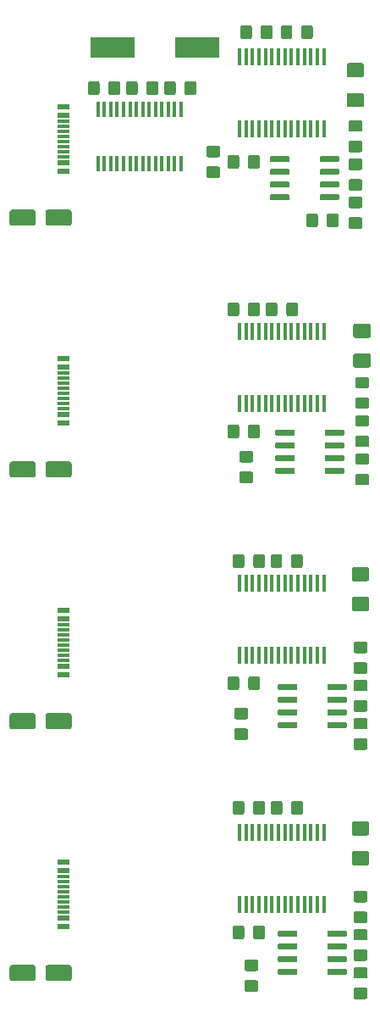
<source format=gbr>
G04 #@! TF.GenerationSoftware,KiCad,Pcbnew,(5.1.5)-3*
G04 #@! TF.CreationDate,2020-07-04T05:18:36+02:00*
G04 #@! TF.ProjectId,DMX_usb,444d585f-7573-4622-9e6b-696361645f70,rev?*
G04 #@! TF.SameCoordinates,Original*
G04 #@! TF.FileFunction,Paste,Top*
G04 #@! TF.FilePolarity,Positive*
%FSLAX46Y46*%
G04 Gerber Fmt 4.6, Leading zero omitted, Abs format (unit mm)*
G04 Created by KiCad (PCBNEW (5.1.5)-3) date 2020-07-04 05:18:36*
%MOMM*%
%LPD*%
G04 APERTURE LIST*
%ADD10R,4.500000X2.000000*%
%ADD11C,0.100000*%
%ADD12R,0.450000X1.750000*%
%ADD13R,1.160000X0.300000*%
%ADD14R,1.160000X0.600000*%
%ADD15R,0.440000X1.525000*%
G04 APERTURE END LIST*
D10*
X238184000Y-46990000D03*
X229684000Y-46990000D03*
D11*
G36*
X252234703Y-57866722D02*
G01*
X252249264Y-57868882D01*
X252263543Y-57872459D01*
X252277403Y-57877418D01*
X252290710Y-57883712D01*
X252303336Y-57891280D01*
X252315159Y-57900048D01*
X252326066Y-57909934D01*
X252335952Y-57920841D01*
X252344720Y-57932664D01*
X252352288Y-57945290D01*
X252358582Y-57958597D01*
X252363541Y-57972457D01*
X252367118Y-57986736D01*
X252369278Y-58001297D01*
X252370000Y-58016000D01*
X252370000Y-58316000D01*
X252369278Y-58330703D01*
X252367118Y-58345264D01*
X252363541Y-58359543D01*
X252358582Y-58373403D01*
X252352288Y-58386710D01*
X252344720Y-58399336D01*
X252335952Y-58411159D01*
X252326066Y-58422066D01*
X252315159Y-58431952D01*
X252303336Y-58440720D01*
X252290710Y-58448288D01*
X252277403Y-58454582D01*
X252263543Y-58459541D01*
X252249264Y-58463118D01*
X252234703Y-58465278D01*
X252220000Y-58466000D01*
X250570000Y-58466000D01*
X250555297Y-58465278D01*
X250540736Y-58463118D01*
X250526457Y-58459541D01*
X250512597Y-58454582D01*
X250499290Y-58448288D01*
X250486664Y-58440720D01*
X250474841Y-58431952D01*
X250463934Y-58422066D01*
X250454048Y-58411159D01*
X250445280Y-58399336D01*
X250437712Y-58386710D01*
X250431418Y-58373403D01*
X250426459Y-58359543D01*
X250422882Y-58345264D01*
X250420722Y-58330703D01*
X250420000Y-58316000D01*
X250420000Y-58016000D01*
X250420722Y-58001297D01*
X250422882Y-57986736D01*
X250426459Y-57972457D01*
X250431418Y-57958597D01*
X250437712Y-57945290D01*
X250445280Y-57932664D01*
X250454048Y-57920841D01*
X250463934Y-57909934D01*
X250474841Y-57900048D01*
X250486664Y-57891280D01*
X250499290Y-57883712D01*
X250512597Y-57877418D01*
X250526457Y-57872459D01*
X250540736Y-57868882D01*
X250555297Y-57866722D01*
X250570000Y-57866000D01*
X252220000Y-57866000D01*
X252234703Y-57866722D01*
G37*
G36*
X252234703Y-59136722D02*
G01*
X252249264Y-59138882D01*
X252263543Y-59142459D01*
X252277403Y-59147418D01*
X252290710Y-59153712D01*
X252303336Y-59161280D01*
X252315159Y-59170048D01*
X252326066Y-59179934D01*
X252335952Y-59190841D01*
X252344720Y-59202664D01*
X252352288Y-59215290D01*
X252358582Y-59228597D01*
X252363541Y-59242457D01*
X252367118Y-59256736D01*
X252369278Y-59271297D01*
X252370000Y-59286000D01*
X252370000Y-59586000D01*
X252369278Y-59600703D01*
X252367118Y-59615264D01*
X252363541Y-59629543D01*
X252358582Y-59643403D01*
X252352288Y-59656710D01*
X252344720Y-59669336D01*
X252335952Y-59681159D01*
X252326066Y-59692066D01*
X252315159Y-59701952D01*
X252303336Y-59710720D01*
X252290710Y-59718288D01*
X252277403Y-59724582D01*
X252263543Y-59729541D01*
X252249264Y-59733118D01*
X252234703Y-59735278D01*
X252220000Y-59736000D01*
X250570000Y-59736000D01*
X250555297Y-59735278D01*
X250540736Y-59733118D01*
X250526457Y-59729541D01*
X250512597Y-59724582D01*
X250499290Y-59718288D01*
X250486664Y-59710720D01*
X250474841Y-59701952D01*
X250463934Y-59692066D01*
X250454048Y-59681159D01*
X250445280Y-59669336D01*
X250437712Y-59656710D01*
X250431418Y-59643403D01*
X250426459Y-59629543D01*
X250422882Y-59615264D01*
X250420722Y-59600703D01*
X250420000Y-59586000D01*
X250420000Y-59286000D01*
X250420722Y-59271297D01*
X250422882Y-59256736D01*
X250426459Y-59242457D01*
X250431418Y-59228597D01*
X250437712Y-59215290D01*
X250445280Y-59202664D01*
X250454048Y-59190841D01*
X250463934Y-59179934D01*
X250474841Y-59170048D01*
X250486664Y-59161280D01*
X250499290Y-59153712D01*
X250512597Y-59147418D01*
X250526457Y-59142459D01*
X250540736Y-59138882D01*
X250555297Y-59136722D01*
X250570000Y-59136000D01*
X252220000Y-59136000D01*
X252234703Y-59136722D01*
G37*
G36*
X252234703Y-60406722D02*
G01*
X252249264Y-60408882D01*
X252263543Y-60412459D01*
X252277403Y-60417418D01*
X252290710Y-60423712D01*
X252303336Y-60431280D01*
X252315159Y-60440048D01*
X252326066Y-60449934D01*
X252335952Y-60460841D01*
X252344720Y-60472664D01*
X252352288Y-60485290D01*
X252358582Y-60498597D01*
X252363541Y-60512457D01*
X252367118Y-60526736D01*
X252369278Y-60541297D01*
X252370000Y-60556000D01*
X252370000Y-60856000D01*
X252369278Y-60870703D01*
X252367118Y-60885264D01*
X252363541Y-60899543D01*
X252358582Y-60913403D01*
X252352288Y-60926710D01*
X252344720Y-60939336D01*
X252335952Y-60951159D01*
X252326066Y-60962066D01*
X252315159Y-60971952D01*
X252303336Y-60980720D01*
X252290710Y-60988288D01*
X252277403Y-60994582D01*
X252263543Y-60999541D01*
X252249264Y-61003118D01*
X252234703Y-61005278D01*
X252220000Y-61006000D01*
X250570000Y-61006000D01*
X250555297Y-61005278D01*
X250540736Y-61003118D01*
X250526457Y-60999541D01*
X250512597Y-60994582D01*
X250499290Y-60988288D01*
X250486664Y-60980720D01*
X250474841Y-60971952D01*
X250463934Y-60962066D01*
X250454048Y-60951159D01*
X250445280Y-60939336D01*
X250437712Y-60926710D01*
X250431418Y-60913403D01*
X250426459Y-60899543D01*
X250422882Y-60885264D01*
X250420722Y-60870703D01*
X250420000Y-60856000D01*
X250420000Y-60556000D01*
X250420722Y-60541297D01*
X250422882Y-60526736D01*
X250426459Y-60512457D01*
X250431418Y-60498597D01*
X250437712Y-60485290D01*
X250445280Y-60472664D01*
X250454048Y-60460841D01*
X250463934Y-60449934D01*
X250474841Y-60440048D01*
X250486664Y-60431280D01*
X250499290Y-60423712D01*
X250512597Y-60417418D01*
X250526457Y-60412459D01*
X250540736Y-60408882D01*
X250555297Y-60406722D01*
X250570000Y-60406000D01*
X252220000Y-60406000D01*
X252234703Y-60406722D01*
G37*
G36*
X252234703Y-61676722D02*
G01*
X252249264Y-61678882D01*
X252263543Y-61682459D01*
X252277403Y-61687418D01*
X252290710Y-61693712D01*
X252303336Y-61701280D01*
X252315159Y-61710048D01*
X252326066Y-61719934D01*
X252335952Y-61730841D01*
X252344720Y-61742664D01*
X252352288Y-61755290D01*
X252358582Y-61768597D01*
X252363541Y-61782457D01*
X252367118Y-61796736D01*
X252369278Y-61811297D01*
X252370000Y-61826000D01*
X252370000Y-62126000D01*
X252369278Y-62140703D01*
X252367118Y-62155264D01*
X252363541Y-62169543D01*
X252358582Y-62183403D01*
X252352288Y-62196710D01*
X252344720Y-62209336D01*
X252335952Y-62221159D01*
X252326066Y-62232066D01*
X252315159Y-62241952D01*
X252303336Y-62250720D01*
X252290710Y-62258288D01*
X252277403Y-62264582D01*
X252263543Y-62269541D01*
X252249264Y-62273118D01*
X252234703Y-62275278D01*
X252220000Y-62276000D01*
X250570000Y-62276000D01*
X250555297Y-62275278D01*
X250540736Y-62273118D01*
X250526457Y-62269541D01*
X250512597Y-62264582D01*
X250499290Y-62258288D01*
X250486664Y-62250720D01*
X250474841Y-62241952D01*
X250463934Y-62232066D01*
X250454048Y-62221159D01*
X250445280Y-62209336D01*
X250437712Y-62196710D01*
X250431418Y-62183403D01*
X250426459Y-62169543D01*
X250422882Y-62155264D01*
X250420722Y-62140703D01*
X250420000Y-62126000D01*
X250420000Y-61826000D01*
X250420722Y-61811297D01*
X250422882Y-61796736D01*
X250426459Y-61782457D01*
X250431418Y-61768597D01*
X250437712Y-61755290D01*
X250445280Y-61742664D01*
X250454048Y-61730841D01*
X250463934Y-61719934D01*
X250474841Y-61710048D01*
X250486664Y-61701280D01*
X250499290Y-61693712D01*
X250512597Y-61687418D01*
X250526457Y-61682459D01*
X250540736Y-61678882D01*
X250555297Y-61676722D01*
X250570000Y-61676000D01*
X252220000Y-61676000D01*
X252234703Y-61676722D01*
G37*
G36*
X247284703Y-61676722D02*
G01*
X247299264Y-61678882D01*
X247313543Y-61682459D01*
X247327403Y-61687418D01*
X247340710Y-61693712D01*
X247353336Y-61701280D01*
X247365159Y-61710048D01*
X247376066Y-61719934D01*
X247385952Y-61730841D01*
X247394720Y-61742664D01*
X247402288Y-61755290D01*
X247408582Y-61768597D01*
X247413541Y-61782457D01*
X247417118Y-61796736D01*
X247419278Y-61811297D01*
X247420000Y-61826000D01*
X247420000Y-62126000D01*
X247419278Y-62140703D01*
X247417118Y-62155264D01*
X247413541Y-62169543D01*
X247408582Y-62183403D01*
X247402288Y-62196710D01*
X247394720Y-62209336D01*
X247385952Y-62221159D01*
X247376066Y-62232066D01*
X247365159Y-62241952D01*
X247353336Y-62250720D01*
X247340710Y-62258288D01*
X247327403Y-62264582D01*
X247313543Y-62269541D01*
X247299264Y-62273118D01*
X247284703Y-62275278D01*
X247270000Y-62276000D01*
X245620000Y-62276000D01*
X245605297Y-62275278D01*
X245590736Y-62273118D01*
X245576457Y-62269541D01*
X245562597Y-62264582D01*
X245549290Y-62258288D01*
X245536664Y-62250720D01*
X245524841Y-62241952D01*
X245513934Y-62232066D01*
X245504048Y-62221159D01*
X245495280Y-62209336D01*
X245487712Y-62196710D01*
X245481418Y-62183403D01*
X245476459Y-62169543D01*
X245472882Y-62155264D01*
X245470722Y-62140703D01*
X245470000Y-62126000D01*
X245470000Y-61826000D01*
X245470722Y-61811297D01*
X245472882Y-61796736D01*
X245476459Y-61782457D01*
X245481418Y-61768597D01*
X245487712Y-61755290D01*
X245495280Y-61742664D01*
X245504048Y-61730841D01*
X245513934Y-61719934D01*
X245524841Y-61710048D01*
X245536664Y-61701280D01*
X245549290Y-61693712D01*
X245562597Y-61687418D01*
X245576457Y-61682459D01*
X245590736Y-61678882D01*
X245605297Y-61676722D01*
X245620000Y-61676000D01*
X247270000Y-61676000D01*
X247284703Y-61676722D01*
G37*
G36*
X247284703Y-60406722D02*
G01*
X247299264Y-60408882D01*
X247313543Y-60412459D01*
X247327403Y-60417418D01*
X247340710Y-60423712D01*
X247353336Y-60431280D01*
X247365159Y-60440048D01*
X247376066Y-60449934D01*
X247385952Y-60460841D01*
X247394720Y-60472664D01*
X247402288Y-60485290D01*
X247408582Y-60498597D01*
X247413541Y-60512457D01*
X247417118Y-60526736D01*
X247419278Y-60541297D01*
X247420000Y-60556000D01*
X247420000Y-60856000D01*
X247419278Y-60870703D01*
X247417118Y-60885264D01*
X247413541Y-60899543D01*
X247408582Y-60913403D01*
X247402288Y-60926710D01*
X247394720Y-60939336D01*
X247385952Y-60951159D01*
X247376066Y-60962066D01*
X247365159Y-60971952D01*
X247353336Y-60980720D01*
X247340710Y-60988288D01*
X247327403Y-60994582D01*
X247313543Y-60999541D01*
X247299264Y-61003118D01*
X247284703Y-61005278D01*
X247270000Y-61006000D01*
X245620000Y-61006000D01*
X245605297Y-61005278D01*
X245590736Y-61003118D01*
X245576457Y-60999541D01*
X245562597Y-60994582D01*
X245549290Y-60988288D01*
X245536664Y-60980720D01*
X245524841Y-60971952D01*
X245513934Y-60962066D01*
X245504048Y-60951159D01*
X245495280Y-60939336D01*
X245487712Y-60926710D01*
X245481418Y-60913403D01*
X245476459Y-60899543D01*
X245472882Y-60885264D01*
X245470722Y-60870703D01*
X245470000Y-60856000D01*
X245470000Y-60556000D01*
X245470722Y-60541297D01*
X245472882Y-60526736D01*
X245476459Y-60512457D01*
X245481418Y-60498597D01*
X245487712Y-60485290D01*
X245495280Y-60472664D01*
X245504048Y-60460841D01*
X245513934Y-60449934D01*
X245524841Y-60440048D01*
X245536664Y-60431280D01*
X245549290Y-60423712D01*
X245562597Y-60417418D01*
X245576457Y-60412459D01*
X245590736Y-60408882D01*
X245605297Y-60406722D01*
X245620000Y-60406000D01*
X247270000Y-60406000D01*
X247284703Y-60406722D01*
G37*
G36*
X247284703Y-59136722D02*
G01*
X247299264Y-59138882D01*
X247313543Y-59142459D01*
X247327403Y-59147418D01*
X247340710Y-59153712D01*
X247353336Y-59161280D01*
X247365159Y-59170048D01*
X247376066Y-59179934D01*
X247385952Y-59190841D01*
X247394720Y-59202664D01*
X247402288Y-59215290D01*
X247408582Y-59228597D01*
X247413541Y-59242457D01*
X247417118Y-59256736D01*
X247419278Y-59271297D01*
X247420000Y-59286000D01*
X247420000Y-59586000D01*
X247419278Y-59600703D01*
X247417118Y-59615264D01*
X247413541Y-59629543D01*
X247408582Y-59643403D01*
X247402288Y-59656710D01*
X247394720Y-59669336D01*
X247385952Y-59681159D01*
X247376066Y-59692066D01*
X247365159Y-59701952D01*
X247353336Y-59710720D01*
X247340710Y-59718288D01*
X247327403Y-59724582D01*
X247313543Y-59729541D01*
X247299264Y-59733118D01*
X247284703Y-59735278D01*
X247270000Y-59736000D01*
X245620000Y-59736000D01*
X245605297Y-59735278D01*
X245590736Y-59733118D01*
X245576457Y-59729541D01*
X245562597Y-59724582D01*
X245549290Y-59718288D01*
X245536664Y-59710720D01*
X245524841Y-59701952D01*
X245513934Y-59692066D01*
X245504048Y-59681159D01*
X245495280Y-59669336D01*
X245487712Y-59656710D01*
X245481418Y-59643403D01*
X245476459Y-59629543D01*
X245472882Y-59615264D01*
X245470722Y-59600703D01*
X245470000Y-59586000D01*
X245470000Y-59286000D01*
X245470722Y-59271297D01*
X245472882Y-59256736D01*
X245476459Y-59242457D01*
X245481418Y-59228597D01*
X245487712Y-59215290D01*
X245495280Y-59202664D01*
X245504048Y-59190841D01*
X245513934Y-59179934D01*
X245524841Y-59170048D01*
X245536664Y-59161280D01*
X245549290Y-59153712D01*
X245562597Y-59147418D01*
X245576457Y-59142459D01*
X245590736Y-59138882D01*
X245605297Y-59136722D01*
X245620000Y-59136000D01*
X247270000Y-59136000D01*
X247284703Y-59136722D01*
G37*
G36*
X247284703Y-57866722D02*
G01*
X247299264Y-57868882D01*
X247313543Y-57872459D01*
X247327403Y-57877418D01*
X247340710Y-57883712D01*
X247353336Y-57891280D01*
X247365159Y-57900048D01*
X247376066Y-57909934D01*
X247385952Y-57920841D01*
X247394720Y-57932664D01*
X247402288Y-57945290D01*
X247408582Y-57958597D01*
X247413541Y-57972457D01*
X247417118Y-57986736D01*
X247419278Y-58001297D01*
X247420000Y-58016000D01*
X247420000Y-58316000D01*
X247419278Y-58330703D01*
X247417118Y-58345264D01*
X247413541Y-58359543D01*
X247408582Y-58373403D01*
X247402288Y-58386710D01*
X247394720Y-58399336D01*
X247385952Y-58411159D01*
X247376066Y-58422066D01*
X247365159Y-58431952D01*
X247353336Y-58440720D01*
X247340710Y-58448288D01*
X247327403Y-58454582D01*
X247313543Y-58459541D01*
X247299264Y-58463118D01*
X247284703Y-58465278D01*
X247270000Y-58466000D01*
X245620000Y-58466000D01*
X245605297Y-58465278D01*
X245590736Y-58463118D01*
X245576457Y-58459541D01*
X245562597Y-58454582D01*
X245549290Y-58448288D01*
X245536664Y-58440720D01*
X245524841Y-58431952D01*
X245513934Y-58422066D01*
X245504048Y-58411159D01*
X245495280Y-58399336D01*
X245487712Y-58386710D01*
X245481418Y-58373403D01*
X245476459Y-58359543D01*
X245472882Y-58345264D01*
X245470722Y-58330703D01*
X245470000Y-58316000D01*
X245470000Y-58016000D01*
X245470722Y-58001297D01*
X245472882Y-57986736D01*
X245476459Y-57972457D01*
X245481418Y-57958597D01*
X245487712Y-57945290D01*
X245495280Y-57932664D01*
X245504048Y-57920841D01*
X245513934Y-57909934D01*
X245524841Y-57900048D01*
X245536664Y-57891280D01*
X245549290Y-57883712D01*
X245562597Y-57877418D01*
X245576457Y-57872459D01*
X245590736Y-57868882D01*
X245605297Y-57866722D01*
X245620000Y-57866000D01*
X247270000Y-57866000D01*
X247284703Y-57866722D01*
G37*
D12*
X242409000Y-47962000D03*
X243059000Y-47962000D03*
X243709000Y-47962000D03*
X244359000Y-47962000D03*
X245009000Y-47962000D03*
X245659000Y-47962000D03*
X246309000Y-47962000D03*
X246959000Y-47962000D03*
X247609000Y-47962000D03*
X248259000Y-47962000D03*
X248909000Y-47962000D03*
X249559000Y-47962000D03*
X250209000Y-47962000D03*
X250859000Y-47962000D03*
X250859000Y-55162000D03*
X250209000Y-55162000D03*
X249559000Y-55162000D03*
X248909000Y-55162000D03*
X248259000Y-55162000D03*
X247609000Y-55162000D03*
X246959000Y-55162000D03*
X246309000Y-55162000D03*
X245659000Y-55162000D03*
X245009000Y-55162000D03*
X244359000Y-55162000D03*
X243709000Y-55162000D03*
X243059000Y-55162000D03*
X242409000Y-55162000D03*
D11*
G36*
X254474505Y-63951204D02*
G01*
X254498773Y-63954804D01*
X254522572Y-63960765D01*
X254545671Y-63969030D01*
X254567850Y-63979520D01*
X254588893Y-63992132D01*
X254608599Y-64006747D01*
X254626777Y-64023223D01*
X254643253Y-64041401D01*
X254657868Y-64061107D01*
X254670480Y-64082150D01*
X254680970Y-64104329D01*
X254689235Y-64127428D01*
X254695196Y-64151227D01*
X254698796Y-64175495D01*
X254700000Y-64199999D01*
X254700000Y-64850001D01*
X254698796Y-64874505D01*
X254695196Y-64898773D01*
X254689235Y-64922572D01*
X254680970Y-64945671D01*
X254670480Y-64967850D01*
X254657868Y-64988893D01*
X254643253Y-65008599D01*
X254626777Y-65026777D01*
X254608599Y-65043253D01*
X254588893Y-65057868D01*
X254567850Y-65070480D01*
X254545671Y-65080970D01*
X254522572Y-65089235D01*
X254498773Y-65095196D01*
X254474505Y-65098796D01*
X254450001Y-65100000D01*
X253549999Y-65100000D01*
X253525495Y-65098796D01*
X253501227Y-65095196D01*
X253477428Y-65089235D01*
X253454329Y-65080970D01*
X253432150Y-65070480D01*
X253411107Y-65057868D01*
X253391401Y-65043253D01*
X253373223Y-65026777D01*
X253356747Y-65008599D01*
X253342132Y-64988893D01*
X253329520Y-64967850D01*
X253319030Y-64945671D01*
X253310765Y-64922572D01*
X253304804Y-64898773D01*
X253301204Y-64874505D01*
X253300000Y-64850001D01*
X253300000Y-64199999D01*
X253301204Y-64175495D01*
X253304804Y-64151227D01*
X253310765Y-64127428D01*
X253319030Y-64104329D01*
X253329520Y-64082150D01*
X253342132Y-64061107D01*
X253356747Y-64041401D01*
X253373223Y-64023223D01*
X253391401Y-64006747D01*
X253411107Y-63992132D01*
X253432150Y-63979520D01*
X253454329Y-63969030D01*
X253477428Y-63960765D01*
X253501227Y-63954804D01*
X253525495Y-63951204D01*
X253549999Y-63950000D01*
X254450001Y-63950000D01*
X254474505Y-63951204D01*
G37*
G36*
X254474505Y-61901204D02*
G01*
X254498773Y-61904804D01*
X254522572Y-61910765D01*
X254545671Y-61919030D01*
X254567850Y-61929520D01*
X254588893Y-61942132D01*
X254608599Y-61956747D01*
X254626777Y-61973223D01*
X254643253Y-61991401D01*
X254657868Y-62011107D01*
X254670480Y-62032150D01*
X254680970Y-62054329D01*
X254689235Y-62077428D01*
X254695196Y-62101227D01*
X254698796Y-62125495D01*
X254700000Y-62149999D01*
X254700000Y-62800001D01*
X254698796Y-62824505D01*
X254695196Y-62848773D01*
X254689235Y-62872572D01*
X254680970Y-62895671D01*
X254670480Y-62917850D01*
X254657868Y-62938893D01*
X254643253Y-62958599D01*
X254626777Y-62976777D01*
X254608599Y-62993253D01*
X254588893Y-63007868D01*
X254567850Y-63020480D01*
X254545671Y-63030970D01*
X254522572Y-63039235D01*
X254498773Y-63045196D01*
X254474505Y-63048796D01*
X254450001Y-63050000D01*
X253549999Y-63050000D01*
X253525495Y-63048796D01*
X253501227Y-63045196D01*
X253477428Y-63039235D01*
X253454329Y-63030970D01*
X253432150Y-63020480D01*
X253411107Y-63007868D01*
X253391401Y-62993253D01*
X253373223Y-62976777D01*
X253356747Y-62958599D01*
X253342132Y-62938893D01*
X253329520Y-62917850D01*
X253319030Y-62895671D01*
X253310765Y-62872572D01*
X253304804Y-62848773D01*
X253301204Y-62824505D01*
X253300000Y-62800001D01*
X253300000Y-62149999D01*
X253301204Y-62125495D01*
X253304804Y-62101227D01*
X253310765Y-62077428D01*
X253319030Y-62054329D01*
X253329520Y-62032150D01*
X253342132Y-62011107D01*
X253356747Y-61991401D01*
X253373223Y-61973223D01*
X253391401Y-61956747D01*
X253411107Y-61942132D01*
X253432150Y-61929520D01*
X253454329Y-61919030D01*
X253477428Y-61910765D01*
X253501227Y-61904804D01*
X253525495Y-61901204D01*
X253549999Y-61900000D01*
X254450001Y-61900000D01*
X254474505Y-61901204D01*
G37*
G36*
X254474505Y-60150204D02*
G01*
X254498773Y-60153804D01*
X254522572Y-60159765D01*
X254545671Y-60168030D01*
X254567850Y-60178520D01*
X254588893Y-60191132D01*
X254608599Y-60205747D01*
X254626777Y-60222223D01*
X254643253Y-60240401D01*
X254657868Y-60260107D01*
X254670480Y-60281150D01*
X254680970Y-60303329D01*
X254689235Y-60326428D01*
X254695196Y-60350227D01*
X254698796Y-60374495D01*
X254700000Y-60398999D01*
X254700000Y-61049001D01*
X254698796Y-61073505D01*
X254695196Y-61097773D01*
X254689235Y-61121572D01*
X254680970Y-61144671D01*
X254670480Y-61166850D01*
X254657868Y-61187893D01*
X254643253Y-61207599D01*
X254626777Y-61225777D01*
X254608599Y-61242253D01*
X254588893Y-61256868D01*
X254567850Y-61269480D01*
X254545671Y-61279970D01*
X254522572Y-61288235D01*
X254498773Y-61294196D01*
X254474505Y-61297796D01*
X254450001Y-61299000D01*
X253549999Y-61299000D01*
X253525495Y-61297796D01*
X253501227Y-61294196D01*
X253477428Y-61288235D01*
X253454329Y-61279970D01*
X253432150Y-61269480D01*
X253411107Y-61256868D01*
X253391401Y-61242253D01*
X253373223Y-61225777D01*
X253356747Y-61207599D01*
X253342132Y-61187893D01*
X253329520Y-61166850D01*
X253319030Y-61144671D01*
X253310765Y-61121572D01*
X253304804Y-61097773D01*
X253301204Y-61073505D01*
X253300000Y-61049001D01*
X253300000Y-60398999D01*
X253301204Y-60374495D01*
X253304804Y-60350227D01*
X253310765Y-60326428D01*
X253319030Y-60303329D01*
X253329520Y-60281150D01*
X253342132Y-60260107D01*
X253356747Y-60240401D01*
X253373223Y-60222223D01*
X253391401Y-60205747D01*
X253411107Y-60191132D01*
X253432150Y-60178520D01*
X253454329Y-60168030D01*
X253477428Y-60159765D01*
X253501227Y-60153804D01*
X253525495Y-60150204D01*
X253549999Y-60149000D01*
X254450001Y-60149000D01*
X254474505Y-60150204D01*
G37*
G36*
X254474505Y-58100204D02*
G01*
X254498773Y-58103804D01*
X254522572Y-58109765D01*
X254545671Y-58118030D01*
X254567850Y-58128520D01*
X254588893Y-58141132D01*
X254608599Y-58155747D01*
X254626777Y-58172223D01*
X254643253Y-58190401D01*
X254657868Y-58210107D01*
X254670480Y-58231150D01*
X254680970Y-58253329D01*
X254689235Y-58276428D01*
X254695196Y-58300227D01*
X254698796Y-58324495D01*
X254700000Y-58348999D01*
X254700000Y-58999001D01*
X254698796Y-59023505D01*
X254695196Y-59047773D01*
X254689235Y-59071572D01*
X254680970Y-59094671D01*
X254670480Y-59116850D01*
X254657868Y-59137893D01*
X254643253Y-59157599D01*
X254626777Y-59175777D01*
X254608599Y-59192253D01*
X254588893Y-59206868D01*
X254567850Y-59219480D01*
X254545671Y-59229970D01*
X254522572Y-59238235D01*
X254498773Y-59244196D01*
X254474505Y-59247796D01*
X254450001Y-59249000D01*
X253549999Y-59249000D01*
X253525495Y-59247796D01*
X253501227Y-59244196D01*
X253477428Y-59238235D01*
X253454329Y-59229970D01*
X253432150Y-59219480D01*
X253411107Y-59206868D01*
X253391401Y-59192253D01*
X253373223Y-59175777D01*
X253356747Y-59157599D01*
X253342132Y-59137893D01*
X253329520Y-59116850D01*
X253319030Y-59094671D01*
X253310765Y-59071572D01*
X253304804Y-59047773D01*
X253301204Y-59023505D01*
X253300000Y-58999001D01*
X253300000Y-58348999D01*
X253301204Y-58324495D01*
X253304804Y-58300227D01*
X253310765Y-58276428D01*
X253319030Y-58253329D01*
X253329520Y-58231150D01*
X253342132Y-58210107D01*
X253356747Y-58190401D01*
X253373223Y-58172223D01*
X253391401Y-58155747D01*
X253411107Y-58141132D01*
X253432150Y-58128520D01*
X253454329Y-58118030D01*
X253477428Y-58109765D01*
X253501227Y-58103804D01*
X253525495Y-58100204D01*
X253549999Y-58099000D01*
X254450001Y-58099000D01*
X254474505Y-58100204D01*
G37*
G36*
X254474505Y-56322204D02*
G01*
X254498773Y-56325804D01*
X254522572Y-56331765D01*
X254545671Y-56340030D01*
X254567850Y-56350520D01*
X254588893Y-56363132D01*
X254608599Y-56377747D01*
X254626777Y-56394223D01*
X254643253Y-56412401D01*
X254657868Y-56432107D01*
X254670480Y-56453150D01*
X254680970Y-56475329D01*
X254689235Y-56498428D01*
X254695196Y-56522227D01*
X254698796Y-56546495D01*
X254700000Y-56570999D01*
X254700000Y-57221001D01*
X254698796Y-57245505D01*
X254695196Y-57269773D01*
X254689235Y-57293572D01*
X254680970Y-57316671D01*
X254670480Y-57338850D01*
X254657868Y-57359893D01*
X254643253Y-57379599D01*
X254626777Y-57397777D01*
X254608599Y-57414253D01*
X254588893Y-57428868D01*
X254567850Y-57441480D01*
X254545671Y-57451970D01*
X254522572Y-57460235D01*
X254498773Y-57466196D01*
X254474505Y-57469796D01*
X254450001Y-57471000D01*
X253549999Y-57471000D01*
X253525495Y-57469796D01*
X253501227Y-57466196D01*
X253477428Y-57460235D01*
X253454329Y-57451970D01*
X253432150Y-57441480D01*
X253411107Y-57428868D01*
X253391401Y-57414253D01*
X253373223Y-57397777D01*
X253356747Y-57379599D01*
X253342132Y-57359893D01*
X253329520Y-57338850D01*
X253319030Y-57316671D01*
X253310765Y-57293572D01*
X253304804Y-57269773D01*
X253301204Y-57245505D01*
X253300000Y-57221001D01*
X253300000Y-56570999D01*
X253301204Y-56546495D01*
X253304804Y-56522227D01*
X253310765Y-56498428D01*
X253319030Y-56475329D01*
X253329520Y-56453150D01*
X253342132Y-56432107D01*
X253356747Y-56412401D01*
X253373223Y-56394223D01*
X253391401Y-56377747D01*
X253411107Y-56363132D01*
X253432150Y-56350520D01*
X253454329Y-56340030D01*
X253477428Y-56331765D01*
X253501227Y-56325804D01*
X253525495Y-56322204D01*
X253549999Y-56321000D01*
X254450001Y-56321000D01*
X254474505Y-56322204D01*
G37*
G36*
X254474505Y-54272204D02*
G01*
X254498773Y-54275804D01*
X254522572Y-54281765D01*
X254545671Y-54290030D01*
X254567850Y-54300520D01*
X254588893Y-54313132D01*
X254608599Y-54327747D01*
X254626777Y-54344223D01*
X254643253Y-54362401D01*
X254657868Y-54382107D01*
X254670480Y-54403150D01*
X254680970Y-54425329D01*
X254689235Y-54448428D01*
X254695196Y-54472227D01*
X254698796Y-54496495D01*
X254700000Y-54520999D01*
X254700000Y-55171001D01*
X254698796Y-55195505D01*
X254695196Y-55219773D01*
X254689235Y-55243572D01*
X254680970Y-55266671D01*
X254670480Y-55288850D01*
X254657868Y-55309893D01*
X254643253Y-55329599D01*
X254626777Y-55347777D01*
X254608599Y-55364253D01*
X254588893Y-55378868D01*
X254567850Y-55391480D01*
X254545671Y-55401970D01*
X254522572Y-55410235D01*
X254498773Y-55416196D01*
X254474505Y-55419796D01*
X254450001Y-55421000D01*
X253549999Y-55421000D01*
X253525495Y-55419796D01*
X253501227Y-55416196D01*
X253477428Y-55410235D01*
X253454329Y-55401970D01*
X253432150Y-55391480D01*
X253411107Y-55378868D01*
X253391401Y-55364253D01*
X253373223Y-55347777D01*
X253356747Y-55329599D01*
X253342132Y-55309893D01*
X253329520Y-55288850D01*
X253319030Y-55266671D01*
X253310765Y-55243572D01*
X253304804Y-55219773D01*
X253301204Y-55195505D01*
X253300000Y-55171001D01*
X253300000Y-54520999D01*
X253301204Y-54496495D01*
X253304804Y-54472227D01*
X253310765Y-54448428D01*
X253319030Y-54425329D01*
X253329520Y-54403150D01*
X253342132Y-54382107D01*
X253356747Y-54362401D01*
X253373223Y-54344223D01*
X253391401Y-54327747D01*
X253411107Y-54313132D01*
X253432150Y-54300520D01*
X253454329Y-54290030D01*
X253477428Y-54281765D01*
X253501227Y-54275804D01*
X253525495Y-54272204D01*
X253549999Y-54271000D01*
X254450001Y-54271000D01*
X254474505Y-54272204D01*
G37*
G36*
X240250505Y-58871204D02*
G01*
X240274773Y-58874804D01*
X240298572Y-58880765D01*
X240321671Y-58889030D01*
X240343850Y-58899520D01*
X240364893Y-58912132D01*
X240384599Y-58926747D01*
X240402777Y-58943223D01*
X240419253Y-58961401D01*
X240433868Y-58981107D01*
X240446480Y-59002150D01*
X240456970Y-59024329D01*
X240465235Y-59047428D01*
X240471196Y-59071227D01*
X240474796Y-59095495D01*
X240476000Y-59119999D01*
X240476000Y-59770001D01*
X240474796Y-59794505D01*
X240471196Y-59818773D01*
X240465235Y-59842572D01*
X240456970Y-59865671D01*
X240446480Y-59887850D01*
X240433868Y-59908893D01*
X240419253Y-59928599D01*
X240402777Y-59946777D01*
X240384599Y-59963253D01*
X240364893Y-59977868D01*
X240343850Y-59990480D01*
X240321671Y-60000970D01*
X240298572Y-60009235D01*
X240274773Y-60015196D01*
X240250505Y-60018796D01*
X240226001Y-60020000D01*
X239325999Y-60020000D01*
X239301495Y-60018796D01*
X239277227Y-60015196D01*
X239253428Y-60009235D01*
X239230329Y-60000970D01*
X239208150Y-59990480D01*
X239187107Y-59977868D01*
X239167401Y-59963253D01*
X239149223Y-59946777D01*
X239132747Y-59928599D01*
X239118132Y-59908893D01*
X239105520Y-59887850D01*
X239095030Y-59865671D01*
X239086765Y-59842572D01*
X239080804Y-59818773D01*
X239077204Y-59794505D01*
X239076000Y-59770001D01*
X239076000Y-59119999D01*
X239077204Y-59095495D01*
X239080804Y-59071227D01*
X239086765Y-59047428D01*
X239095030Y-59024329D01*
X239105520Y-59002150D01*
X239118132Y-58981107D01*
X239132747Y-58961401D01*
X239149223Y-58943223D01*
X239167401Y-58926747D01*
X239187107Y-58912132D01*
X239208150Y-58899520D01*
X239230329Y-58889030D01*
X239253428Y-58880765D01*
X239277227Y-58874804D01*
X239301495Y-58871204D01*
X239325999Y-58870000D01*
X240226001Y-58870000D01*
X240250505Y-58871204D01*
G37*
G36*
X240250505Y-56821204D02*
G01*
X240274773Y-56824804D01*
X240298572Y-56830765D01*
X240321671Y-56839030D01*
X240343850Y-56849520D01*
X240364893Y-56862132D01*
X240384599Y-56876747D01*
X240402777Y-56893223D01*
X240419253Y-56911401D01*
X240433868Y-56931107D01*
X240446480Y-56952150D01*
X240456970Y-56974329D01*
X240465235Y-56997428D01*
X240471196Y-57021227D01*
X240474796Y-57045495D01*
X240476000Y-57069999D01*
X240476000Y-57720001D01*
X240474796Y-57744505D01*
X240471196Y-57768773D01*
X240465235Y-57792572D01*
X240456970Y-57815671D01*
X240446480Y-57837850D01*
X240433868Y-57858893D01*
X240419253Y-57878599D01*
X240402777Y-57896777D01*
X240384599Y-57913253D01*
X240364893Y-57927868D01*
X240343850Y-57940480D01*
X240321671Y-57950970D01*
X240298572Y-57959235D01*
X240274773Y-57965196D01*
X240250505Y-57968796D01*
X240226001Y-57970000D01*
X239325999Y-57970000D01*
X239301495Y-57968796D01*
X239277227Y-57965196D01*
X239253428Y-57959235D01*
X239230329Y-57950970D01*
X239208150Y-57940480D01*
X239187107Y-57927868D01*
X239167401Y-57913253D01*
X239149223Y-57896777D01*
X239132747Y-57878599D01*
X239118132Y-57858893D01*
X239105520Y-57837850D01*
X239095030Y-57815671D01*
X239086765Y-57792572D01*
X239080804Y-57768773D01*
X239077204Y-57744505D01*
X239076000Y-57720001D01*
X239076000Y-57069999D01*
X239077204Y-57045495D01*
X239080804Y-57021227D01*
X239086765Y-56997428D01*
X239095030Y-56974329D01*
X239105520Y-56952150D01*
X239118132Y-56931107D01*
X239132747Y-56911401D01*
X239149223Y-56893223D01*
X239167401Y-56876747D01*
X239187107Y-56862132D01*
X239208150Y-56849520D01*
X239230329Y-56839030D01*
X239253428Y-56830765D01*
X239277227Y-56824804D01*
X239301495Y-56821204D01*
X239325999Y-56820000D01*
X240226001Y-56820000D01*
X240250505Y-56821204D01*
G37*
D13*
X224760000Y-55384000D03*
X224760000Y-55884000D03*
X224760000Y-56384000D03*
X224760000Y-54384000D03*
X224760000Y-54884000D03*
X224760000Y-57384000D03*
X224760000Y-56884000D03*
X224760000Y-57884000D03*
D14*
X224760000Y-53734000D03*
X224760000Y-53734000D03*
X224760000Y-52934000D03*
X224760000Y-52934000D03*
X224760000Y-58534000D03*
X224760000Y-59334000D03*
X224760000Y-58534000D03*
X224760000Y-59334000D03*
D15*
X228250000Y-53168000D03*
X228890000Y-53168000D03*
X229530000Y-53168000D03*
X230170000Y-53168000D03*
X230810000Y-53168000D03*
X231450000Y-53168000D03*
X232090000Y-53168000D03*
X232730000Y-53168000D03*
X233370000Y-53168000D03*
X234010000Y-53168000D03*
X234650000Y-53168000D03*
X235290000Y-53168000D03*
X235930000Y-53168000D03*
X236570000Y-53168000D03*
X236570000Y-58592000D03*
X235930000Y-58592000D03*
X235290000Y-58592000D03*
X234650000Y-58592000D03*
X234010000Y-58592000D03*
X233370000Y-58592000D03*
X232730000Y-58592000D03*
X232090000Y-58592000D03*
X231450000Y-58592000D03*
X230810000Y-58592000D03*
X230170000Y-58592000D03*
X229530000Y-58592000D03*
X228890000Y-58592000D03*
X228250000Y-58592000D03*
D11*
G36*
X252072505Y-63563204D02*
G01*
X252096773Y-63566804D01*
X252120572Y-63572765D01*
X252143671Y-63581030D01*
X252165850Y-63591520D01*
X252186893Y-63604132D01*
X252206599Y-63618747D01*
X252224777Y-63635223D01*
X252241253Y-63653401D01*
X252255868Y-63673107D01*
X252268480Y-63694150D01*
X252278970Y-63716329D01*
X252287235Y-63739428D01*
X252293196Y-63763227D01*
X252296796Y-63787495D01*
X252298000Y-63811999D01*
X252298000Y-64712001D01*
X252296796Y-64736505D01*
X252293196Y-64760773D01*
X252287235Y-64784572D01*
X252278970Y-64807671D01*
X252268480Y-64829850D01*
X252255868Y-64850893D01*
X252241253Y-64870599D01*
X252224777Y-64888777D01*
X252206599Y-64905253D01*
X252186893Y-64919868D01*
X252165850Y-64932480D01*
X252143671Y-64942970D01*
X252120572Y-64951235D01*
X252096773Y-64957196D01*
X252072505Y-64960796D01*
X252048001Y-64962000D01*
X251397999Y-64962000D01*
X251373495Y-64960796D01*
X251349227Y-64957196D01*
X251325428Y-64951235D01*
X251302329Y-64942970D01*
X251280150Y-64932480D01*
X251259107Y-64919868D01*
X251239401Y-64905253D01*
X251221223Y-64888777D01*
X251204747Y-64870599D01*
X251190132Y-64850893D01*
X251177520Y-64829850D01*
X251167030Y-64807671D01*
X251158765Y-64784572D01*
X251152804Y-64760773D01*
X251149204Y-64736505D01*
X251148000Y-64712001D01*
X251148000Y-63811999D01*
X251149204Y-63787495D01*
X251152804Y-63763227D01*
X251158765Y-63739428D01*
X251167030Y-63716329D01*
X251177520Y-63694150D01*
X251190132Y-63673107D01*
X251204747Y-63653401D01*
X251221223Y-63635223D01*
X251239401Y-63618747D01*
X251259107Y-63604132D01*
X251280150Y-63591520D01*
X251302329Y-63581030D01*
X251325428Y-63572765D01*
X251349227Y-63566804D01*
X251373495Y-63563204D01*
X251397999Y-63562000D01*
X252048001Y-63562000D01*
X252072505Y-63563204D01*
G37*
G36*
X250022505Y-63563204D02*
G01*
X250046773Y-63566804D01*
X250070572Y-63572765D01*
X250093671Y-63581030D01*
X250115850Y-63591520D01*
X250136893Y-63604132D01*
X250156599Y-63618747D01*
X250174777Y-63635223D01*
X250191253Y-63653401D01*
X250205868Y-63673107D01*
X250218480Y-63694150D01*
X250228970Y-63716329D01*
X250237235Y-63739428D01*
X250243196Y-63763227D01*
X250246796Y-63787495D01*
X250248000Y-63811999D01*
X250248000Y-64712001D01*
X250246796Y-64736505D01*
X250243196Y-64760773D01*
X250237235Y-64784572D01*
X250228970Y-64807671D01*
X250218480Y-64829850D01*
X250205868Y-64850893D01*
X250191253Y-64870599D01*
X250174777Y-64888777D01*
X250156599Y-64905253D01*
X250136893Y-64919868D01*
X250115850Y-64932480D01*
X250093671Y-64942970D01*
X250070572Y-64951235D01*
X250046773Y-64957196D01*
X250022505Y-64960796D01*
X249998001Y-64962000D01*
X249347999Y-64962000D01*
X249323495Y-64960796D01*
X249299227Y-64957196D01*
X249275428Y-64951235D01*
X249252329Y-64942970D01*
X249230150Y-64932480D01*
X249209107Y-64919868D01*
X249189401Y-64905253D01*
X249171223Y-64888777D01*
X249154747Y-64870599D01*
X249140132Y-64850893D01*
X249127520Y-64829850D01*
X249117030Y-64807671D01*
X249108765Y-64784572D01*
X249102804Y-64760773D01*
X249099204Y-64736505D01*
X249098000Y-64712001D01*
X249098000Y-63811999D01*
X249099204Y-63787495D01*
X249102804Y-63763227D01*
X249108765Y-63739428D01*
X249117030Y-63716329D01*
X249127520Y-63694150D01*
X249140132Y-63673107D01*
X249154747Y-63653401D01*
X249171223Y-63635223D01*
X249189401Y-63618747D01*
X249209107Y-63604132D01*
X249230150Y-63591520D01*
X249252329Y-63581030D01*
X249275428Y-63572765D01*
X249299227Y-63566804D01*
X249323495Y-63563204D01*
X249347999Y-63562000D01*
X249998001Y-63562000D01*
X250022505Y-63563204D01*
G37*
G36*
X244198505Y-57721204D02*
G01*
X244222773Y-57724804D01*
X244246572Y-57730765D01*
X244269671Y-57739030D01*
X244291850Y-57749520D01*
X244312893Y-57762132D01*
X244332599Y-57776747D01*
X244350777Y-57793223D01*
X244367253Y-57811401D01*
X244381868Y-57831107D01*
X244394480Y-57852150D01*
X244404970Y-57874329D01*
X244413235Y-57897428D01*
X244419196Y-57921227D01*
X244422796Y-57945495D01*
X244424000Y-57969999D01*
X244424000Y-58870001D01*
X244422796Y-58894505D01*
X244419196Y-58918773D01*
X244413235Y-58942572D01*
X244404970Y-58965671D01*
X244394480Y-58987850D01*
X244381868Y-59008893D01*
X244367253Y-59028599D01*
X244350777Y-59046777D01*
X244332599Y-59063253D01*
X244312893Y-59077868D01*
X244291850Y-59090480D01*
X244269671Y-59100970D01*
X244246572Y-59109235D01*
X244222773Y-59115196D01*
X244198505Y-59118796D01*
X244174001Y-59120000D01*
X243523999Y-59120000D01*
X243499495Y-59118796D01*
X243475227Y-59115196D01*
X243451428Y-59109235D01*
X243428329Y-59100970D01*
X243406150Y-59090480D01*
X243385107Y-59077868D01*
X243365401Y-59063253D01*
X243347223Y-59046777D01*
X243330747Y-59028599D01*
X243316132Y-59008893D01*
X243303520Y-58987850D01*
X243293030Y-58965671D01*
X243284765Y-58942572D01*
X243278804Y-58918773D01*
X243275204Y-58894505D01*
X243274000Y-58870001D01*
X243274000Y-57969999D01*
X243275204Y-57945495D01*
X243278804Y-57921227D01*
X243284765Y-57897428D01*
X243293030Y-57874329D01*
X243303520Y-57852150D01*
X243316132Y-57831107D01*
X243330747Y-57811401D01*
X243347223Y-57793223D01*
X243365401Y-57776747D01*
X243385107Y-57762132D01*
X243406150Y-57749520D01*
X243428329Y-57739030D01*
X243451428Y-57730765D01*
X243475227Y-57724804D01*
X243499495Y-57721204D01*
X243523999Y-57720000D01*
X244174001Y-57720000D01*
X244198505Y-57721204D01*
G37*
G36*
X242148505Y-57721204D02*
G01*
X242172773Y-57724804D01*
X242196572Y-57730765D01*
X242219671Y-57739030D01*
X242241850Y-57749520D01*
X242262893Y-57762132D01*
X242282599Y-57776747D01*
X242300777Y-57793223D01*
X242317253Y-57811401D01*
X242331868Y-57831107D01*
X242344480Y-57852150D01*
X242354970Y-57874329D01*
X242363235Y-57897428D01*
X242369196Y-57921227D01*
X242372796Y-57945495D01*
X242374000Y-57969999D01*
X242374000Y-58870001D01*
X242372796Y-58894505D01*
X242369196Y-58918773D01*
X242363235Y-58942572D01*
X242354970Y-58965671D01*
X242344480Y-58987850D01*
X242331868Y-59008893D01*
X242317253Y-59028599D01*
X242300777Y-59046777D01*
X242282599Y-59063253D01*
X242262893Y-59077868D01*
X242241850Y-59090480D01*
X242219671Y-59100970D01*
X242196572Y-59109235D01*
X242172773Y-59115196D01*
X242148505Y-59118796D01*
X242124001Y-59120000D01*
X241473999Y-59120000D01*
X241449495Y-59118796D01*
X241425227Y-59115196D01*
X241401428Y-59109235D01*
X241378329Y-59100970D01*
X241356150Y-59090480D01*
X241335107Y-59077868D01*
X241315401Y-59063253D01*
X241297223Y-59046777D01*
X241280747Y-59028599D01*
X241266132Y-59008893D01*
X241253520Y-58987850D01*
X241243030Y-58965671D01*
X241234765Y-58942572D01*
X241228804Y-58918773D01*
X241225204Y-58894505D01*
X241224000Y-58870001D01*
X241224000Y-57969999D01*
X241225204Y-57945495D01*
X241228804Y-57921227D01*
X241234765Y-57897428D01*
X241243030Y-57874329D01*
X241253520Y-57852150D01*
X241266132Y-57831107D01*
X241280747Y-57811401D01*
X241297223Y-57793223D01*
X241315401Y-57776747D01*
X241335107Y-57762132D01*
X241356150Y-57749520D01*
X241378329Y-57739030D01*
X241401428Y-57730765D01*
X241425227Y-57724804D01*
X241449495Y-57721204D01*
X241473999Y-57720000D01*
X242124001Y-57720000D01*
X242148505Y-57721204D01*
G37*
G36*
X245468505Y-44767204D02*
G01*
X245492773Y-44770804D01*
X245516572Y-44776765D01*
X245539671Y-44785030D01*
X245561850Y-44795520D01*
X245582893Y-44808132D01*
X245602599Y-44822747D01*
X245620777Y-44839223D01*
X245637253Y-44857401D01*
X245651868Y-44877107D01*
X245664480Y-44898150D01*
X245674970Y-44920329D01*
X245683235Y-44943428D01*
X245689196Y-44967227D01*
X245692796Y-44991495D01*
X245694000Y-45015999D01*
X245694000Y-45916001D01*
X245692796Y-45940505D01*
X245689196Y-45964773D01*
X245683235Y-45988572D01*
X245674970Y-46011671D01*
X245664480Y-46033850D01*
X245651868Y-46054893D01*
X245637253Y-46074599D01*
X245620777Y-46092777D01*
X245602599Y-46109253D01*
X245582893Y-46123868D01*
X245561850Y-46136480D01*
X245539671Y-46146970D01*
X245516572Y-46155235D01*
X245492773Y-46161196D01*
X245468505Y-46164796D01*
X245444001Y-46166000D01*
X244793999Y-46166000D01*
X244769495Y-46164796D01*
X244745227Y-46161196D01*
X244721428Y-46155235D01*
X244698329Y-46146970D01*
X244676150Y-46136480D01*
X244655107Y-46123868D01*
X244635401Y-46109253D01*
X244617223Y-46092777D01*
X244600747Y-46074599D01*
X244586132Y-46054893D01*
X244573520Y-46033850D01*
X244563030Y-46011671D01*
X244554765Y-45988572D01*
X244548804Y-45964773D01*
X244545204Y-45940505D01*
X244544000Y-45916001D01*
X244544000Y-45015999D01*
X244545204Y-44991495D01*
X244548804Y-44967227D01*
X244554765Y-44943428D01*
X244563030Y-44920329D01*
X244573520Y-44898150D01*
X244586132Y-44877107D01*
X244600747Y-44857401D01*
X244617223Y-44839223D01*
X244635401Y-44822747D01*
X244655107Y-44808132D01*
X244676150Y-44795520D01*
X244698329Y-44785030D01*
X244721428Y-44776765D01*
X244745227Y-44770804D01*
X244769495Y-44767204D01*
X244793999Y-44766000D01*
X245444001Y-44766000D01*
X245468505Y-44767204D01*
G37*
G36*
X243418505Y-44767204D02*
G01*
X243442773Y-44770804D01*
X243466572Y-44776765D01*
X243489671Y-44785030D01*
X243511850Y-44795520D01*
X243532893Y-44808132D01*
X243552599Y-44822747D01*
X243570777Y-44839223D01*
X243587253Y-44857401D01*
X243601868Y-44877107D01*
X243614480Y-44898150D01*
X243624970Y-44920329D01*
X243633235Y-44943428D01*
X243639196Y-44967227D01*
X243642796Y-44991495D01*
X243644000Y-45015999D01*
X243644000Y-45916001D01*
X243642796Y-45940505D01*
X243639196Y-45964773D01*
X243633235Y-45988572D01*
X243624970Y-46011671D01*
X243614480Y-46033850D01*
X243601868Y-46054893D01*
X243587253Y-46074599D01*
X243570777Y-46092777D01*
X243552599Y-46109253D01*
X243532893Y-46123868D01*
X243511850Y-46136480D01*
X243489671Y-46146970D01*
X243466572Y-46155235D01*
X243442773Y-46161196D01*
X243418505Y-46164796D01*
X243394001Y-46166000D01*
X242743999Y-46166000D01*
X242719495Y-46164796D01*
X242695227Y-46161196D01*
X242671428Y-46155235D01*
X242648329Y-46146970D01*
X242626150Y-46136480D01*
X242605107Y-46123868D01*
X242585401Y-46109253D01*
X242567223Y-46092777D01*
X242550747Y-46074599D01*
X242536132Y-46054893D01*
X242523520Y-46033850D01*
X242513030Y-46011671D01*
X242504765Y-45988572D01*
X242498804Y-45964773D01*
X242495204Y-45940505D01*
X242494000Y-45916001D01*
X242494000Y-45015999D01*
X242495204Y-44991495D01*
X242498804Y-44967227D01*
X242504765Y-44943428D01*
X242513030Y-44920329D01*
X242523520Y-44898150D01*
X242536132Y-44877107D01*
X242550747Y-44857401D01*
X242567223Y-44839223D01*
X242585401Y-44822747D01*
X242605107Y-44808132D01*
X242626150Y-44795520D01*
X242648329Y-44785030D01*
X242671428Y-44776765D01*
X242695227Y-44770804D01*
X242719495Y-44767204D01*
X242743999Y-44766000D01*
X243394001Y-44766000D01*
X243418505Y-44767204D01*
G37*
G36*
X225378504Y-63209204D02*
G01*
X225402773Y-63212804D01*
X225426571Y-63218765D01*
X225449671Y-63227030D01*
X225471849Y-63237520D01*
X225492893Y-63250133D01*
X225512598Y-63264747D01*
X225530777Y-63281223D01*
X225547253Y-63299402D01*
X225561867Y-63319107D01*
X225574480Y-63340151D01*
X225584970Y-63362329D01*
X225593235Y-63385429D01*
X225599196Y-63409227D01*
X225602796Y-63433496D01*
X225604000Y-63458000D01*
X225604000Y-64558000D01*
X225602796Y-64582504D01*
X225599196Y-64606773D01*
X225593235Y-64630571D01*
X225584970Y-64653671D01*
X225574480Y-64675849D01*
X225561867Y-64696893D01*
X225547253Y-64716598D01*
X225530777Y-64734777D01*
X225512598Y-64751253D01*
X225492893Y-64765867D01*
X225471849Y-64778480D01*
X225449671Y-64788970D01*
X225426571Y-64797235D01*
X225402773Y-64803196D01*
X225378504Y-64806796D01*
X225354000Y-64808000D01*
X223254000Y-64808000D01*
X223229496Y-64806796D01*
X223205227Y-64803196D01*
X223181429Y-64797235D01*
X223158329Y-64788970D01*
X223136151Y-64778480D01*
X223115107Y-64765867D01*
X223095402Y-64751253D01*
X223077223Y-64734777D01*
X223060747Y-64716598D01*
X223046133Y-64696893D01*
X223033520Y-64675849D01*
X223023030Y-64653671D01*
X223014765Y-64630571D01*
X223008804Y-64606773D01*
X223005204Y-64582504D01*
X223004000Y-64558000D01*
X223004000Y-63458000D01*
X223005204Y-63433496D01*
X223008804Y-63409227D01*
X223014765Y-63385429D01*
X223023030Y-63362329D01*
X223033520Y-63340151D01*
X223046133Y-63319107D01*
X223060747Y-63299402D01*
X223077223Y-63281223D01*
X223095402Y-63264747D01*
X223115107Y-63250133D01*
X223136151Y-63237520D01*
X223158329Y-63227030D01*
X223181429Y-63218765D01*
X223205227Y-63212804D01*
X223229496Y-63209204D01*
X223254000Y-63208000D01*
X225354000Y-63208000D01*
X225378504Y-63209204D01*
G37*
G36*
X221778504Y-63209204D02*
G01*
X221802773Y-63212804D01*
X221826571Y-63218765D01*
X221849671Y-63227030D01*
X221871849Y-63237520D01*
X221892893Y-63250133D01*
X221912598Y-63264747D01*
X221930777Y-63281223D01*
X221947253Y-63299402D01*
X221961867Y-63319107D01*
X221974480Y-63340151D01*
X221984970Y-63362329D01*
X221993235Y-63385429D01*
X221999196Y-63409227D01*
X222002796Y-63433496D01*
X222004000Y-63458000D01*
X222004000Y-64558000D01*
X222002796Y-64582504D01*
X221999196Y-64606773D01*
X221993235Y-64630571D01*
X221984970Y-64653671D01*
X221974480Y-64675849D01*
X221961867Y-64696893D01*
X221947253Y-64716598D01*
X221930777Y-64734777D01*
X221912598Y-64751253D01*
X221892893Y-64765867D01*
X221871849Y-64778480D01*
X221849671Y-64788970D01*
X221826571Y-64797235D01*
X221802773Y-64803196D01*
X221778504Y-64806796D01*
X221754000Y-64808000D01*
X219654000Y-64808000D01*
X219629496Y-64806796D01*
X219605227Y-64803196D01*
X219581429Y-64797235D01*
X219558329Y-64788970D01*
X219536151Y-64778480D01*
X219515107Y-64765867D01*
X219495402Y-64751253D01*
X219477223Y-64734777D01*
X219460747Y-64716598D01*
X219446133Y-64696893D01*
X219433520Y-64675849D01*
X219423030Y-64653671D01*
X219414765Y-64630571D01*
X219408804Y-64606773D01*
X219405204Y-64582504D01*
X219404000Y-64558000D01*
X219404000Y-63458000D01*
X219405204Y-63433496D01*
X219408804Y-63409227D01*
X219414765Y-63385429D01*
X219423030Y-63362329D01*
X219433520Y-63340151D01*
X219446133Y-63319107D01*
X219460747Y-63299402D01*
X219477223Y-63281223D01*
X219495402Y-63264747D01*
X219515107Y-63250133D01*
X219536151Y-63237520D01*
X219558329Y-63227030D01*
X219581429Y-63218765D01*
X219605227Y-63212804D01*
X219629496Y-63209204D01*
X219654000Y-63208000D01*
X221754000Y-63208000D01*
X221778504Y-63209204D01*
G37*
G36*
X249523505Y-44767204D02*
G01*
X249547773Y-44770804D01*
X249571572Y-44776765D01*
X249594671Y-44785030D01*
X249616850Y-44795520D01*
X249637893Y-44808132D01*
X249657599Y-44822747D01*
X249675777Y-44839223D01*
X249692253Y-44857401D01*
X249706868Y-44877107D01*
X249719480Y-44898150D01*
X249729970Y-44920329D01*
X249738235Y-44943428D01*
X249744196Y-44967227D01*
X249747796Y-44991495D01*
X249749000Y-45015999D01*
X249749000Y-45916001D01*
X249747796Y-45940505D01*
X249744196Y-45964773D01*
X249738235Y-45988572D01*
X249729970Y-46011671D01*
X249719480Y-46033850D01*
X249706868Y-46054893D01*
X249692253Y-46074599D01*
X249675777Y-46092777D01*
X249657599Y-46109253D01*
X249637893Y-46123868D01*
X249616850Y-46136480D01*
X249594671Y-46146970D01*
X249571572Y-46155235D01*
X249547773Y-46161196D01*
X249523505Y-46164796D01*
X249499001Y-46166000D01*
X248848999Y-46166000D01*
X248824495Y-46164796D01*
X248800227Y-46161196D01*
X248776428Y-46155235D01*
X248753329Y-46146970D01*
X248731150Y-46136480D01*
X248710107Y-46123868D01*
X248690401Y-46109253D01*
X248672223Y-46092777D01*
X248655747Y-46074599D01*
X248641132Y-46054893D01*
X248628520Y-46033850D01*
X248618030Y-46011671D01*
X248609765Y-45988572D01*
X248603804Y-45964773D01*
X248600204Y-45940505D01*
X248599000Y-45916001D01*
X248599000Y-45015999D01*
X248600204Y-44991495D01*
X248603804Y-44967227D01*
X248609765Y-44943428D01*
X248618030Y-44920329D01*
X248628520Y-44898150D01*
X248641132Y-44877107D01*
X248655747Y-44857401D01*
X248672223Y-44839223D01*
X248690401Y-44822747D01*
X248710107Y-44808132D01*
X248731150Y-44795520D01*
X248753329Y-44785030D01*
X248776428Y-44776765D01*
X248800227Y-44770804D01*
X248824495Y-44767204D01*
X248848999Y-44766000D01*
X249499001Y-44766000D01*
X249523505Y-44767204D01*
G37*
G36*
X247473505Y-44767204D02*
G01*
X247497773Y-44770804D01*
X247521572Y-44776765D01*
X247544671Y-44785030D01*
X247566850Y-44795520D01*
X247587893Y-44808132D01*
X247607599Y-44822747D01*
X247625777Y-44839223D01*
X247642253Y-44857401D01*
X247656868Y-44877107D01*
X247669480Y-44898150D01*
X247679970Y-44920329D01*
X247688235Y-44943428D01*
X247694196Y-44967227D01*
X247697796Y-44991495D01*
X247699000Y-45015999D01*
X247699000Y-45916001D01*
X247697796Y-45940505D01*
X247694196Y-45964773D01*
X247688235Y-45988572D01*
X247679970Y-46011671D01*
X247669480Y-46033850D01*
X247656868Y-46054893D01*
X247642253Y-46074599D01*
X247625777Y-46092777D01*
X247607599Y-46109253D01*
X247587893Y-46123868D01*
X247566850Y-46136480D01*
X247544671Y-46146970D01*
X247521572Y-46155235D01*
X247497773Y-46161196D01*
X247473505Y-46164796D01*
X247449001Y-46166000D01*
X246798999Y-46166000D01*
X246774495Y-46164796D01*
X246750227Y-46161196D01*
X246726428Y-46155235D01*
X246703329Y-46146970D01*
X246681150Y-46136480D01*
X246660107Y-46123868D01*
X246640401Y-46109253D01*
X246622223Y-46092777D01*
X246605747Y-46074599D01*
X246591132Y-46054893D01*
X246578520Y-46033850D01*
X246568030Y-46011671D01*
X246559765Y-45988572D01*
X246553804Y-45964773D01*
X246550204Y-45940505D01*
X246549000Y-45916001D01*
X246549000Y-45015999D01*
X246550204Y-44991495D01*
X246553804Y-44967227D01*
X246559765Y-44943428D01*
X246568030Y-44920329D01*
X246578520Y-44898150D01*
X246591132Y-44877107D01*
X246605747Y-44857401D01*
X246622223Y-44839223D01*
X246640401Y-44822747D01*
X246660107Y-44808132D01*
X246681150Y-44795520D01*
X246703329Y-44785030D01*
X246726428Y-44776765D01*
X246750227Y-44770804D01*
X246774495Y-44767204D01*
X246798999Y-44766000D01*
X247449001Y-44766000D01*
X247473505Y-44767204D01*
G37*
G36*
X221778504Y-138647204D02*
G01*
X221802773Y-138650804D01*
X221826571Y-138656765D01*
X221849671Y-138665030D01*
X221871849Y-138675520D01*
X221892893Y-138688133D01*
X221912598Y-138702747D01*
X221930777Y-138719223D01*
X221947253Y-138737402D01*
X221961867Y-138757107D01*
X221974480Y-138778151D01*
X221984970Y-138800329D01*
X221993235Y-138823429D01*
X221999196Y-138847227D01*
X222002796Y-138871496D01*
X222004000Y-138896000D01*
X222004000Y-139996000D01*
X222002796Y-140020504D01*
X221999196Y-140044773D01*
X221993235Y-140068571D01*
X221984970Y-140091671D01*
X221974480Y-140113849D01*
X221961867Y-140134893D01*
X221947253Y-140154598D01*
X221930777Y-140172777D01*
X221912598Y-140189253D01*
X221892893Y-140203867D01*
X221871849Y-140216480D01*
X221849671Y-140226970D01*
X221826571Y-140235235D01*
X221802773Y-140241196D01*
X221778504Y-140244796D01*
X221754000Y-140246000D01*
X219654000Y-140246000D01*
X219629496Y-140244796D01*
X219605227Y-140241196D01*
X219581429Y-140235235D01*
X219558329Y-140226970D01*
X219536151Y-140216480D01*
X219515107Y-140203867D01*
X219495402Y-140189253D01*
X219477223Y-140172777D01*
X219460747Y-140154598D01*
X219446133Y-140134893D01*
X219433520Y-140113849D01*
X219423030Y-140091671D01*
X219414765Y-140068571D01*
X219408804Y-140044773D01*
X219405204Y-140020504D01*
X219404000Y-139996000D01*
X219404000Y-138896000D01*
X219405204Y-138871496D01*
X219408804Y-138847227D01*
X219414765Y-138823429D01*
X219423030Y-138800329D01*
X219433520Y-138778151D01*
X219446133Y-138757107D01*
X219460747Y-138737402D01*
X219477223Y-138719223D01*
X219495402Y-138702747D01*
X219515107Y-138688133D01*
X219536151Y-138675520D01*
X219558329Y-138665030D01*
X219581429Y-138656765D01*
X219605227Y-138650804D01*
X219629496Y-138647204D01*
X219654000Y-138646000D01*
X221754000Y-138646000D01*
X221778504Y-138647204D01*
G37*
G36*
X225378504Y-138647204D02*
G01*
X225402773Y-138650804D01*
X225426571Y-138656765D01*
X225449671Y-138665030D01*
X225471849Y-138675520D01*
X225492893Y-138688133D01*
X225512598Y-138702747D01*
X225530777Y-138719223D01*
X225547253Y-138737402D01*
X225561867Y-138757107D01*
X225574480Y-138778151D01*
X225584970Y-138800329D01*
X225593235Y-138823429D01*
X225599196Y-138847227D01*
X225602796Y-138871496D01*
X225604000Y-138896000D01*
X225604000Y-139996000D01*
X225602796Y-140020504D01*
X225599196Y-140044773D01*
X225593235Y-140068571D01*
X225584970Y-140091671D01*
X225574480Y-140113849D01*
X225561867Y-140134893D01*
X225547253Y-140154598D01*
X225530777Y-140172777D01*
X225512598Y-140189253D01*
X225492893Y-140203867D01*
X225471849Y-140216480D01*
X225449671Y-140226970D01*
X225426571Y-140235235D01*
X225402773Y-140241196D01*
X225378504Y-140244796D01*
X225354000Y-140246000D01*
X223254000Y-140246000D01*
X223229496Y-140244796D01*
X223205227Y-140241196D01*
X223181429Y-140235235D01*
X223158329Y-140226970D01*
X223136151Y-140216480D01*
X223115107Y-140203867D01*
X223095402Y-140189253D01*
X223077223Y-140172777D01*
X223060747Y-140154598D01*
X223046133Y-140134893D01*
X223033520Y-140113849D01*
X223023030Y-140091671D01*
X223014765Y-140068571D01*
X223008804Y-140044773D01*
X223005204Y-140020504D01*
X223004000Y-139996000D01*
X223004000Y-138896000D01*
X223005204Y-138871496D01*
X223008804Y-138847227D01*
X223014765Y-138823429D01*
X223023030Y-138800329D01*
X223033520Y-138778151D01*
X223046133Y-138757107D01*
X223060747Y-138737402D01*
X223077223Y-138719223D01*
X223095402Y-138702747D01*
X223115107Y-138688133D01*
X223136151Y-138675520D01*
X223158329Y-138665030D01*
X223181429Y-138656765D01*
X223205227Y-138650804D01*
X223229496Y-138647204D01*
X223254000Y-138646000D01*
X225354000Y-138646000D01*
X225378504Y-138647204D01*
G37*
G36*
X252742703Y-85171722D02*
G01*
X252757264Y-85173882D01*
X252771543Y-85177459D01*
X252785403Y-85182418D01*
X252798710Y-85188712D01*
X252811336Y-85196280D01*
X252823159Y-85205048D01*
X252834066Y-85214934D01*
X252843952Y-85225841D01*
X252852720Y-85237664D01*
X252860288Y-85250290D01*
X252866582Y-85263597D01*
X252871541Y-85277457D01*
X252875118Y-85291736D01*
X252877278Y-85306297D01*
X252878000Y-85321000D01*
X252878000Y-85621000D01*
X252877278Y-85635703D01*
X252875118Y-85650264D01*
X252871541Y-85664543D01*
X252866582Y-85678403D01*
X252860288Y-85691710D01*
X252852720Y-85704336D01*
X252843952Y-85716159D01*
X252834066Y-85727066D01*
X252823159Y-85736952D01*
X252811336Y-85745720D01*
X252798710Y-85753288D01*
X252785403Y-85759582D01*
X252771543Y-85764541D01*
X252757264Y-85768118D01*
X252742703Y-85770278D01*
X252728000Y-85771000D01*
X251078000Y-85771000D01*
X251063297Y-85770278D01*
X251048736Y-85768118D01*
X251034457Y-85764541D01*
X251020597Y-85759582D01*
X251007290Y-85753288D01*
X250994664Y-85745720D01*
X250982841Y-85736952D01*
X250971934Y-85727066D01*
X250962048Y-85716159D01*
X250953280Y-85704336D01*
X250945712Y-85691710D01*
X250939418Y-85678403D01*
X250934459Y-85664543D01*
X250930882Y-85650264D01*
X250928722Y-85635703D01*
X250928000Y-85621000D01*
X250928000Y-85321000D01*
X250928722Y-85306297D01*
X250930882Y-85291736D01*
X250934459Y-85277457D01*
X250939418Y-85263597D01*
X250945712Y-85250290D01*
X250953280Y-85237664D01*
X250962048Y-85225841D01*
X250971934Y-85214934D01*
X250982841Y-85205048D01*
X250994664Y-85196280D01*
X251007290Y-85188712D01*
X251020597Y-85182418D01*
X251034457Y-85177459D01*
X251048736Y-85173882D01*
X251063297Y-85171722D01*
X251078000Y-85171000D01*
X252728000Y-85171000D01*
X252742703Y-85171722D01*
G37*
G36*
X252742703Y-86441722D02*
G01*
X252757264Y-86443882D01*
X252771543Y-86447459D01*
X252785403Y-86452418D01*
X252798710Y-86458712D01*
X252811336Y-86466280D01*
X252823159Y-86475048D01*
X252834066Y-86484934D01*
X252843952Y-86495841D01*
X252852720Y-86507664D01*
X252860288Y-86520290D01*
X252866582Y-86533597D01*
X252871541Y-86547457D01*
X252875118Y-86561736D01*
X252877278Y-86576297D01*
X252878000Y-86591000D01*
X252878000Y-86891000D01*
X252877278Y-86905703D01*
X252875118Y-86920264D01*
X252871541Y-86934543D01*
X252866582Y-86948403D01*
X252860288Y-86961710D01*
X252852720Y-86974336D01*
X252843952Y-86986159D01*
X252834066Y-86997066D01*
X252823159Y-87006952D01*
X252811336Y-87015720D01*
X252798710Y-87023288D01*
X252785403Y-87029582D01*
X252771543Y-87034541D01*
X252757264Y-87038118D01*
X252742703Y-87040278D01*
X252728000Y-87041000D01*
X251078000Y-87041000D01*
X251063297Y-87040278D01*
X251048736Y-87038118D01*
X251034457Y-87034541D01*
X251020597Y-87029582D01*
X251007290Y-87023288D01*
X250994664Y-87015720D01*
X250982841Y-87006952D01*
X250971934Y-86997066D01*
X250962048Y-86986159D01*
X250953280Y-86974336D01*
X250945712Y-86961710D01*
X250939418Y-86948403D01*
X250934459Y-86934543D01*
X250930882Y-86920264D01*
X250928722Y-86905703D01*
X250928000Y-86891000D01*
X250928000Y-86591000D01*
X250928722Y-86576297D01*
X250930882Y-86561736D01*
X250934459Y-86547457D01*
X250939418Y-86533597D01*
X250945712Y-86520290D01*
X250953280Y-86507664D01*
X250962048Y-86495841D01*
X250971934Y-86484934D01*
X250982841Y-86475048D01*
X250994664Y-86466280D01*
X251007290Y-86458712D01*
X251020597Y-86452418D01*
X251034457Y-86447459D01*
X251048736Y-86443882D01*
X251063297Y-86441722D01*
X251078000Y-86441000D01*
X252728000Y-86441000D01*
X252742703Y-86441722D01*
G37*
G36*
X252742703Y-87711722D02*
G01*
X252757264Y-87713882D01*
X252771543Y-87717459D01*
X252785403Y-87722418D01*
X252798710Y-87728712D01*
X252811336Y-87736280D01*
X252823159Y-87745048D01*
X252834066Y-87754934D01*
X252843952Y-87765841D01*
X252852720Y-87777664D01*
X252860288Y-87790290D01*
X252866582Y-87803597D01*
X252871541Y-87817457D01*
X252875118Y-87831736D01*
X252877278Y-87846297D01*
X252878000Y-87861000D01*
X252878000Y-88161000D01*
X252877278Y-88175703D01*
X252875118Y-88190264D01*
X252871541Y-88204543D01*
X252866582Y-88218403D01*
X252860288Y-88231710D01*
X252852720Y-88244336D01*
X252843952Y-88256159D01*
X252834066Y-88267066D01*
X252823159Y-88276952D01*
X252811336Y-88285720D01*
X252798710Y-88293288D01*
X252785403Y-88299582D01*
X252771543Y-88304541D01*
X252757264Y-88308118D01*
X252742703Y-88310278D01*
X252728000Y-88311000D01*
X251078000Y-88311000D01*
X251063297Y-88310278D01*
X251048736Y-88308118D01*
X251034457Y-88304541D01*
X251020597Y-88299582D01*
X251007290Y-88293288D01*
X250994664Y-88285720D01*
X250982841Y-88276952D01*
X250971934Y-88267066D01*
X250962048Y-88256159D01*
X250953280Y-88244336D01*
X250945712Y-88231710D01*
X250939418Y-88218403D01*
X250934459Y-88204543D01*
X250930882Y-88190264D01*
X250928722Y-88175703D01*
X250928000Y-88161000D01*
X250928000Y-87861000D01*
X250928722Y-87846297D01*
X250930882Y-87831736D01*
X250934459Y-87817457D01*
X250939418Y-87803597D01*
X250945712Y-87790290D01*
X250953280Y-87777664D01*
X250962048Y-87765841D01*
X250971934Y-87754934D01*
X250982841Y-87745048D01*
X250994664Y-87736280D01*
X251007290Y-87728712D01*
X251020597Y-87722418D01*
X251034457Y-87717459D01*
X251048736Y-87713882D01*
X251063297Y-87711722D01*
X251078000Y-87711000D01*
X252728000Y-87711000D01*
X252742703Y-87711722D01*
G37*
G36*
X252742703Y-88981722D02*
G01*
X252757264Y-88983882D01*
X252771543Y-88987459D01*
X252785403Y-88992418D01*
X252798710Y-88998712D01*
X252811336Y-89006280D01*
X252823159Y-89015048D01*
X252834066Y-89024934D01*
X252843952Y-89035841D01*
X252852720Y-89047664D01*
X252860288Y-89060290D01*
X252866582Y-89073597D01*
X252871541Y-89087457D01*
X252875118Y-89101736D01*
X252877278Y-89116297D01*
X252878000Y-89131000D01*
X252878000Y-89431000D01*
X252877278Y-89445703D01*
X252875118Y-89460264D01*
X252871541Y-89474543D01*
X252866582Y-89488403D01*
X252860288Y-89501710D01*
X252852720Y-89514336D01*
X252843952Y-89526159D01*
X252834066Y-89537066D01*
X252823159Y-89546952D01*
X252811336Y-89555720D01*
X252798710Y-89563288D01*
X252785403Y-89569582D01*
X252771543Y-89574541D01*
X252757264Y-89578118D01*
X252742703Y-89580278D01*
X252728000Y-89581000D01*
X251078000Y-89581000D01*
X251063297Y-89580278D01*
X251048736Y-89578118D01*
X251034457Y-89574541D01*
X251020597Y-89569582D01*
X251007290Y-89563288D01*
X250994664Y-89555720D01*
X250982841Y-89546952D01*
X250971934Y-89537066D01*
X250962048Y-89526159D01*
X250953280Y-89514336D01*
X250945712Y-89501710D01*
X250939418Y-89488403D01*
X250934459Y-89474543D01*
X250930882Y-89460264D01*
X250928722Y-89445703D01*
X250928000Y-89431000D01*
X250928000Y-89131000D01*
X250928722Y-89116297D01*
X250930882Y-89101736D01*
X250934459Y-89087457D01*
X250939418Y-89073597D01*
X250945712Y-89060290D01*
X250953280Y-89047664D01*
X250962048Y-89035841D01*
X250971934Y-89024934D01*
X250982841Y-89015048D01*
X250994664Y-89006280D01*
X251007290Y-88998712D01*
X251020597Y-88992418D01*
X251034457Y-88987459D01*
X251048736Y-88983882D01*
X251063297Y-88981722D01*
X251078000Y-88981000D01*
X252728000Y-88981000D01*
X252742703Y-88981722D01*
G37*
G36*
X247792703Y-88981722D02*
G01*
X247807264Y-88983882D01*
X247821543Y-88987459D01*
X247835403Y-88992418D01*
X247848710Y-88998712D01*
X247861336Y-89006280D01*
X247873159Y-89015048D01*
X247884066Y-89024934D01*
X247893952Y-89035841D01*
X247902720Y-89047664D01*
X247910288Y-89060290D01*
X247916582Y-89073597D01*
X247921541Y-89087457D01*
X247925118Y-89101736D01*
X247927278Y-89116297D01*
X247928000Y-89131000D01*
X247928000Y-89431000D01*
X247927278Y-89445703D01*
X247925118Y-89460264D01*
X247921541Y-89474543D01*
X247916582Y-89488403D01*
X247910288Y-89501710D01*
X247902720Y-89514336D01*
X247893952Y-89526159D01*
X247884066Y-89537066D01*
X247873159Y-89546952D01*
X247861336Y-89555720D01*
X247848710Y-89563288D01*
X247835403Y-89569582D01*
X247821543Y-89574541D01*
X247807264Y-89578118D01*
X247792703Y-89580278D01*
X247778000Y-89581000D01*
X246128000Y-89581000D01*
X246113297Y-89580278D01*
X246098736Y-89578118D01*
X246084457Y-89574541D01*
X246070597Y-89569582D01*
X246057290Y-89563288D01*
X246044664Y-89555720D01*
X246032841Y-89546952D01*
X246021934Y-89537066D01*
X246012048Y-89526159D01*
X246003280Y-89514336D01*
X245995712Y-89501710D01*
X245989418Y-89488403D01*
X245984459Y-89474543D01*
X245980882Y-89460264D01*
X245978722Y-89445703D01*
X245978000Y-89431000D01*
X245978000Y-89131000D01*
X245978722Y-89116297D01*
X245980882Y-89101736D01*
X245984459Y-89087457D01*
X245989418Y-89073597D01*
X245995712Y-89060290D01*
X246003280Y-89047664D01*
X246012048Y-89035841D01*
X246021934Y-89024934D01*
X246032841Y-89015048D01*
X246044664Y-89006280D01*
X246057290Y-88998712D01*
X246070597Y-88992418D01*
X246084457Y-88987459D01*
X246098736Y-88983882D01*
X246113297Y-88981722D01*
X246128000Y-88981000D01*
X247778000Y-88981000D01*
X247792703Y-88981722D01*
G37*
G36*
X247792703Y-87711722D02*
G01*
X247807264Y-87713882D01*
X247821543Y-87717459D01*
X247835403Y-87722418D01*
X247848710Y-87728712D01*
X247861336Y-87736280D01*
X247873159Y-87745048D01*
X247884066Y-87754934D01*
X247893952Y-87765841D01*
X247902720Y-87777664D01*
X247910288Y-87790290D01*
X247916582Y-87803597D01*
X247921541Y-87817457D01*
X247925118Y-87831736D01*
X247927278Y-87846297D01*
X247928000Y-87861000D01*
X247928000Y-88161000D01*
X247927278Y-88175703D01*
X247925118Y-88190264D01*
X247921541Y-88204543D01*
X247916582Y-88218403D01*
X247910288Y-88231710D01*
X247902720Y-88244336D01*
X247893952Y-88256159D01*
X247884066Y-88267066D01*
X247873159Y-88276952D01*
X247861336Y-88285720D01*
X247848710Y-88293288D01*
X247835403Y-88299582D01*
X247821543Y-88304541D01*
X247807264Y-88308118D01*
X247792703Y-88310278D01*
X247778000Y-88311000D01*
X246128000Y-88311000D01*
X246113297Y-88310278D01*
X246098736Y-88308118D01*
X246084457Y-88304541D01*
X246070597Y-88299582D01*
X246057290Y-88293288D01*
X246044664Y-88285720D01*
X246032841Y-88276952D01*
X246021934Y-88267066D01*
X246012048Y-88256159D01*
X246003280Y-88244336D01*
X245995712Y-88231710D01*
X245989418Y-88218403D01*
X245984459Y-88204543D01*
X245980882Y-88190264D01*
X245978722Y-88175703D01*
X245978000Y-88161000D01*
X245978000Y-87861000D01*
X245978722Y-87846297D01*
X245980882Y-87831736D01*
X245984459Y-87817457D01*
X245989418Y-87803597D01*
X245995712Y-87790290D01*
X246003280Y-87777664D01*
X246012048Y-87765841D01*
X246021934Y-87754934D01*
X246032841Y-87745048D01*
X246044664Y-87736280D01*
X246057290Y-87728712D01*
X246070597Y-87722418D01*
X246084457Y-87717459D01*
X246098736Y-87713882D01*
X246113297Y-87711722D01*
X246128000Y-87711000D01*
X247778000Y-87711000D01*
X247792703Y-87711722D01*
G37*
G36*
X247792703Y-86441722D02*
G01*
X247807264Y-86443882D01*
X247821543Y-86447459D01*
X247835403Y-86452418D01*
X247848710Y-86458712D01*
X247861336Y-86466280D01*
X247873159Y-86475048D01*
X247884066Y-86484934D01*
X247893952Y-86495841D01*
X247902720Y-86507664D01*
X247910288Y-86520290D01*
X247916582Y-86533597D01*
X247921541Y-86547457D01*
X247925118Y-86561736D01*
X247927278Y-86576297D01*
X247928000Y-86591000D01*
X247928000Y-86891000D01*
X247927278Y-86905703D01*
X247925118Y-86920264D01*
X247921541Y-86934543D01*
X247916582Y-86948403D01*
X247910288Y-86961710D01*
X247902720Y-86974336D01*
X247893952Y-86986159D01*
X247884066Y-86997066D01*
X247873159Y-87006952D01*
X247861336Y-87015720D01*
X247848710Y-87023288D01*
X247835403Y-87029582D01*
X247821543Y-87034541D01*
X247807264Y-87038118D01*
X247792703Y-87040278D01*
X247778000Y-87041000D01*
X246128000Y-87041000D01*
X246113297Y-87040278D01*
X246098736Y-87038118D01*
X246084457Y-87034541D01*
X246070597Y-87029582D01*
X246057290Y-87023288D01*
X246044664Y-87015720D01*
X246032841Y-87006952D01*
X246021934Y-86997066D01*
X246012048Y-86986159D01*
X246003280Y-86974336D01*
X245995712Y-86961710D01*
X245989418Y-86948403D01*
X245984459Y-86934543D01*
X245980882Y-86920264D01*
X245978722Y-86905703D01*
X245978000Y-86891000D01*
X245978000Y-86591000D01*
X245978722Y-86576297D01*
X245980882Y-86561736D01*
X245984459Y-86547457D01*
X245989418Y-86533597D01*
X245995712Y-86520290D01*
X246003280Y-86507664D01*
X246012048Y-86495841D01*
X246021934Y-86484934D01*
X246032841Y-86475048D01*
X246044664Y-86466280D01*
X246057290Y-86458712D01*
X246070597Y-86452418D01*
X246084457Y-86447459D01*
X246098736Y-86443882D01*
X246113297Y-86441722D01*
X246128000Y-86441000D01*
X247778000Y-86441000D01*
X247792703Y-86441722D01*
G37*
G36*
X247792703Y-85171722D02*
G01*
X247807264Y-85173882D01*
X247821543Y-85177459D01*
X247835403Y-85182418D01*
X247848710Y-85188712D01*
X247861336Y-85196280D01*
X247873159Y-85205048D01*
X247884066Y-85214934D01*
X247893952Y-85225841D01*
X247902720Y-85237664D01*
X247910288Y-85250290D01*
X247916582Y-85263597D01*
X247921541Y-85277457D01*
X247925118Y-85291736D01*
X247927278Y-85306297D01*
X247928000Y-85321000D01*
X247928000Y-85621000D01*
X247927278Y-85635703D01*
X247925118Y-85650264D01*
X247921541Y-85664543D01*
X247916582Y-85678403D01*
X247910288Y-85691710D01*
X247902720Y-85704336D01*
X247893952Y-85716159D01*
X247884066Y-85727066D01*
X247873159Y-85736952D01*
X247861336Y-85745720D01*
X247848710Y-85753288D01*
X247835403Y-85759582D01*
X247821543Y-85764541D01*
X247807264Y-85768118D01*
X247792703Y-85770278D01*
X247778000Y-85771000D01*
X246128000Y-85771000D01*
X246113297Y-85770278D01*
X246098736Y-85768118D01*
X246084457Y-85764541D01*
X246070597Y-85759582D01*
X246057290Y-85753288D01*
X246044664Y-85745720D01*
X246032841Y-85736952D01*
X246021934Y-85727066D01*
X246012048Y-85716159D01*
X246003280Y-85704336D01*
X245995712Y-85691710D01*
X245989418Y-85678403D01*
X245984459Y-85664543D01*
X245980882Y-85650264D01*
X245978722Y-85635703D01*
X245978000Y-85621000D01*
X245978000Y-85321000D01*
X245978722Y-85306297D01*
X245980882Y-85291736D01*
X245984459Y-85277457D01*
X245989418Y-85263597D01*
X245995712Y-85250290D01*
X246003280Y-85237664D01*
X246012048Y-85225841D01*
X246021934Y-85214934D01*
X246032841Y-85205048D01*
X246044664Y-85196280D01*
X246057290Y-85188712D01*
X246070597Y-85182418D01*
X246084457Y-85177459D01*
X246098736Y-85173882D01*
X246113297Y-85171722D01*
X246128000Y-85171000D01*
X247778000Y-85171000D01*
X247792703Y-85171722D01*
G37*
G36*
X244060505Y-140151204D02*
G01*
X244084773Y-140154804D01*
X244108572Y-140160765D01*
X244131671Y-140169030D01*
X244153850Y-140179520D01*
X244174893Y-140192132D01*
X244194599Y-140206747D01*
X244212777Y-140223223D01*
X244229253Y-140241401D01*
X244243868Y-140261107D01*
X244256480Y-140282150D01*
X244266970Y-140304329D01*
X244275235Y-140327428D01*
X244281196Y-140351227D01*
X244284796Y-140375495D01*
X244286000Y-140399999D01*
X244286000Y-141050001D01*
X244284796Y-141074505D01*
X244281196Y-141098773D01*
X244275235Y-141122572D01*
X244266970Y-141145671D01*
X244256480Y-141167850D01*
X244243868Y-141188893D01*
X244229253Y-141208599D01*
X244212777Y-141226777D01*
X244194599Y-141243253D01*
X244174893Y-141257868D01*
X244153850Y-141270480D01*
X244131671Y-141280970D01*
X244108572Y-141289235D01*
X244084773Y-141295196D01*
X244060505Y-141298796D01*
X244036001Y-141300000D01*
X243135999Y-141300000D01*
X243111495Y-141298796D01*
X243087227Y-141295196D01*
X243063428Y-141289235D01*
X243040329Y-141280970D01*
X243018150Y-141270480D01*
X242997107Y-141257868D01*
X242977401Y-141243253D01*
X242959223Y-141226777D01*
X242942747Y-141208599D01*
X242928132Y-141188893D01*
X242915520Y-141167850D01*
X242905030Y-141145671D01*
X242896765Y-141122572D01*
X242890804Y-141098773D01*
X242887204Y-141074505D01*
X242886000Y-141050001D01*
X242886000Y-140399999D01*
X242887204Y-140375495D01*
X242890804Y-140351227D01*
X242896765Y-140327428D01*
X242905030Y-140304329D01*
X242915520Y-140282150D01*
X242928132Y-140261107D01*
X242942747Y-140241401D01*
X242959223Y-140223223D01*
X242977401Y-140206747D01*
X242997107Y-140192132D01*
X243018150Y-140179520D01*
X243040329Y-140169030D01*
X243063428Y-140160765D01*
X243087227Y-140154804D01*
X243111495Y-140151204D01*
X243135999Y-140150000D01*
X244036001Y-140150000D01*
X244060505Y-140151204D01*
G37*
G36*
X244060505Y-138101204D02*
G01*
X244084773Y-138104804D01*
X244108572Y-138110765D01*
X244131671Y-138119030D01*
X244153850Y-138129520D01*
X244174893Y-138142132D01*
X244194599Y-138156747D01*
X244212777Y-138173223D01*
X244229253Y-138191401D01*
X244243868Y-138211107D01*
X244256480Y-138232150D01*
X244266970Y-138254329D01*
X244275235Y-138277428D01*
X244281196Y-138301227D01*
X244284796Y-138325495D01*
X244286000Y-138349999D01*
X244286000Y-139000001D01*
X244284796Y-139024505D01*
X244281196Y-139048773D01*
X244275235Y-139072572D01*
X244266970Y-139095671D01*
X244256480Y-139117850D01*
X244243868Y-139138893D01*
X244229253Y-139158599D01*
X244212777Y-139176777D01*
X244194599Y-139193253D01*
X244174893Y-139207868D01*
X244153850Y-139220480D01*
X244131671Y-139230970D01*
X244108572Y-139239235D01*
X244084773Y-139245196D01*
X244060505Y-139248796D01*
X244036001Y-139250000D01*
X243135999Y-139250000D01*
X243111495Y-139248796D01*
X243087227Y-139245196D01*
X243063428Y-139239235D01*
X243040329Y-139230970D01*
X243018150Y-139220480D01*
X242997107Y-139207868D01*
X242977401Y-139193253D01*
X242959223Y-139176777D01*
X242942747Y-139158599D01*
X242928132Y-139138893D01*
X242915520Y-139117850D01*
X242905030Y-139095671D01*
X242896765Y-139072572D01*
X242890804Y-139048773D01*
X242887204Y-139024505D01*
X242886000Y-139000001D01*
X242886000Y-138349999D01*
X242887204Y-138325495D01*
X242890804Y-138301227D01*
X242896765Y-138277428D01*
X242905030Y-138254329D01*
X242915520Y-138232150D01*
X242928132Y-138211107D01*
X242942747Y-138191401D01*
X242959223Y-138173223D01*
X242977401Y-138156747D01*
X242997107Y-138142132D01*
X243018150Y-138129520D01*
X243040329Y-138119030D01*
X243063428Y-138110765D01*
X243087227Y-138104804D01*
X243111495Y-138101204D01*
X243135999Y-138100000D01*
X244036001Y-138100000D01*
X244060505Y-138101204D01*
G37*
G36*
X243044505Y-115005204D02*
G01*
X243068773Y-115008804D01*
X243092572Y-115014765D01*
X243115671Y-115023030D01*
X243137850Y-115033520D01*
X243158893Y-115046132D01*
X243178599Y-115060747D01*
X243196777Y-115077223D01*
X243213253Y-115095401D01*
X243227868Y-115115107D01*
X243240480Y-115136150D01*
X243250970Y-115158329D01*
X243259235Y-115181428D01*
X243265196Y-115205227D01*
X243268796Y-115229495D01*
X243270000Y-115253999D01*
X243270000Y-115904001D01*
X243268796Y-115928505D01*
X243265196Y-115952773D01*
X243259235Y-115976572D01*
X243250970Y-115999671D01*
X243240480Y-116021850D01*
X243227868Y-116042893D01*
X243213253Y-116062599D01*
X243196777Y-116080777D01*
X243178599Y-116097253D01*
X243158893Y-116111868D01*
X243137850Y-116124480D01*
X243115671Y-116134970D01*
X243092572Y-116143235D01*
X243068773Y-116149196D01*
X243044505Y-116152796D01*
X243020001Y-116154000D01*
X242119999Y-116154000D01*
X242095495Y-116152796D01*
X242071227Y-116149196D01*
X242047428Y-116143235D01*
X242024329Y-116134970D01*
X242002150Y-116124480D01*
X241981107Y-116111868D01*
X241961401Y-116097253D01*
X241943223Y-116080777D01*
X241926747Y-116062599D01*
X241912132Y-116042893D01*
X241899520Y-116021850D01*
X241889030Y-115999671D01*
X241880765Y-115976572D01*
X241874804Y-115952773D01*
X241871204Y-115928505D01*
X241870000Y-115904001D01*
X241870000Y-115253999D01*
X241871204Y-115229495D01*
X241874804Y-115205227D01*
X241880765Y-115181428D01*
X241889030Y-115158329D01*
X241899520Y-115136150D01*
X241912132Y-115115107D01*
X241926747Y-115095401D01*
X241943223Y-115077223D01*
X241961401Y-115060747D01*
X241981107Y-115046132D01*
X242002150Y-115033520D01*
X242024329Y-115023030D01*
X242047428Y-115014765D01*
X242071227Y-115008804D01*
X242095495Y-115005204D01*
X242119999Y-115004000D01*
X243020001Y-115004000D01*
X243044505Y-115005204D01*
G37*
G36*
X243044505Y-112955204D02*
G01*
X243068773Y-112958804D01*
X243092572Y-112964765D01*
X243115671Y-112973030D01*
X243137850Y-112983520D01*
X243158893Y-112996132D01*
X243178599Y-113010747D01*
X243196777Y-113027223D01*
X243213253Y-113045401D01*
X243227868Y-113065107D01*
X243240480Y-113086150D01*
X243250970Y-113108329D01*
X243259235Y-113131428D01*
X243265196Y-113155227D01*
X243268796Y-113179495D01*
X243270000Y-113203999D01*
X243270000Y-113854001D01*
X243268796Y-113878505D01*
X243265196Y-113902773D01*
X243259235Y-113926572D01*
X243250970Y-113949671D01*
X243240480Y-113971850D01*
X243227868Y-113992893D01*
X243213253Y-114012599D01*
X243196777Y-114030777D01*
X243178599Y-114047253D01*
X243158893Y-114061868D01*
X243137850Y-114074480D01*
X243115671Y-114084970D01*
X243092572Y-114093235D01*
X243068773Y-114099196D01*
X243044505Y-114102796D01*
X243020001Y-114104000D01*
X242119999Y-114104000D01*
X242095495Y-114102796D01*
X242071227Y-114099196D01*
X242047428Y-114093235D01*
X242024329Y-114084970D01*
X242002150Y-114074480D01*
X241981107Y-114061868D01*
X241961401Y-114047253D01*
X241943223Y-114030777D01*
X241926747Y-114012599D01*
X241912132Y-113992893D01*
X241899520Y-113971850D01*
X241889030Y-113949671D01*
X241880765Y-113926572D01*
X241874804Y-113902773D01*
X241871204Y-113878505D01*
X241870000Y-113854001D01*
X241870000Y-113203999D01*
X241871204Y-113179495D01*
X241874804Y-113155227D01*
X241880765Y-113131428D01*
X241889030Y-113108329D01*
X241899520Y-113086150D01*
X241912132Y-113065107D01*
X241926747Y-113045401D01*
X241943223Y-113027223D01*
X241961401Y-113010747D01*
X241981107Y-112996132D01*
X242002150Y-112983520D01*
X242024329Y-112973030D01*
X242047428Y-112964765D01*
X242071227Y-112958804D01*
X242095495Y-112955204D01*
X242119999Y-112954000D01*
X243020001Y-112954000D01*
X243044505Y-112955204D01*
G37*
G36*
X243552505Y-89351204D02*
G01*
X243576773Y-89354804D01*
X243600572Y-89360765D01*
X243623671Y-89369030D01*
X243645850Y-89379520D01*
X243666893Y-89392132D01*
X243686599Y-89406747D01*
X243704777Y-89423223D01*
X243721253Y-89441401D01*
X243735868Y-89461107D01*
X243748480Y-89482150D01*
X243758970Y-89504329D01*
X243767235Y-89527428D01*
X243773196Y-89551227D01*
X243776796Y-89575495D01*
X243778000Y-89599999D01*
X243778000Y-90250001D01*
X243776796Y-90274505D01*
X243773196Y-90298773D01*
X243767235Y-90322572D01*
X243758970Y-90345671D01*
X243748480Y-90367850D01*
X243735868Y-90388893D01*
X243721253Y-90408599D01*
X243704777Y-90426777D01*
X243686599Y-90443253D01*
X243666893Y-90457868D01*
X243645850Y-90470480D01*
X243623671Y-90480970D01*
X243600572Y-90489235D01*
X243576773Y-90495196D01*
X243552505Y-90498796D01*
X243528001Y-90500000D01*
X242627999Y-90500000D01*
X242603495Y-90498796D01*
X242579227Y-90495196D01*
X242555428Y-90489235D01*
X242532329Y-90480970D01*
X242510150Y-90470480D01*
X242489107Y-90457868D01*
X242469401Y-90443253D01*
X242451223Y-90426777D01*
X242434747Y-90408599D01*
X242420132Y-90388893D01*
X242407520Y-90367850D01*
X242397030Y-90345671D01*
X242388765Y-90322572D01*
X242382804Y-90298773D01*
X242379204Y-90274505D01*
X242378000Y-90250001D01*
X242378000Y-89599999D01*
X242379204Y-89575495D01*
X242382804Y-89551227D01*
X242388765Y-89527428D01*
X242397030Y-89504329D01*
X242407520Y-89482150D01*
X242420132Y-89461107D01*
X242434747Y-89441401D01*
X242451223Y-89423223D01*
X242469401Y-89406747D01*
X242489107Y-89392132D01*
X242510150Y-89379520D01*
X242532329Y-89369030D01*
X242555428Y-89360765D01*
X242579227Y-89354804D01*
X242603495Y-89351204D01*
X242627999Y-89350000D01*
X243528001Y-89350000D01*
X243552505Y-89351204D01*
G37*
G36*
X243552505Y-87301204D02*
G01*
X243576773Y-87304804D01*
X243600572Y-87310765D01*
X243623671Y-87319030D01*
X243645850Y-87329520D01*
X243666893Y-87342132D01*
X243686599Y-87356747D01*
X243704777Y-87373223D01*
X243721253Y-87391401D01*
X243735868Y-87411107D01*
X243748480Y-87432150D01*
X243758970Y-87454329D01*
X243767235Y-87477428D01*
X243773196Y-87501227D01*
X243776796Y-87525495D01*
X243778000Y-87549999D01*
X243778000Y-88200001D01*
X243776796Y-88224505D01*
X243773196Y-88248773D01*
X243767235Y-88272572D01*
X243758970Y-88295671D01*
X243748480Y-88317850D01*
X243735868Y-88338893D01*
X243721253Y-88358599D01*
X243704777Y-88376777D01*
X243686599Y-88393253D01*
X243666893Y-88407868D01*
X243645850Y-88420480D01*
X243623671Y-88430970D01*
X243600572Y-88439235D01*
X243576773Y-88445196D01*
X243552505Y-88448796D01*
X243528001Y-88450000D01*
X242627999Y-88450000D01*
X242603495Y-88448796D01*
X242579227Y-88445196D01*
X242555428Y-88439235D01*
X242532329Y-88430970D01*
X242510150Y-88420480D01*
X242489107Y-88407868D01*
X242469401Y-88393253D01*
X242451223Y-88376777D01*
X242434747Y-88358599D01*
X242420132Y-88338893D01*
X242407520Y-88317850D01*
X242397030Y-88295671D01*
X242388765Y-88272572D01*
X242382804Y-88248773D01*
X242379204Y-88224505D01*
X242378000Y-88200001D01*
X242378000Y-87549999D01*
X242379204Y-87525495D01*
X242382804Y-87501227D01*
X242388765Y-87477428D01*
X242397030Y-87454329D01*
X242407520Y-87432150D01*
X242420132Y-87411107D01*
X242434747Y-87391401D01*
X242451223Y-87373223D01*
X242469401Y-87356747D01*
X242489107Y-87342132D01*
X242510150Y-87329520D01*
X242532329Y-87319030D01*
X242555428Y-87310765D01*
X242579227Y-87304804D01*
X242603495Y-87301204D01*
X242627999Y-87300000D01*
X243528001Y-87300000D01*
X243552505Y-87301204D01*
G37*
G36*
X252996703Y-110571722D02*
G01*
X253011264Y-110573882D01*
X253025543Y-110577459D01*
X253039403Y-110582418D01*
X253052710Y-110588712D01*
X253065336Y-110596280D01*
X253077159Y-110605048D01*
X253088066Y-110614934D01*
X253097952Y-110625841D01*
X253106720Y-110637664D01*
X253114288Y-110650290D01*
X253120582Y-110663597D01*
X253125541Y-110677457D01*
X253129118Y-110691736D01*
X253131278Y-110706297D01*
X253132000Y-110721000D01*
X253132000Y-111021000D01*
X253131278Y-111035703D01*
X253129118Y-111050264D01*
X253125541Y-111064543D01*
X253120582Y-111078403D01*
X253114288Y-111091710D01*
X253106720Y-111104336D01*
X253097952Y-111116159D01*
X253088066Y-111127066D01*
X253077159Y-111136952D01*
X253065336Y-111145720D01*
X253052710Y-111153288D01*
X253039403Y-111159582D01*
X253025543Y-111164541D01*
X253011264Y-111168118D01*
X252996703Y-111170278D01*
X252982000Y-111171000D01*
X251332000Y-111171000D01*
X251317297Y-111170278D01*
X251302736Y-111168118D01*
X251288457Y-111164541D01*
X251274597Y-111159582D01*
X251261290Y-111153288D01*
X251248664Y-111145720D01*
X251236841Y-111136952D01*
X251225934Y-111127066D01*
X251216048Y-111116159D01*
X251207280Y-111104336D01*
X251199712Y-111091710D01*
X251193418Y-111078403D01*
X251188459Y-111064543D01*
X251184882Y-111050264D01*
X251182722Y-111035703D01*
X251182000Y-111021000D01*
X251182000Y-110721000D01*
X251182722Y-110706297D01*
X251184882Y-110691736D01*
X251188459Y-110677457D01*
X251193418Y-110663597D01*
X251199712Y-110650290D01*
X251207280Y-110637664D01*
X251216048Y-110625841D01*
X251225934Y-110614934D01*
X251236841Y-110605048D01*
X251248664Y-110596280D01*
X251261290Y-110588712D01*
X251274597Y-110582418D01*
X251288457Y-110577459D01*
X251302736Y-110573882D01*
X251317297Y-110571722D01*
X251332000Y-110571000D01*
X252982000Y-110571000D01*
X252996703Y-110571722D01*
G37*
G36*
X252996703Y-111841722D02*
G01*
X253011264Y-111843882D01*
X253025543Y-111847459D01*
X253039403Y-111852418D01*
X253052710Y-111858712D01*
X253065336Y-111866280D01*
X253077159Y-111875048D01*
X253088066Y-111884934D01*
X253097952Y-111895841D01*
X253106720Y-111907664D01*
X253114288Y-111920290D01*
X253120582Y-111933597D01*
X253125541Y-111947457D01*
X253129118Y-111961736D01*
X253131278Y-111976297D01*
X253132000Y-111991000D01*
X253132000Y-112291000D01*
X253131278Y-112305703D01*
X253129118Y-112320264D01*
X253125541Y-112334543D01*
X253120582Y-112348403D01*
X253114288Y-112361710D01*
X253106720Y-112374336D01*
X253097952Y-112386159D01*
X253088066Y-112397066D01*
X253077159Y-112406952D01*
X253065336Y-112415720D01*
X253052710Y-112423288D01*
X253039403Y-112429582D01*
X253025543Y-112434541D01*
X253011264Y-112438118D01*
X252996703Y-112440278D01*
X252982000Y-112441000D01*
X251332000Y-112441000D01*
X251317297Y-112440278D01*
X251302736Y-112438118D01*
X251288457Y-112434541D01*
X251274597Y-112429582D01*
X251261290Y-112423288D01*
X251248664Y-112415720D01*
X251236841Y-112406952D01*
X251225934Y-112397066D01*
X251216048Y-112386159D01*
X251207280Y-112374336D01*
X251199712Y-112361710D01*
X251193418Y-112348403D01*
X251188459Y-112334543D01*
X251184882Y-112320264D01*
X251182722Y-112305703D01*
X251182000Y-112291000D01*
X251182000Y-111991000D01*
X251182722Y-111976297D01*
X251184882Y-111961736D01*
X251188459Y-111947457D01*
X251193418Y-111933597D01*
X251199712Y-111920290D01*
X251207280Y-111907664D01*
X251216048Y-111895841D01*
X251225934Y-111884934D01*
X251236841Y-111875048D01*
X251248664Y-111866280D01*
X251261290Y-111858712D01*
X251274597Y-111852418D01*
X251288457Y-111847459D01*
X251302736Y-111843882D01*
X251317297Y-111841722D01*
X251332000Y-111841000D01*
X252982000Y-111841000D01*
X252996703Y-111841722D01*
G37*
G36*
X252996703Y-113111722D02*
G01*
X253011264Y-113113882D01*
X253025543Y-113117459D01*
X253039403Y-113122418D01*
X253052710Y-113128712D01*
X253065336Y-113136280D01*
X253077159Y-113145048D01*
X253088066Y-113154934D01*
X253097952Y-113165841D01*
X253106720Y-113177664D01*
X253114288Y-113190290D01*
X253120582Y-113203597D01*
X253125541Y-113217457D01*
X253129118Y-113231736D01*
X253131278Y-113246297D01*
X253132000Y-113261000D01*
X253132000Y-113561000D01*
X253131278Y-113575703D01*
X253129118Y-113590264D01*
X253125541Y-113604543D01*
X253120582Y-113618403D01*
X253114288Y-113631710D01*
X253106720Y-113644336D01*
X253097952Y-113656159D01*
X253088066Y-113667066D01*
X253077159Y-113676952D01*
X253065336Y-113685720D01*
X253052710Y-113693288D01*
X253039403Y-113699582D01*
X253025543Y-113704541D01*
X253011264Y-113708118D01*
X252996703Y-113710278D01*
X252982000Y-113711000D01*
X251332000Y-113711000D01*
X251317297Y-113710278D01*
X251302736Y-113708118D01*
X251288457Y-113704541D01*
X251274597Y-113699582D01*
X251261290Y-113693288D01*
X251248664Y-113685720D01*
X251236841Y-113676952D01*
X251225934Y-113667066D01*
X251216048Y-113656159D01*
X251207280Y-113644336D01*
X251199712Y-113631710D01*
X251193418Y-113618403D01*
X251188459Y-113604543D01*
X251184882Y-113590264D01*
X251182722Y-113575703D01*
X251182000Y-113561000D01*
X251182000Y-113261000D01*
X251182722Y-113246297D01*
X251184882Y-113231736D01*
X251188459Y-113217457D01*
X251193418Y-113203597D01*
X251199712Y-113190290D01*
X251207280Y-113177664D01*
X251216048Y-113165841D01*
X251225934Y-113154934D01*
X251236841Y-113145048D01*
X251248664Y-113136280D01*
X251261290Y-113128712D01*
X251274597Y-113122418D01*
X251288457Y-113117459D01*
X251302736Y-113113882D01*
X251317297Y-113111722D01*
X251332000Y-113111000D01*
X252982000Y-113111000D01*
X252996703Y-113111722D01*
G37*
G36*
X252996703Y-114381722D02*
G01*
X253011264Y-114383882D01*
X253025543Y-114387459D01*
X253039403Y-114392418D01*
X253052710Y-114398712D01*
X253065336Y-114406280D01*
X253077159Y-114415048D01*
X253088066Y-114424934D01*
X253097952Y-114435841D01*
X253106720Y-114447664D01*
X253114288Y-114460290D01*
X253120582Y-114473597D01*
X253125541Y-114487457D01*
X253129118Y-114501736D01*
X253131278Y-114516297D01*
X253132000Y-114531000D01*
X253132000Y-114831000D01*
X253131278Y-114845703D01*
X253129118Y-114860264D01*
X253125541Y-114874543D01*
X253120582Y-114888403D01*
X253114288Y-114901710D01*
X253106720Y-114914336D01*
X253097952Y-114926159D01*
X253088066Y-114937066D01*
X253077159Y-114946952D01*
X253065336Y-114955720D01*
X253052710Y-114963288D01*
X253039403Y-114969582D01*
X253025543Y-114974541D01*
X253011264Y-114978118D01*
X252996703Y-114980278D01*
X252982000Y-114981000D01*
X251332000Y-114981000D01*
X251317297Y-114980278D01*
X251302736Y-114978118D01*
X251288457Y-114974541D01*
X251274597Y-114969582D01*
X251261290Y-114963288D01*
X251248664Y-114955720D01*
X251236841Y-114946952D01*
X251225934Y-114937066D01*
X251216048Y-114926159D01*
X251207280Y-114914336D01*
X251199712Y-114901710D01*
X251193418Y-114888403D01*
X251188459Y-114874543D01*
X251184882Y-114860264D01*
X251182722Y-114845703D01*
X251182000Y-114831000D01*
X251182000Y-114531000D01*
X251182722Y-114516297D01*
X251184882Y-114501736D01*
X251188459Y-114487457D01*
X251193418Y-114473597D01*
X251199712Y-114460290D01*
X251207280Y-114447664D01*
X251216048Y-114435841D01*
X251225934Y-114424934D01*
X251236841Y-114415048D01*
X251248664Y-114406280D01*
X251261290Y-114398712D01*
X251274597Y-114392418D01*
X251288457Y-114387459D01*
X251302736Y-114383882D01*
X251317297Y-114381722D01*
X251332000Y-114381000D01*
X252982000Y-114381000D01*
X252996703Y-114381722D01*
G37*
G36*
X248046703Y-114381722D02*
G01*
X248061264Y-114383882D01*
X248075543Y-114387459D01*
X248089403Y-114392418D01*
X248102710Y-114398712D01*
X248115336Y-114406280D01*
X248127159Y-114415048D01*
X248138066Y-114424934D01*
X248147952Y-114435841D01*
X248156720Y-114447664D01*
X248164288Y-114460290D01*
X248170582Y-114473597D01*
X248175541Y-114487457D01*
X248179118Y-114501736D01*
X248181278Y-114516297D01*
X248182000Y-114531000D01*
X248182000Y-114831000D01*
X248181278Y-114845703D01*
X248179118Y-114860264D01*
X248175541Y-114874543D01*
X248170582Y-114888403D01*
X248164288Y-114901710D01*
X248156720Y-114914336D01*
X248147952Y-114926159D01*
X248138066Y-114937066D01*
X248127159Y-114946952D01*
X248115336Y-114955720D01*
X248102710Y-114963288D01*
X248089403Y-114969582D01*
X248075543Y-114974541D01*
X248061264Y-114978118D01*
X248046703Y-114980278D01*
X248032000Y-114981000D01*
X246382000Y-114981000D01*
X246367297Y-114980278D01*
X246352736Y-114978118D01*
X246338457Y-114974541D01*
X246324597Y-114969582D01*
X246311290Y-114963288D01*
X246298664Y-114955720D01*
X246286841Y-114946952D01*
X246275934Y-114937066D01*
X246266048Y-114926159D01*
X246257280Y-114914336D01*
X246249712Y-114901710D01*
X246243418Y-114888403D01*
X246238459Y-114874543D01*
X246234882Y-114860264D01*
X246232722Y-114845703D01*
X246232000Y-114831000D01*
X246232000Y-114531000D01*
X246232722Y-114516297D01*
X246234882Y-114501736D01*
X246238459Y-114487457D01*
X246243418Y-114473597D01*
X246249712Y-114460290D01*
X246257280Y-114447664D01*
X246266048Y-114435841D01*
X246275934Y-114424934D01*
X246286841Y-114415048D01*
X246298664Y-114406280D01*
X246311290Y-114398712D01*
X246324597Y-114392418D01*
X246338457Y-114387459D01*
X246352736Y-114383882D01*
X246367297Y-114381722D01*
X246382000Y-114381000D01*
X248032000Y-114381000D01*
X248046703Y-114381722D01*
G37*
G36*
X248046703Y-113111722D02*
G01*
X248061264Y-113113882D01*
X248075543Y-113117459D01*
X248089403Y-113122418D01*
X248102710Y-113128712D01*
X248115336Y-113136280D01*
X248127159Y-113145048D01*
X248138066Y-113154934D01*
X248147952Y-113165841D01*
X248156720Y-113177664D01*
X248164288Y-113190290D01*
X248170582Y-113203597D01*
X248175541Y-113217457D01*
X248179118Y-113231736D01*
X248181278Y-113246297D01*
X248182000Y-113261000D01*
X248182000Y-113561000D01*
X248181278Y-113575703D01*
X248179118Y-113590264D01*
X248175541Y-113604543D01*
X248170582Y-113618403D01*
X248164288Y-113631710D01*
X248156720Y-113644336D01*
X248147952Y-113656159D01*
X248138066Y-113667066D01*
X248127159Y-113676952D01*
X248115336Y-113685720D01*
X248102710Y-113693288D01*
X248089403Y-113699582D01*
X248075543Y-113704541D01*
X248061264Y-113708118D01*
X248046703Y-113710278D01*
X248032000Y-113711000D01*
X246382000Y-113711000D01*
X246367297Y-113710278D01*
X246352736Y-113708118D01*
X246338457Y-113704541D01*
X246324597Y-113699582D01*
X246311290Y-113693288D01*
X246298664Y-113685720D01*
X246286841Y-113676952D01*
X246275934Y-113667066D01*
X246266048Y-113656159D01*
X246257280Y-113644336D01*
X246249712Y-113631710D01*
X246243418Y-113618403D01*
X246238459Y-113604543D01*
X246234882Y-113590264D01*
X246232722Y-113575703D01*
X246232000Y-113561000D01*
X246232000Y-113261000D01*
X246232722Y-113246297D01*
X246234882Y-113231736D01*
X246238459Y-113217457D01*
X246243418Y-113203597D01*
X246249712Y-113190290D01*
X246257280Y-113177664D01*
X246266048Y-113165841D01*
X246275934Y-113154934D01*
X246286841Y-113145048D01*
X246298664Y-113136280D01*
X246311290Y-113128712D01*
X246324597Y-113122418D01*
X246338457Y-113117459D01*
X246352736Y-113113882D01*
X246367297Y-113111722D01*
X246382000Y-113111000D01*
X248032000Y-113111000D01*
X248046703Y-113111722D01*
G37*
G36*
X248046703Y-111841722D02*
G01*
X248061264Y-111843882D01*
X248075543Y-111847459D01*
X248089403Y-111852418D01*
X248102710Y-111858712D01*
X248115336Y-111866280D01*
X248127159Y-111875048D01*
X248138066Y-111884934D01*
X248147952Y-111895841D01*
X248156720Y-111907664D01*
X248164288Y-111920290D01*
X248170582Y-111933597D01*
X248175541Y-111947457D01*
X248179118Y-111961736D01*
X248181278Y-111976297D01*
X248182000Y-111991000D01*
X248182000Y-112291000D01*
X248181278Y-112305703D01*
X248179118Y-112320264D01*
X248175541Y-112334543D01*
X248170582Y-112348403D01*
X248164288Y-112361710D01*
X248156720Y-112374336D01*
X248147952Y-112386159D01*
X248138066Y-112397066D01*
X248127159Y-112406952D01*
X248115336Y-112415720D01*
X248102710Y-112423288D01*
X248089403Y-112429582D01*
X248075543Y-112434541D01*
X248061264Y-112438118D01*
X248046703Y-112440278D01*
X248032000Y-112441000D01*
X246382000Y-112441000D01*
X246367297Y-112440278D01*
X246352736Y-112438118D01*
X246338457Y-112434541D01*
X246324597Y-112429582D01*
X246311290Y-112423288D01*
X246298664Y-112415720D01*
X246286841Y-112406952D01*
X246275934Y-112397066D01*
X246266048Y-112386159D01*
X246257280Y-112374336D01*
X246249712Y-112361710D01*
X246243418Y-112348403D01*
X246238459Y-112334543D01*
X246234882Y-112320264D01*
X246232722Y-112305703D01*
X246232000Y-112291000D01*
X246232000Y-111991000D01*
X246232722Y-111976297D01*
X246234882Y-111961736D01*
X246238459Y-111947457D01*
X246243418Y-111933597D01*
X246249712Y-111920290D01*
X246257280Y-111907664D01*
X246266048Y-111895841D01*
X246275934Y-111884934D01*
X246286841Y-111875048D01*
X246298664Y-111866280D01*
X246311290Y-111858712D01*
X246324597Y-111852418D01*
X246338457Y-111847459D01*
X246352736Y-111843882D01*
X246367297Y-111841722D01*
X246382000Y-111841000D01*
X248032000Y-111841000D01*
X248046703Y-111841722D01*
G37*
G36*
X248046703Y-110571722D02*
G01*
X248061264Y-110573882D01*
X248075543Y-110577459D01*
X248089403Y-110582418D01*
X248102710Y-110588712D01*
X248115336Y-110596280D01*
X248127159Y-110605048D01*
X248138066Y-110614934D01*
X248147952Y-110625841D01*
X248156720Y-110637664D01*
X248164288Y-110650290D01*
X248170582Y-110663597D01*
X248175541Y-110677457D01*
X248179118Y-110691736D01*
X248181278Y-110706297D01*
X248182000Y-110721000D01*
X248182000Y-111021000D01*
X248181278Y-111035703D01*
X248179118Y-111050264D01*
X248175541Y-111064543D01*
X248170582Y-111078403D01*
X248164288Y-111091710D01*
X248156720Y-111104336D01*
X248147952Y-111116159D01*
X248138066Y-111127066D01*
X248127159Y-111136952D01*
X248115336Y-111145720D01*
X248102710Y-111153288D01*
X248089403Y-111159582D01*
X248075543Y-111164541D01*
X248061264Y-111168118D01*
X248046703Y-111170278D01*
X248032000Y-111171000D01*
X246382000Y-111171000D01*
X246367297Y-111170278D01*
X246352736Y-111168118D01*
X246338457Y-111164541D01*
X246324597Y-111159582D01*
X246311290Y-111153288D01*
X246298664Y-111145720D01*
X246286841Y-111136952D01*
X246275934Y-111127066D01*
X246266048Y-111116159D01*
X246257280Y-111104336D01*
X246249712Y-111091710D01*
X246243418Y-111078403D01*
X246238459Y-111064543D01*
X246234882Y-111050264D01*
X246232722Y-111035703D01*
X246232000Y-111021000D01*
X246232000Y-110721000D01*
X246232722Y-110706297D01*
X246234882Y-110691736D01*
X246238459Y-110677457D01*
X246243418Y-110663597D01*
X246249712Y-110650290D01*
X246257280Y-110637664D01*
X246266048Y-110625841D01*
X246275934Y-110614934D01*
X246286841Y-110605048D01*
X246298664Y-110596280D01*
X246311290Y-110588712D01*
X246324597Y-110582418D01*
X246338457Y-110577459D01*
X246352736Y-110573882D01*
X246367297Y-110571722D01*
X246382000Y-110571000D01*
X248032000Y-110571000D01*
X248046703Y-110571722D01*
G37*
D12*
X242409000Y-100540000D03*
X243059000Y-100540000D03*
X243709000Y-100540000D03*
X244359000Y-100540000D03*
X245009000Y-100540000D03*
X245659000Y-100540000D03*
X246309000Y-100540000D03*
X246959000Y-100540000D03*
X247609000Y-100540000D03*
X248259000Y-100540000D03*
X248909000Y-100540000D03*
X249559000Y-100540000D03*
X250209000Y-100540000D03*
X250859000Y-100540000D03*
X250859000Y-107740000D03*
X250209000Y-107740000D03*
X249559000Y-107740000D03*
X248909000Y-107740000D03*
X248259000Y-107740000D03*
X247609000Y-107740000D03*
X246959000Y-107740000D03*
X246309000Y-107740000D03*
X245659000Y-107740000D03*
X245009000Y-107740000D03*
X244359000Y-107740000D03*
X243709000Y-107740000D03*
X243059000Y-107740000D03*
X242409000Y-107740000D03*
X242409000Y-75394000D03*
X243059000Y-75394000D03*
X243709000Y-75394000D03*
X244359000Y-75394000D03*
X245009000Y-75394000D03*
X245659000Y-75394000D03*
X246309000Y-75394000D03*
X246959000Y-75394000D03*
X247609000Y-75394000D03*
X248259000Y-75394000D03*
X248909000Y-75394000D03*
X249559000Y-75394000D03*
X250209000Y-75394000D03*
X250859000Y-75394000D03*
X250859000Y-82594000D03*
X250209000Y-82594000D03*
X249559000Y-82594000D03*
X248909000Y-82594000D03*
X248259000Y-82594000D03*
X247609000Y-82594000D03*
X246959000Y-82594000D03*
X246309000Y-82594000D03*
X245659000Y-82594000D03*
X245009000Y-82594000D03*
X244359000Y-82594000D03*
X243709000Y-82594000D03*
X243059000Y-82594000D03*
X242409000Y-82594000D03*
D11*
G36*
X252996703Y-135209722D02*
G01*
X253011264Y-135211882D01*
X253025543Y-135215459D01*
X253039403Y-135220418D01*
X253052710Y-135226712D01*
X253065336Y-135234280D01*
X253077159Y-135243048D01*
X253088066Y-135252934D01*
X253097952Y-135263841D01*
X253106720Y-135275664D01*
X253114288Y-135288290D01*
X253120582Y-135301597D01*
X253125541Y-135315457D01*
X253129118Y-135329736D01*
X253131278Y-135344297D01*
X253132000Y-135359000D01*
X253132000Y-135659000D01*
X253131278Y-135673703D01*
X253129118Y-135688264D01*
X253125541Y-135702543D01*
X253120582Y-135716403D01*
X253114288Y-135729710D01*
X253106720Y-135742336D01*
X253097952Y-135754159D01*
X253088066Y-135765066D01*
X253077159Y-135774952D01*
X253065336Y-135783720D01*
X253052710Y-135791288D01*
X253039403Y-135797582D01*
X253025543Y-135802541D01*
X253011264Y-135806118D01*
X252996703Y-135808278D01*
X252982000Y-135809000D01*
X251332000Y-135809000D01*
X251317297Y-135808278D01*
X251302736Y-135806118D01*
X251288457Y-135802541D01*
X251274597Y-135797582D01*
X251261290Y-135791288D01*
X251248664Y-135783720D01*
X251236841Y-135774952D01*
X251225934Y-135765066D01*
X251216048Y-135754159D01*
X251207280Y-135742336D01*
X251199712Y-135729710D01*
X251193418Y-135716403D01*
X251188459Y-135702543D01*
X251184882Y-135688264D01*
X251182722Y-135673703D01*
X251182000Y-135659000D01*
X251182000Y-135359000D01*
X251182722Y-135344297D01*
X251184882Y-135329736D01*
X251188459Y-135315457D01*
X251193418Y-135301597D01*
X251199712Y-135288290D01*
X251207280Y-135275664D01*
X251216048Y-135263841D01*
X251225934Y-135252934D01*
X251236841Y-135243048D01*
X251248664Y-135234280D01*
X251261290Y-135226712D01*
X251274597Y-135220418D01*
X251288457Y-135215459D01*
X251302736Y-135211882D01*
X251317297Y-135209722D01*
X251332000Y-135209000D01*
X252982000Y-135209000D01*
X252996703Y-135209722D01*
G37*
G36*
X252996703Y-136479722D02*
G01*
X253011264Y-136481882D01*
X253025543Y-136485459D01*
X253039403Y-136490418D01*
X253052710Y-136496712D01*
X253065336Y-136504280D01*
X253077159Y-136513048D01*
X253088066Y-136522934D01*
X253097952Y-136533841D01*
X253106720Y-136545664D01*
X253114288Y-136558290D01*
X253120582Y-136571597D01*
X253125541Y-136585457D01*
X253129118Y-136599736D01*
X253131278Y-136614297D01*
X253132000Y-136629000D01*
X253132000Y-136929000D01*
X253131278Y-136943703D01*
X253129118Y-136958264D01*
X253125541Y-136972543D01*
X253120582Y-136986403D01*
X253114288Y-136999710D01*
X253106720Y-137012336D01*
X253097952Y-137024159D01*
X253088066Y-137035066D01*
X253077159Y-137044952D01*
X253065336Y-137053720D01*
X253052710Y-137061288D01*
X253039403Y-137067582D01*
X253025543Y-137072541D01*
X253011264Y-137076118D01*
X252996703Y-137078278D01*
X252982000Y-137079000D01*
X251332000Y-137079000D01*
X251317297Y-137078278D01*
X251302736Y-137076118D01*
X251288457Y-137072541D01*
X251274597Y-137067582D01*
X251261290Y-137061288D01*
X251248664Y-137053720D01*
X251236841Y-137044952D01*
X251225934Y-137035066D01*
X251216048Y-137024159D01*
X251207280Y-137012336D01*
X251199712Y-136999710D01*
X251193418Y-136986403D01*
X251188459Y-136972543D01*
X251184882Y-136958264D01*
X251182722Y-136943703D01*
X251182000Y-136929000D01*
X251182000Y-136629000D01*
X251182722Y-136614297D01*
X251184882Y-136599736D01*
X251188459Y-136585457D01*
X251193418Y-136571597D01*
X251199712Y-136558290D01*
X251207280Y-136545664D01*
X251216048Y-136533841D01*
X251225934Y-136522934D01*
X251236841Y-136513048D01*
X251248664Y-136504280D01*
X251261290Y-136496712D01*
X251274597Y-136490418D01*
X251288457Y-136485459D01*
X251302736Y-136481882D01*
X251317297Y-136479722D01*
X251332000Y-136479000D01*
X252982000Y-136479000D01*
X252996703Y-136479722D01*
G37*
G36*
X252996703Y-137749722D02*
G01*
X253011264Y-137751882D01*
X253025543Y-137755459D01*
X253039403Y-137760418D01*
X253052710Y-137766712D01*
X253065336Y-137774280D01*
X253077159Y-137783048D01*
X253088066Y-137792934D01*
X253097952Y-137803841D01*
X253106720Y-137815664D01*
X253114288Y-137828290D01*
X253120582Y-137841597D01*
X253125541Y-137855457D01*
X253129118Y-137869736D01*
X253131278Y-137884297D01*
X253132000Y-137899000D01*
X253132000Y-138199000D01*
X253131278Y-138213703D01*
X253129118Y-138228264D01*
X253125541Y-138242543D01*
X253120582Y-138256403D01*
X253114288Y-138269710D01*
X253106720Y-138282336D01*
X253097952Y-138294159D01*
X253088066Y-138305066D01*
X253077159Y-138314952D01*
X253065336Y-138323720D01*
X253052710Y-138331288D01*
X253039403Y-138337582D01*
X253025543Y-138342541D01*
X253011264Y-138346118D01*
X252996703Y-138348278D01*
X252982000Y-138349000D01*
X251332000Y-138349000D01*
X251317297Y-138348278D01*
X251302736Y-138346118D01*
X251288457Y-138342541D01*
X251274597Y-138337582D01*
X251261290Y-138331288D01*
X251248664Y-138323720D01*
X251236841Y-138314952D01*
X251225934Y-138305066D01*
X251216048Y-138294159D01*
X251207280Y-138282336D01*
X251199712Y-138269710D01*
X251193418Y-138256403D01*
X251188459Y-138242543D01*
X251184882Y-138228264D01*
X251182722Y-138213703D01*
X251182000Y-138199000D01*
X251182000Y-137899000D01*
X251182722Y-137884297D01*
X251184882Y-137869736D01*
X251188459Y-137855457D01*
X251193418Y-137841597D01*
X251199712Y-137828290D01*
X251207280Y-137815664D01*
X251216048Y-137803841D01*
X251225934Y-137792934D01*
X251236841Y-137783048D01*
X251248664Y-137774280D01*
X251261290Y-137766712D01*
X251274597Y-137760418D01*
X251288457Y-137755459D01*
X251302736Y-137751882D01*
X251317297Y-137749722D01*
X251332000Y-137749000D01*
X252982000Y-137749000D01*
X252996703Y-137749722D01*
G37*
G36*
X252996703Y-139019722D02*
G01*
X253011264Y-139021882D01*
X253025543Y-139025459D01*
X253039403Y-139030418D01*
X253052710Y-139036712D01*
X253065336Y-139044280D01*
X253077159Y-139053048D01*
X253088066Y-139062934D01*
X253097952Y-139073841D01*
X253106720Y-139085664D01*
X253114288Y-139098290D01*
X253120582Y-139111597D01*
X253125541Y-139125457D01*
X253129118Y-139139736D01*
X253131278Y-139154297D01*
X253132000Y-139169000D01*
X253132000Y-139469000D01*
X253131278Y-139483703D01*
X253129118Y-139498264D01*
X253125541Y-139512543D01*
X253120582Y-139526403D01*
X253114288Y-139539710D01*
X253106720Y-139552336D01*
X253097952Y-139564159D01*
X253088066Y-139575066D01*
X253077159Y-139584952D01*
X253065336Y-139593720D01*
X253052710Y-139601288D01*
X253039403Y-139607582D01*
X253025543Y-139612541D01*
X253011264Y-139616118D01*
X252996703Y-139618278D01*
X252982000Y-139619000D01*
X251332000Y-139619000D01*
X251317297Y-139618278D01*
X251302736Y-139616118D01*
X251288457Y-139612541D01*
X251274597Y-139607582D01*
X251261290Y-139601288D01*
X251248664Y-139593720D01*
X251236841Y-139584952D01*
X251225934Y-139575066D01*
X251216048Y-139564159D01*
X251207280Y-139552336D01*
X251199712Y-139539710D01*
X251193418Y-139526403D01*
X251188459Y-139512543D01*
X251184882Y-139498264D01*
X251182722Y-139483703D01*
X251182000Y-139469000D01*
X251182000Y-139169000D01*
X251182722Y-139154297D01*
X251184882Y-139139736D01*
X251188459Y-139125457D01*
X251193418Y-139111597D01*
X251199712Y-139098290D01*
X251207280Y-139085664D01*
X251216048Y-139073841D01*
X251225934Y-139062934D01*
X251236841Y-139053048D01*
X251248664Y-139044280D01*
X251261290Y-139036712D01*
X251274597Y-139030418D01*
X251288457Y-139025459D01*
X251302736Y-139021882D01*
X251317297Y-139019722D01*
X251332000Y-139019000D01*
X252982000Y-139019000D01*
X252996703Y-139019722D01*
G37*
G36*
X248046703Y-139019722D02*
G01*
X248061264Y-139021882D01*
X248075543Y-139025459D01*
X248089403Y-139030418D01*
X248102710Y-139036712D01*
X248115336Y-139044280D01*
X248127159Y-139053048D01*
X248138066Y-139062934D01*
X248147952Y-139073841D01*
X248156720Y-139085664D01*
X248164288Y-139098290D01*
X248170582Y-139111597D01*
X248175541Y-139125457D01*
X248179118Y-139139736D01*
X248181278Y-139154297D01*
X248182000Y-139169000D01*
X248182000Y-139469000D01*
X248181278Y-139483703D01*
X248179118Y-139498264D01*
X248175541Y-139512543D01*
X248170582Y-139526403D01*
X248164288Y-139539710D01*
X248156720Y-139552336D01*
X248147952Y-139564159D01*
X248138066Y-139575066D01*
X248127159Y-139584952D01*
X248115336Y-139593720D01*
X248102710Y-139601288D01*
X248089403Y-139607582D01*
X248075543Y-139612541D01*
X248061264Y-139616118D01*
X248046703Y-139618278D01*
X248032000Y-139619000D01*
X246382000Y-139619000D01*
X246367297Y-139618278D01*
X246352736Y-139616118D01*
X246338457Y-139612541D01*
X246324597Y-139607582D01*
X246311290Y-139601288D01*
X246298664Y-139593720D01*
X246286841Y-139584952D01*
X246275934Y-139575066D01*
X246266048Y-139564159D01*
X246257280Y-139552336D01*
X246249712Y-139539710D01*
X246243418Y-139526403D01*
X246238459Y-139512543D01*
X246234882Y-139498264D01*
X246232722Y-139483703D01*
X246232000Y-139469000D01*
X246232000Y-139169000D01*
X246232722Y-139154297D01*
X246234882Y-139139736D01*
X246238459Y-139125457D01*
X246243418Y-139111597D01*
X246249712Y-139098290D01*
X246257280Y-139085664D01*
X246266048Y-139073841D01*
X246275934Y-139062934D01*
X246286841Y-139053048D01*
X246298664Y-139044280D01*
X246311290Y-139036712D01*
X246324597Y-139030418D01*
X246338457Y-139025459D01*
X246352736Y-139021882D01*
X246367297Y-139019722D01*
X246382000Y-139019000D01*
X248032000Y-139019000D01*
X248046703Y-139019722D01*
G37*
G36*
X248046703Y-137749722D02*
G01*
X248061264Y-137751882D01*
X248075543Y-137755459D01*
X248089403Y-137760418D01*
X248102710Y-137766712D01*
X248115336Y-137774280D01*
X248127159Y-137783048D01*
X248138066Y-137792934D01*
X248147952Y-137803841D01*
X248156720Y-137815664D01*
X248164288Y-137828290D01*
X248170582Y-137841597D01*
X248175541Y-137855457D01*
X248179118Y-137869736D01*
X248181278Y-137884297D01*
X248182000Y-137899000D01*
X248182000Y-138199000D01*
X248181278Y-138213703D01*
X248179118Y-138228264D01*
X248175541Y-138242543D01*
X248170582Y-138256403D01*
X248164288Y-138269710D01*
X248156720Y-138282336D01*
X248147952Y-138294159D01*
X248138066Y-138305066D01*
X248127159Y-138314952D01*
X248115336Y-138323720D01*
X248102710Y-138331288D01*
X248089403Y-138337582D01*
X248075543Y-138342541D01*
X248061264Y-138346118D01*
X248046703Y-138348278D01*
X248032000Y-138349000D01*
X246382000Y-138349000D01*
X246367297Y-138348278D01*
X246352736Y-138346118D01*
X246338457Y-138342541D01*
X246324597Y-138337582D01*
X246311290Y-138331288D01*
X246298664Y-138323720D01*
X246286841Y-138314952D01*
X246275934Y-138305066D01*
X246266048Y-138294159D01*
X246257280Y-138282336D01*
X246249712Y-138269710D01*
X246243418Y-138256403D01*
X246238459Y-138242543D01*
X246234882Y-138228264D01*
X246232722Y-138213703D01*
X246232000Y-138199000D01*
X246232000Y-137899000D01*
X246232722Y-137884297D01*
X246234882Y-137869736D01*
X246238459Y-137855457D01*
X246243418Y-137841597D01*
X246249712Y-137828290D01*
X246257280Y-137815664D01*
X246266048Y-137803841D01*
X246275934Y-137792934D01*
X246286841Y-137783048D01*
X246298664Y-137774280D01*
X246311290Y-137766712D01*
X246324597Y-137760418D01*
X246338457Y-137755459D01*
X246352736Y-137751882D01*
X246367297Y-137749722D01*
X246382000Y-137749000D01*
X248032000Y-137749000D01*
X248046703Y-137749722D01*
G37*
G36*
X248046703Y-136479722D02*
G01*
X248061264Y-136481882D01*
X248075543Y-136485459D01*
X248089403Y-136490418D01*
X248102710Y-136496712D01*
X248115336Y-136504280D01*
X248127159Y-136513048D01*
X248138066Y-136522934D01*
X248147952Y-136533841D01*
X248156720Y-136545664D01*
X248164288Y-136558290D01*
X248170582Y-136571597D01*
X248175541Y-136585457D01*
X248179118Y-136599736D01*
X248181278Y-136614297D01*
X248182000Y-136629000D01*
X248182000Y-136929000D01*
X248181278Y-136943703D01*
X248179118Y-136958264D01*
X248175541Y-136972543D01*
X248170582Y-136986403D01*
X248164288Y-136999710D01*
X248156720Y-137012336D01*
X248147952Y-137024159D01*
X248138066Y-137035066D01*
X248127159Y-137044952D01*
X248115336Y-137053720D01*
X248102710Y-137061288D01*
X248089403Y-137067582D01*
X248075543Y-137072541D01*
X248061264Y-137076118D01*
X248046703Y-137078278D01*
X248032000Y-137079000D01*
X246382000Y-137079000D01*
X246367297Y-137078278D01*
X246352736Y-137076118D01*
X246338457Y-137072541D01*
X246324597Y-137067582D01*
X246311290Y-137061288D01*
X246298664Y-137053720D01*
X246286841Y-137044952D01*
X246275934Y-137035066D01*
X246266048Y-137024159D01*
X246257280Y-137012336D01*
X246249712Y-136999710D01*
X246243418Y-136986403D01*
X246238459Y-136972543D01*
X246234882Y-136958264D01*
X246232722Y-136943703D01*
X246232000Y-136929000D01*
X246232000Y-136629000D01*
X246232722Y-136614297D01*
X246234882Y-136599736D01*
X246238459Y-136585457D01*
X246243418Y-136571597D01*
X246249712Y-136558290D01*
X246257280Y-136545664D01*
X246266048Y-136533841D01*
X246275934Y-136522934D01*
X246286841Y-136513048D01*
X246298664Y-136504280D01*
X246311290Y-136496712D01*
X246324597Y-136490418D01*
X246338457Y-136485459D01*
X246352736Y-136481882D01*
X246367297Y-136479722D01*
X246382000Y-136479000D01*
X248032000Y-136479000D01*
X248046703Y-136479722D01*
G37*
G36*
X248046703Y-135209722D02*
G01*
X248061264Y-135211882D01*
X248075543Y-135215459D01*
X248089403Y-135220418D01*
X248102710Y-135226712D01*
X248115336Y-135234280D01*
X248127159Y-135243048D01*
X248138066Y-135252934D01*
X248147952Y-135263841D01*
X248156720Y-135275664D01*
X248164288Y-135288290D01*
X248170582Y-135301597D01*
X248175541Y-135315457D01*
X248179118Y-135329736D01*
X248181278Y-135344297D01*
X248182000Y-135359000D01*
X248182000Y-135659000D01*
X248181278Y-135673703D01*
X248179118Y-135688264D01*
X248175541Y-135702543D01*
X248170582Y-135716403D01*
X248164288Y-135729710D01*
X248156720Y-135742336D01*
X248147952Y-135754159D01*
X248138066Y-135765066D01*
X248127159Y-135774952D01*
X248115336Y-135783720D01*
X248102710Y-135791288D01*
X248089403Y-135797582D01*
X248075543Y-135802541D01*
X248061264Y-135806118D01*
X248046703Y-135808278D01*
X248032000Y-135809000D01*
X246382000Y-135809000D01*
X246367297Y-135808278D01*
X246352736Y-135806118D01*
X246338457Y-135802541D01*
X246324597Y-135797582D01*
X246311290Y-135791288D01*
X246298664Y-135783720D01*
X246286841Y-135774952D01*
X246275934Y-135765066D01*
X246266048Y-135754159D01*
X246257280Y-135742336D01*
X246249712Y-135729710D01*
X246243418Y-135716403D01*
X246238459Y-135702543D01*
X246234882Y-135688264D01*
X246232722Y-135673703D01*
X246232000Y-135659000D01*
X246232000Y-135359000D01*
X246232722Y-135344297D01*
X246234882Y-135329736D01*
X246238459Y-135315457D01*
X246243418Y-135301597D01*
X246249712Y-135288290D01*
X246257280Y-135275664D01*
X246266048Y-135263841D01*
X246275934Y-135252934D01*
X246286841Y-135243048D01*
X246298664Y-135234280D01*
X246311290Y-135226712D01*
X246324597Y-135220418D01*
X246338457Y-135215459D01*
X246352736Y-135211882D01*
X246367297Y-135209722D01*
X246382000Y-135209000D01*
X248032000Y-135209000D01*
X248046703Y-135209722D01*
G37*
D12*
X242409000Y-125432000D03*
X243059000Y-125432000D03*
X243709000Y-125432000D03*
X244359000Y-125432000D03*
X245009000Y-125432000D03*
X245659000Y-125432000D03*
X246309000Y-125432000D03*
X246959000Y-125432000D03*
X247609000Y-125432000D03*
X248259000Y-125432000D03*
X248909000Y-125432000D03*
X249559000Y-125432000D03*
X250209000Y-125432000D03*
X250859000Y-125432000D03*
X250859000Y-132632000D03*
X250209000Y-132632000D03*
X249559000Y-132632000D03*
X248909000Y-132632000D03*
X248259000Y-132632000D03*
X247609000Y-132632000D03*
X246959000Y-132632000D03*
X246309000Y-132632000D03*
X245659000Y-132632000D03*
X245009000Y-132632000D03*
X244359000Y-132632000D03*
X243709000Y-132632000D03*
X243059000Y-132632000D03*
X242409000Y-132632000D03*
D11*
G36*
X254982505Y-116012204D02*
G01*
X255006773Y-116015804D01*
X255030572Y-116021765D01*
X255053671Y-116030030D01*
X255075850Y-116040520D01*
X255096893Y-116053132D01*
X255116599Y-116067747D01*
X255134777Y-116084223D01*
X255151253Y-116102401D01*
X255165868Y-116122107D01*
X255178480Y-116143150D01*
X255188970Y-116165329D01*
X255197235Y-116188428D01*
X255203196Y-116212227D01*
X255206796Y-116236495D01*
X255208000Y-116260999D01*
X255208000Y-116911001D01*
X255206796Y-116935505D01*
X255203196Y-116959773D01*
X255197235Y-116983572D01*
X255188970Y-117006671D01*
X255178480Y-117028850D01*
X255165868Y-117049893D01*
X255151253Y-117069599D01*
X255134777Y-117087777D01*
X255116599Y-117104253D01*
X255096893Y-117118868D01*
X255075850Y-117131480D01*
X255053671Y-117141970D01*
X255030572Y-117150235D01*
X255006773Y-117156196D01*
X254982505Y-117159796D01*
X254958001Y-117161000D01*
X254057999Y-117161000D01*
X254033495Y-117159796D01*
X254009227Y-117156196D01*
X253985428Y-117150235D01*
X253962329Y-117141970D01*
X253940150Y-117131480D01*
X253919107Y-117118868D01*
X253899401Y-117104253D01*
X253881223Y-117087777D01*
X253864747Y-117069599D01*
X253850132Y-117049893D01*
X253837520Y-117028850D01*
X253827030Y-117006671D01*
X253818765Y-116983572D01*
X253812804Y-116959773D01*
X253809204Y-116935505D01*
X253808000Y-116911001D01*
X253808000Y-116260999D01*
X253809204Y-116236495D01*
X253812804Y-116212227D01*
X253818765Y-116188428D01*
X253827030Y-116165329D01*
X253837520Y-116143150D01*
X253850132Y-116122107D01*
X253864747Y-116102401D01*
X253881223Y-116084223D01*
X253899401Y-116067747D01*
X253919107Y-116053132D01*
X253940150Y-116040520D01*
X253962329Y-116030030D01*
X253985428Y-116021765D01*
X254009227Y-116015804D01*
X254033495Y-116012204D01*
X254057999Y-116011000D01*
X254958001Y-116011000D01*
X254982505Y-116012204D01*
G37*
G36*
X254982505Y-113962204D02*
G01*
X255006773Y-113965804D01*
X255030572Y-113971765D01*
X255053671Y-113980030D01*
X255075850Y-113990520D01*
X255096893Y-114003132D01*
X255116599Y-114017747D01*
X255134777Y-114034223D01*
X255151253Y-114052401D01*
X255165868Y-114072107D01*
X255178480Y-114093150D01*
X255188970Y-114115329D01*
X255197235Y-114138428D01*
X255203196Y-114162227D01*
X255206796Y-114186495D01*
X255208000Y-114210999D01*
X255208000Y-114861001D01*
X255206796Y-114885505D01*
X255203196Y-114909773D01*
X255197235Y-114933572D01*
X255188970Y-114956671D01*
X255178480Y-114978850D01*
X255165868Y-114999893D01*
X255151253Y-115019599D01*
X255134777Y-115037777D01*
X255116599Y-115054253D01*
X255096893Y-115068868D01*
X255075850Y-115081480D01*
X255053671Y-115091970D01*
X255030572Y-115100235D01*
X255006773Y-115106196D01*
X254982505Y-115109796D01*
X254958001Y-115111000D01*
X254057999Y-115111000D01*
X254033495Y-115109796D01*
X254009227Y-115106196D01*
X253985428Y-115100235D01*
X253962329Y-115091970D01*
X253940150Y-115081480D01*
X253919107Y-115068868D01*
X253899401Y-115054253D01*
X253881223Y-115037777D01*
X253864747Y-115019599D01*
X253850132Y-114999893D01*
X253837520Y-114978850D01*
X253827030Y-114956671D01*
X253818765Y-114933572D01*
X253812804Y-114909773D01*
X253809204Y-114885505D01*
X253808000Y-114861001D01*
X253808000Y-114210999D01*
X253809204Y-114186495D01*
X253812804Y-114162227D01*
X253818765Y-114138428D01*
X253827030Y-114115329D01*
X253837520Y-114093150D01*
X253850132Y-114072107D01*
X253864747Y-114052401D01*
X253881223Y-114034223D01*
X253899401Y-114017747D01*
X253919107Y-114003132D01*
X253940150Y-113990520D01*
X253962329Y-113980030D01*
X253985428Y-113971765D01*
X254009227Y-113965804D01*
X254033495Y-113962204D01*
X254057999Y-113961000D01*
X254958001Y-113961000D01*
X254982505Y-113962204D01*
G37*
G36*
X254982505Y-112202204D02*
G01*
X255006773Y-112205804D01*
X255030572Y-112211765D01*
X255053671Y-112220030D01*
X255075850Y-112230520D01*
X255096893Y-112243132D01*
X255116599Y-112257747D01*
X255134777Y-112274223D01*
X255151253Y-112292401D01*
X255165868Y-112312107D01*
X255178480Y-112333150D01*
X255188970Y-112355329D01*
X255197235Y-112378428D01*
X255203196Y-112402227D01*
X255206796Y-112426495D01*
X255208000Y-112450999D01*
X255208000Y-113101001D01*
X255206796Y-113125505D01*
X255203196Y-113149773D01*
X255197235Y-113173572D01*
X255188970Y-113196671D01*
X255178480Y-113218850D01*
X255165868Y-113239893D01*
X255151253Y-113259599D01*
X255134777Y-113277777D01*
X255116599Y-113294253D01*
X255096893Y-113308868D01*
X255075850Y-113321480D01*
X255053671Y-113331970D01*
X255030572Y-113340235D01*
X255006773Y-113346196D01*
X254982505Y-113349796D01*
X254958001Y-113351000D01*
X254057999Y-113351000D01*
X254033495Y-113349796D01*
X254009227Y-113346196D01*
X253985428Y-113340235D01*
X253962329Y-113331970D01*
X253940150Y-113321480D01*
X253919107Y-113308868D01*
X253899401Y-113294253D01*
X253881223Y-113277777D01*
X253864747Y-113259599D01*
X253850132Y-113239893D01*
X253837520Y-113218850D01*
X253827030Y-113196671D01*
X253818765Y-113173572D01*
X253812804Y-113149773D01*
X253809204Y-113125505D01*
X253808000Y-113101001D01*
X253808000Y-112450999D01*
X253809204Y-112426495D01*
X253812804Y-112402227D01*
X253818765Y-112378428D01*
X253827030Y-112355329D01*
X253837520Y-112333150D01*
X253850132Y-112312107D01*
X253864747Y-112292401D01*
X253881223Y-112274223D01*
X253899401Y-112257747D01*
X253919107Y-112243132D01*
X253940150Y-112230520D01*
X253962329Y-112220030D01*
X253985428Y-112211765D01*
X254009227Y-112205804D01*
X254033495Y-112202204D01*
X254057999Y-112201000D01*
X254958001Y-112201000D01*
X254982505Y-112202204D01*
G37*
G36*
X254982505Y-110152204D02*
G01*
X255006773Y-110155804D01*
X255030572Y-110161765D01*
X255053671Y-110170030D01*
X255075850Y-110180520D01*
X255096893Y-110193132D01*
X255116599Y-110207747D01*
X255134777Y-110224223D01*
X255151253Y-110242401D01*
X255165868Y-110262107D01*
X255178480Y-110283150D01*
X255188970Y-110305329D01*
X255197235Y-110328428D01*
X255203196Y-110352227D01*
X255206796Y-110376495D01*
X255208000Y-110400999D01*
X255208000Y-111051001D01*
X255206796Y-111075505D01*
X255203196Y-111099773D01*
X255197235Y-111123572D01*
X255188970Y-111146671D01*
X255178480Y-111168850D01*
X255165868Y-111189893D01*
X255151253Y-111209599D01*
X255134777Y-111227777D01*
X255116599Y-111244253D01*
X255096893Y-111258868D01*
X255075850Y-111271480D01*
X255053671Y-111281970D01*
X255030572Y-111290235D01*
X255006773Y-111296196D01*
X254982505Y-111299796D01*
X254958001Y-111301000D01*
X254057999Y-111301000D01*
X254033495Y-111299796D01*
X254009227Y-111296196D01*
X253985428Y-111290235D01*
X253962329Y-111281970D01*
X253940150Y-111271480D01*
X253919107Y-111258868D01*
X253899401Y-111244253D01*
X253881223Y-111227777D01*
X253864747Y-111209599D01*
X253850132Y-111189893D01*
X253837520Y-111168850D01*
X253827030Y-111146671D01*
X253818765Y-111123572D01*
X253812804Y-111099773D01*
X253809204Y-111075505D01*
X253808000Y-111051001D01*
X253808000Y-110400999D01*
X253809204Y-110376495D01*
X253812804Y-110352227D01*
X253818765Y-110328428D01*
X253827030Y-110305329D01*
X253837520Y-110283150D01*
X253850132Y-110262107D01*
X253864747Y-110242401D01*
X253881223Y-110224223D01*
X253899401Y-110207747D01*
X253919107Y-110193132D01*
X253940150Y-110180520D01*
X253962329Y-110170030D01*
X253985428Y-110161765D01*
X254009227Y-110155804D01*
X254033495Y-110152204D01*
X254057999Y-110151000D01*
X254958001Y-110151000D01*
X254982505Y-110152204D01*
G37*
G36*
X254982505Y-108401204D02*
G01*
X255006773Y-108404804D01*
X255030572Y-108410765D01*
X255053671Y-108419030D01*
X255075850Y-108429520D01*
X255096893Y-108442132D01*
X255116599Y-108456747D01*
X255134777Y-108473223D01*
X255151253Y-108491401D01*
X255165868Y-108511107D01*
X255178480Y-108532150D01*
X255188970Y-108554329D01*
X255197235Y-108577428D01*
X255203196Y-108601227D01*
X255206796Y-108625495D01*
X255208000Y-108649999D01*
X255208000Y-109300001D01*
X255206796Y-109324505D01*
X255203196Y-109348773D01*
X255197235Y-109372572D01*
X255188970Y-109395671D01*
X255178480Y-109417850D01*
X255165868Y-109438893D01*
X255151253Y-109458599D01*
X255134777Y-109476777D01*
X255116599Y-109493253D01*
X255096893Y-109507868D01*
X255075850Y-109520480D01*
X255053671Y-109530970D01*
X255030572Y-109539235D01*
X255006773Y-109545196D01*
X254982505Y-109548796D01*
X254958001Y-109550000D01*
X254057999Y-109550000D01*
X254033495Y-109548796D01*
X254009227Y-109545196D01*
X253985428Y-109539235D01*
X253962329Y-109530970D01*
X253940150Y-109520480D01*
X253919107Y-109507868D01*
X253899401Y-109493253D01*
X253881223Y-109476777D01*
X253864747Y-109458599D01*
X253850132Y-109438893D01*
X253837520Y-109417850D01*
X253827030Y-109395671D01*
X253818765Y-109372572D01*
X253812804Y-109348773D01*
X253809204Y-109324505D01*
X253808000Y-109300001D01*
X253808000Y-108649999D01*
X253809204Y-108625495D01*
X253812804Y-108601227D01*
X253818765Y-108577428D01*
X253827030Y-108554329D01*
X253837520Y-108532150D01*
X253850132Y-108511107D01*
X253864747Y-108491401D01*
X253881223Y-108473223D01*
X253899401Y-108456747D01*
X253919107Y-108442132D01*
X253940150Y-108429520D01*
X253962329Y-108419030D01*
X253985428Y-108410765D01*
X254009227Y-108404804D01*
X254033495Y-108401204D01*
X254057999Y-108400000D01*
X254958001Y-108400000D01*
X254982505Y-108401204D01*
G37*
G36*
X254982505Y-106351204D02*
G01*
X255006773Y-106354804D01*
X255030572Y-106360765D01*
X255053671Y-106369030D01*
X255075850Y-106379520D01*
X255096893Y-106392132D01*
X255116599Y-106406747D01*
X255134777Y-106423223D01*
X255151253Y-106441401D01*
X255165868Y-106461107D01*
X255178480Y-106482150D01*
X255188970Y-106504329D01*
X255197235Y-106527428D01*
X255203196Y-106551227D01*
X255206796Y-106575495D01*
X255208000Y-106599999D01*
X255208000Y-107250001D01*
X255206796Y-107274505D01*
X255203196Y-107298773D01*
X255197235Y-107322572D01*
X255188970Y-107345671D01*
X255178480Y-107367850D01*
X255165868Y-107388893D01*
X255151253Y-107408599D01*
X255134777Y-107426777D01*
X255116599Y-107443253D01*
X255096893Y-107457868D01*
X255075850Y-107470480D01*
X255053671Y-107480970D01*
X255030572Y-107489235D01*
X255006773Y-107495196D01*
X254982505Y-107498796D01*
X254958001Y-107500000D01*
X254057999Y-107500000D01*
X254033495Y-107498796D01*
X254009227Y-107495196D01*
X253985428Y-107489235D01*
X253962329Y-107480970D01*
X253940150Y-107470480D01*
X253919107Y-107457868D01*
X253899401Y-107443253D01*
X253881223Y-107426777D01*
X253864747Y-107408599D01*
X253850132Y-107388893D01*
X253837520Y-107367850D01*
X253827030Y-107345671D01*
X253818765Y-107322572D01*
X253812804Y-107298773D01*
X253809204Y-107274505D01*
X253808000Y-107250001D01*
X253808000Y-106599999D01*
X253809204Y-106575495D01*
X253812804Y-106551227D01*
X253818765Y-106527428D01*
X253827030Y-106504329D01*
X253837520Y-106482150D01*
X253850132Y-106461107D01*
X253864747Y-106441401D01*
X253881223Y-106423223D01*
X253899401Y-106406747D01*
X253919107Y-106392132D01*
X253940150Y-106379520D01*
X253962329Y-106369030D01*
X253985428Y-106360765D01*
X254009227Y-106354804D01*
X254033495Y-106351204D01*
X254057999Y-106350000D01*
X254958001Y-106350000D01*
X254982505Y-106351204D01*
G37*
G36*
X255160305Y-89579804D02*
G01*
X255184573Y-89583404D01*
X255208372Y-89589365D01*
X255231471Y-89597630D01*
X255253650Y-89608120D01*
X255274693Y-89620732D01*
X255294399Y-89635347D01*
X255312577Y-89651823D01*
X255329053Y-89670001D01*
X255343668Y-89689707D01*
X255356280Y-89710750D01*
X255366770Y-89732929D01*
X255375035Y-89756028D01*
X255380996Y-89779827D01*
X255384596Y-89804095D01*
X255385800Y-89828599D01*
X255385800Y-90478601D01*
X255384596Y-90503105D01*
X255380996Y-90527373D01*
X255375035Y-90551172D01*
X255366770Y-90574271D01*
X255356280Y-90596450D01*
X255343668Y-90617493D01*
X255329053Y-90637199D01*
X255312577Y-90655377D01*
X255294399Y-90671853D01*
X255274693Y-90686468D01*
X255253650Y-90699080D01*
X255231471Y-90709570D01*
X255208372Y-90717835D01*
X255184573Y-90723796D01*
X255160305Y-90727396D01*
X255135801Y-90728600D01*
X254235799Y-90728600D01*
X254211295Y-90727396D01*
X254187027Y-90723796D01*
X254163228Y-90717835D01*
X254140129Y-90709570D01*
X254117950Y-90699080D01*
X254096907Y-90686468D01*
X254077201Y-90671853D01*
X254059023Y-90655377D01*
X254042547Y-90637199D01*
X254027932Y-90617493D01*
X254015320Y-90596450D01*
X254004830Y-90574271D01*
X253996565Y-90551172D01*
X253990604Y-90527373D01*
X253987004Y-90503105D01*
X253985800Y-90478601D01*
X253985800Y-89828599D01*
X253987004Y-89804095D01*
X253990604Y-89779827D01*
X253996565Y-89756028D01*
X254004830Y-89732929D01*
X254015320Y-89710750D01*
X254027932Y-89689707D01*
X254042547Y-89670001D01*
X254059023Y-89651823D01*
X254077201Y-89635347D01*
X254096907Y-89620732D01*
X254117950Y-89608120D01*
X254140129Y-89597630D01*
X254163228Y-89589365D01*
X254187027Y-89583404D01*
X254211295Y-89579804D01*
X254235799Y-89578600D01*
X255135801Y-89578600D01*
X255160305Y-89579804D01*
G37*
G36*
X255160305Y-87529804D02*
G01*
X255184573Y-87533404D01*
X255208372Y-87539365D01*
X255231471Y-87547630D01*
X255253650Y-87558120D01*
X255274693Y-87570732D01*
X255294399Y-87585347D01*
X255312577Y-87601823D01*
X255329053Y-87620001D01*
X255343668Y-87639707D01*
X255356280Y-87660750D01*
X255366770Y-87682929D01*
X255375035Y-87706028D01*
X255380996Y-87729827D01*
X255384596Y-87754095D01*
X255385800Y-87778599D01*
X255385800Y-88428601D01*
X255384596Y-88453105D01*
X255380996Y-88477373D01*
X255375035Y-88501172D01*
X255366770Y-88524271D01*
X255356280Y-88546450D01*
X255343668Y-88567493D01*
X255329053Y-88587199D01*
X255312577Y-88605377D01*
X255294399Y-88621853D01*
X255274693Y-88636468D01*
X255253650Y-88649080D01*
X255231471Y-88659570D01*
X255208372Y-88667835D01*
X255184573Y-88673796D01*
X255160305Y-88677396D01*
X255135801Y-88678600D01*
X254235799Y-88678600D01*
X254211295Y-88677396D01*
X254187027Y-88673796D01*
X254163228Y-88667835D01*
X254140129Y-88659570D01*
X254117950Y-88649080D01*
X254096907Y-88636468D01*
X254077201Y-88621853D01*
X254059023Y-88605377D01*
X254042547Y-88587199D01*
X254027932Y-88567493D01*
X254015320Y-88546450D01*
X254004830Y-88524271D01*
X253996565Y-88501172D01*
X253990604Y-88477373D01*
X253987004Y-88453105D01*
X253985800Y-88428601D01*
X253985800Y-87778599D01*
X253987004Y-87754095D01*
X253990604Y-87729827D01*
X253996565Y-87706028D01*
X254004830Y-87682929D01*
X254015320Y-87660750D01*
X254027932Y-87639707D01*
X254042547Y-87620001D01*
X254059023Y-87601823D01*
X254077201Y-87585347D01*
X254096907Y-87570732D01*
X254117950Y-87558120D01*
X254140129Y-87547630D01*
X254163228Y-87539365D01*
X254187027Y-87533404D01*
X254211295Y-87529804D01*
X254235799Y-87528600D01*
X255135801Y-87528600D01*
X255160305Y-87529804D01*
G37*
G36*
X255160305Y-85769804D02*
G01*
X255184573Y-85773404D01*
X255208372Y-85779365D01*
X255231471Y-85787630D01*
X255253650Y-85798120D01*
X255274693Y-85810732D01*
X255294399Y-85825347D01*
X255312577Y-85841823D01*
X255329053Y-85860001D01*
X255343668Y-85879707D01*
X255356280Y-85900750D01*
X255366770Y-85922929D01*
X255375035Y-85946028D01*
X255380996Y-85969827D01*
X255384596Y-85994095D01*
X255385800Y-86018599D01*
X255385800Y-86668601D01*
X255384596Y-86693105D01*
X255380996Y-86717373D01*
X255375035Y-86741172D01*
X255366770Y-86764271D01*
X255356280Y-86786450D01*
X255343668Y-86807493D01*
X255329053Y-86827199D01*
X255312577Y-86845377D01*
X255294399Y-86861853D01*
X255274693Y-86876468D01*
X255253650Y-86889080D01*
X255231471Y-86899570D01*
X255208372Y-86907835D01*
X255184573Y-86913796D01*
X255160305Y-86917396D01*
X255135801Y-86918600D01*
X254235799Y-86918600D01*
X254211295Y-86917396D01*
X254187027Y-86913796D01*
X254163228Y-86907835D01*
X254140129Y-86899570D01*
X254117950Y-86889080D01*
X254096907Y-86876468D01*
X254077201Y-86861853D01*
X254059023Y-86845377D01*
X254042547Y-86827199D01*
X254027932Y-86807493D01*
X254015320Y-86786450D01*
X254004830Y-86764271D01*
X253996565Y-86741172D01*
X253990604Y-86717373D01*
X253987004Y-86693105D01*
X253985800Y-86668601D01*
X253985800Y-86018599D01*
X253987004Y-85994095D01*
X253990604Y-85969827D01*
X253996565Y-85946028D01*
X254004830Y-85922929D01*
X254015320Y-85900750D01*
X254027932Y-85879707D01*
X254042547Y-85860001D01*
X254059023Y-85841823D01*
X254077201Y-85825347D01*
X254096907Y-85810732D01*
X254117950Y-85798120D01*
X254140129Y-85787630D01*
X254163228Y-85779365D01*
X254187027Y-85773404D01*
X254211295Y-85769804D01*
X254235799Y-85768600D01*
X255135801Y-85768600D01*
X255160305Y-85769804D01*
G37*
G36*
X255160305Y-83719804D02*
G01*
X255184573Y-83723404D01*
X255208372Y-83729365D01*
X255231471Y-83737630D01*
X255253650Y-83748120D01*
X255274693Y-83760732D01*
X255294399Y-83775347D01*
X255312577Y-83791823D01*
X255329053Y-83810001D01*
X255343668Y-83829707D01*
X255356280Y-83850750D01*
X255366770Y-83872929D01*
X255375035Y-83896028D01*
X255380996Y-83919827D01*
X255384596Y-83944095D01*
X255385800Y-83968599D01*
X255385800Y-84618601D01*
X255384596Y-84643105D01*
X255380996Y-84667373D01*
X255375035Y-84691172D01*
X255366770Y-84714271D01*
X255356280Y-84736450D01*
X255343668Y-84757493D01*
X255329053Y-84777199D01*
X255312577Y-84795377D01*
X255294399Y-84811853D01*
X255274693Y-84826468D01*
X255253650Y-84839080D01*
X255231471Y-84849570D01*
X255208372Y-84857835D01*
X255184573Y-84863796D01*
X255160305Y-84867396D01*
X255135801Y-84868600D01*
X254235799Y-84868600D01*
X254211295Y-84867396D01*
X254187027Y-84863796D01*
X254163228Y-84857835D01*
X254140129Y-84849570D01*
X254117950Y-84839080D01*
X254096907Y-84826468D01*
X254077201Y-84811853D01*
X254059023Y-84795377D01*
X254042547Y-84777199D01*
X254027932Y-84757493D01*
X254015320Y-84736450D01*
X254004830Y-84714271D01*
X253996565Y-84691172D01*
X253990604Y-84667373D01*
X253987004Y-84643105D01*
X253985800Y-84618601D01*
X253985800Y-83968599D01*
X253987004Y-83944095D01*
X253990604Y-83919827D01*
X253996565Y-83896028D01*
X254004830Y-83872929D01*
X254015320Y-83850750D01*
X254027932Y-83829707D01*
X254042547Y-83810001D01*
X254059023Y-83791823D01*
X254077201Y-83775347D01*
X254096907Y-83760732D01*
X254117950Y-83748120D01*
X254140129Y-83737630D01*
X254163228Y-83729365D01*
X254187027Y-83723404D01*
X254211295Y-83719804D01*
X254235799Y-83718600D01*
X255135801Y-83718600D01*
X255160305Y-83719804D01*
G37*
G36*
X255160305Y-81950804D02*
G01*
X255184573Y-81954404D01*
X255208372Y-81960365D01*
X255231471Y-81968630D01*
X255253650Y-81979120D01*
X255274693Y-81991732D01*
X255294399Y-82006347D01*
X255312577Y-82022823D01*
X255329053Y-82041001D01*
X255343668Y-82060707D01*
X255356280Y-82081750D01*
X255366770Y-82103929D01*
X255375035Y-82127028D01*
X255380996Y-82150827D01*
X255384596Y-82175095D01*
X255385800Y-82199599D01*
X255385800Y-82849601D01*
X255384596Y-82874105D01*
X255380996Y-82898373D01*
X255375035Y-82922172D01*
X255366770Y-82945271D01*
X255356280Y-82967450D01*
X255343668Y-82988493D01*
X255329053Y-83008199D01*
X255312577Y-83026377D01*
X255294399Y-83042853D01*
X255274693Y-83057468D01*
X255253650Y-83070080D01*
X255231471Y-83080570D01*
X255208372Y-83088835D01*
X255184573Y-83094796D01*
X255160305Y-83098396D01*
X255135801Y-83099600D01*
X254235799Y-83099600D01*
X254211295Y-83098396D01*
X254187027Y-83094796D01*
X254163228Y-83088835D01*
X254140129Y-83080570D01*
X254117950Y-83070080D01*
X254096907Y-83057468D01*
X254077201Y-83042853D01*
X254059023Y-83026377D01*
X254042547Y-83008199D01*
X254027932Y-82988493D01*
X254015320Y-82967450D01*
X254004830Y-82945271D01*
X253996565Y-82922172D01*
X253990604Y-82898373D01*
X253987004Y-82874105D01*
X253985800Y-82849601D01*
X253985800Y-82199599D01*
X253987004Y-82175095D01*
X253990604Y-82150827D01*
X253996565Y-82127028D01*
X254004830Y-82103929D01*
X254015320Y-82081750D01*
X254027932Y-82060707D01*
X254042547Y-82041001D01*
X254059023Y-82022823D01*
X254077201Y-82006347D01*
X254096907Y-81991732D01*
X254117950Y-81979120D01*
X254140129Y-81968630D01*
X254163228Y-81960365D01*
X254187027Y-81954404D01*
X254211295Y-81950804D01*
X254235799Y-81949600D01*
X255135801Y-81949600D01*
X255160305Y-81950804D01*
G37*
G36*
X255160305Y-79900804D02*
G01*
X255184573Y-79904404D01*
X255208372Y-79910365D01*
X255231471Y-79918630D01*
X255253650Y-79929120D01*
X255274693Y-79941732D01*
X255294399Y-79956347D01*
X255312577Y-79972823D01*
X255329053Y-79991001D01*
X255343668Y-80010707D01*
X255356280Y-80031750D01*
X255366770Y-80053929D01*
X255375035Y-80077028D01*
X255380996Y-80100827D01*
X255384596Y-80125095D01*
X255385800Y-80149599D01*
X255385800Y-80799601D01*
X255384596Y-80824105D01*
X255380996Y-80848373D01*
X255375035Y-80872172D01*
X255366770Y-80895271D01*
X255356280Y-80917450D01*
X255343668Y-80938493D01*
X255329053Y-80958199D01*
X255312577Y-80976377D01*
X255294399Y-80992853D01*
X255274693Y-81007468D01*
X255253650Y-81020080D01*
X255231471Y-81030570D01*
X255208372Y-81038835D01*
X255184573Y-81044796D01*
X255160305Y-81048396D01*
X255135801Y-81049600D01*
X254235799Y-81049600D01*
X254211295Y-81048396D01*
X254187027Y-81044796D01*
X254163228Y-81038835D01*
X254140129Y-81030570D01*
X254117950Y-81020080D01*
X254096907Y-81007468D01*
X254077201Y-80992853D01*
X254059023Y-80976377D01*
X254042547Y-80958199D01*
X254027932Y-80938493D01*
X254015320Y-80917450D01*
X254004830Y-80895271D01*
X253996565Y-80872172D01*
X253990604Y-80848373D01*
X253987004Y-80824105D01*
X253985800Y-80799601D01*
X253985800Y-80149599D01*
X253987004Y-80125095D01*
X253990604Y-80100827D01*
X253996565Y-80077028D01*
X254004830Y-80053929D01*
X254015320Y-80031750D01*
X254027932Y-80010707D01*
X254042547Y-79991001D01*
X254059023Y-79972823D01*
X254077201Y-79956347D01*
X254096907Y-79941732D01*
X254117950Y-79929120D01*
X254140129Y-79918630D01*
X254163228Y-79910365D01*
X254187027Y-79904404D01*
X254211295Y-79900804D01*
X254235799Y-79899600D01*
X255135801Y-79899600D01*
X255160305Y-79900804D01*
G37*
G36*
X254982505Y-140904204D02*
G01*
X255006773Y-140907804D01*
X255030572Y-140913765D01*
X255053671Y-140922030D01*
X255075850Y-140932520D01*
X255096893Y-140945132D01*
X255116599Y-140959747D01*
X255134777Y-140976223D01*
X255151253Y-140994401D01*
X255165868Y-141014107D01*
X255178480Y-141035150D01*
X255188970Y-141057329D01*
X255197235Y-141080428D01*
X255203196Y-141104227D01*
X255206796Y-141128495D01*
X255208000Y-141152999D01*
X255208000Y-141803001D01*
X255206796Y-141827505D01*
X255203196Y-141851773D01*
X255197235Y-141875572D01*
X255188970Y-141898671D01*
X255178480Y-141920850D01*
X255165868Y-141941893D01*
X255151253Y-141961599D01*
X255134777Y-141979777D01*
X255116599Y-141996253D01*
X255096893Y-142010868D01*
X255075850Y-142023480D01*
X255053671Y-142033970D01*
X255030572Y-142042235D01*
X255006773Y-142048196D01*
X254982505Y-142051796D01*
X254958001Y-142053000D01*
X254057999Y-142053000D01*
X254033495Y-142051796D01*
X254009227Y-142048196D01*
X253985428Y-142042235D01*
X253962329Y-142033970D01*
X253940150Y-142023480D01*
X253919107Y-142010868D01*
X253899401Y-141996253D01*
X253881223Y-141979777D01*
X253864747Y-141961599D01*
X253850132Y-141941893D01*
X253837520Y-141920850D01*
X253827030Y-141898671D01*
X253818765Y-141875572D01*
X253812804Y-141851773D01*
X253809204Y-141827505D01*
X253808000Y-141803001D01*
X253808000Y-141152999D01*
X253809204Y-141128495D01*
X253812804Y-141104227D01*
X253818765Y-141080428D01*
X253827030Y-141057329D01*
X253837520Y-141035150D01*
X253850132Y-141014107D01*
X253864747Y-140994401D01*
X253881223Y-140976223D01*
X253899401Y-140959747D01*
X253919107Y-140945132D01*
X253940150Y-140932520D01*
X253962329Y-140922030D01*
X253985428Y-140913765D01*
X254009227Y-140907804D01*
X254033495Y-140904204D01*
X254057999Y-140903000D01*
X254958001Y-140903000D01*
X254982505Y-140904204D01*
G37*
G36*
X254982505Y-138854204D02*
G01*
X255006773Y-138857804D01*
X255030572Y-138863765D01*
X255053671Y-138872030D01*
X255075850Y-138882520D01*
X255096893Y-138895132D01*
X255116599Y-138909747D01*
X255134777Y-138926223D01*
X255151253Y-138944401D01*
X255165868Y-138964107D01*
X255178480Y-138985150D01*
X255188970Y-139007329D01*
X255197235Y-139030428D01*
X255203196Y-139054227D01*
X255206796Y-139078495D01*
X255208000Y-139102999D01*
X255208000Y-139753001D01*
X255206796Y-139777505D01*
X255203196Y-139801773D01*
X255197235Y-139825572D01*
X255188970Y-139848671D01*
X255178480Y-139870850D01*
X255165868Y-139891893D01*
X255151253Y-139911599D01*
X255134777Y-139929777D01*
X255116599Y-139946253D01*
X255096893Y-139960868D01*
X255075850Y-139973480D01*
X255053671Y-139983970D01*
X255030572Y-139992235D01*
X255006773Y-139998196D01*
X254982505Y-140001796D01*
X254958001Y-140003000D01*
X254057999Y-140003000D01*
X254033495Y-140001796D01*
X254009227Y-139998196D01*
X253985428Y-139992235D01*
X253962329Y-139983970D01*
X253940150Y-139973480D01*
X253919107Y-139960868D01*
X253899401Y-139946253D01*
X253881223Y-139929777D01*
X253864747Y-139911599D01*
X253850132Y-139891893D01*
X253837520Y-139870850D01*
X253827030Y-139848671D01*
X253818765Y-139825572D01*
X253812804Y-139801773D01*
X253809204Y-139777505D01*
X253808000Y-139753001D01*
X253808000Y-139102999D01*
X253809204Y-139078495D01*
X253812804Y-139054227D01*
X253818765Y-139030428D01*
X253827030Y-139007329D01*
X253837520Y-138985150D01*
X253850132Y-138964107D01*
X253864747Y-138944401D01*
X253881223Y-138926223D01*
X253899401Y-138909747D01*
X253919107Y-138895132D01*
X253940150Y-138882520D01*
X253962329Y-138872030D01*
X253985428Y-138863765D01*
X254009227Y-138857804D01*
X254033495Y-138854204D01*
X254057999Y-138853000D01*
X254958001Y-138853000D01*
X254982505Y-138854204D01*
G37*
G36*
X254982505Y-137094204D02*
G01*
X255006773Y-137097804D01*
X255030572Y-137103765D01*
X255053671Y-137112030D01*
X255075850Y-137122520D01*
X255096893Y-137135132D01*
X255116599Y-137149747D01*
X255134777Y-137166223D01*
X255151253Y-137184401D01*
X255165868Y-137204107D01*
X255178480Y-137225150D01*
X255188970Y-137247329D01*
X255197235Y-137270428D01*
X255203196Y-137294227D01*
X255206796Y-137318495D01*
X255208000Y-137342999D01*
X255208000Y-137993001D01*
X255206796Y-138017505D01*
X255203196Y-138041773D01*
X255197235Y-138065572D01*
X255188970Y-138088671D01*
X255178480Y-138110850D01*
X255165868Y-138131893D01*
X255151253Y-138151599D01*
X255134777Y-138169777D01*
X255116599Y-138186253D01*
X255096893Y-138200868D01*
X255075850Y-138213480D01*
X255053671Y-138223970D01*
X255030572Y-138232235D01*
X255006773Y-138238196D01*
X254982505Y-138241796D01*
X254958001Y-138243000D01*
X254057999Y-138243000D01*
X254033495Y-138241796D01*
X254009227Y-138238196D01*
X253985428Y-138232235D01*
X253962329Y-138223970D01*
X253940150Y-138213480D01*
X253919107Y-138200868D01*
X253899401Y-138186253D01*
X253881223Y-138169777D01*
X253864747Y-138151599D01*
X253850132Y-138131893D01*
X253837520Y-138110850D01*
X253827030Y-138088671D01*
X253818765Y-138065572D01*
X253812804Y-138041773D01*
X253809204Y-138017505D01*
X253808000Y-137993001D01*
X253808000Y-137342999D01*
X253809204Y-137318495D01*
X253812804Y-137294227D01*
X253818765Y-137270428D01*
X253827030Y-137247329D01*
X253837520Y-137225150D01*
X253850132Y-137204107D01*
X253864747Y-137184401D01*
X253881223Y-137166223D01*
X253899401Y-137149747D01*
X253919107Y-137135132D01*
X253940150Y-137122520D01*
X253962329Y-137112030D01*
X253985428Y-137103765D01*
X254009227Y-137097804D01*
X254033495Y-137094204D01*
X254057999Y-137093000D01*
X254958001Y-137093000D01*
X254982505Y-137094204D01*
G37*
G36*
X254982505Y-135044204D02*
G01*
X255006773Y-135047804D01*
X255030572Y-135053765D01*
X255053671Y-135062030D01*
X255075850Y-135072520D01*
X255096893Y-135085132D01*
X255116599Y-135099747D01*
X255134777Y-135116223D01*
X255151253Y-135134401D01*
X255165868Y-135154107D01*
X255178480Y-135175150D01*
X255188970Y-135197329D01*
X255197235Y-135220428D01*
X255203196Y-135244227D01*
X255206796Y-135268495D01*
X255208000Y-135292999D01*
X255208000Y-135943001D01*
X255206796Y-135967505D01*
X255203196Y-135991773D01*
X255197235Y-136015572D01*
X255188970Y-136038671D01*
X255178480Y-136060850D01*
X255165868Y-136081893D01*
X255151253Y-136101599D01*
X255134777Y-136119777D01*
X255116599Y-136136253D01*
X255096893Y-136150868D01*
X255075850Y-136163480D01*
X255053671Y-136173970D01*
X255030572Y-136182235D01*
X255006773Y-136188196D01*
X254982505Y-136191796D01*
X254958001Y-136193000D01*
X254057999Y-136193000D01*
X254033495Y-136191796D01*
X254009227Y-136188196D01*
X253985428Y-136182235D01*
X253962329Y-136173970D01*
X253940150Y-136163480D01*
X253919107Y-136150868D01*
X253899401Y-136136253D01*
X253881223Y-136119777D01*
X253864747Y-136101599D01*
X253850132Y-136081893D01*
X253837520Y-136060850D01*
X253827030Y-136038671D01*
X253818765Y-136015572D01*
X253812804Y-135991773D01*
X253809204Y-135967505D01*
X253808000Y-135943001D01*
X253808000Y-135292999D01*
X253809204Y-135268495D01*
X253812804Y-135244227D01*
X253818765Y-135220428D01*
X253827030Y-135197329D01*
X253837520Y-135175150D01*
X253850132Y-135154107D01*
X253864747Y-135134401D01*
X253881223Y-135116223D01*
X253899401Y-135099747D01*
X253919107Y-135085132D01*
X253940150Y-135072520D01*
X253962329Y-135062030D01*
X253985428Y-135053765D01*
X254009227Y-135047804D01*
X254033495Y-135044204D01*
X254057999Y-135043000D01*
X254958001Y-135043000D01*
X254982505Y-135044204D01*
G37*
G36*
X254982505Y-133293204D02*
G01*
X255006773Y-133296804D01*
X255030572Y-133302765D01*
X255053671Y-133311030D01*
X255075850Y-133321520D01*
X255096893Y-133334132D01*
X255116599Y-133348747D01*
X255134777Y-133365223D01*
X255151253Y-133383401D01*
X255165868Y-133403107D01*
X255178480Y-133424150D01*
X255188970Y-133446329D01*
X255197235Y-133469428D01*
X255203196Y-133493227D01*
X255206796Y-133517495D01*
X255208000Y-133541999D01*
X255208000Y-134192001D01*
X255206796Y-134216505D01*
X255203196Y-134240773D01*
X255197235Y-134264572D01*
X255188970Y-134287671D01*
X255178480Y-134309850D01*
X255165868Y-134330893D01*
X255151253Y-134350599D01*
X255134777Y-134368777D01*
X255116599Y-134385253D01*
X255096893Y-134399868D01*
X255075850Y-134412480D01*
X255053671Y-134422970D01*
X255030572Y-134431235D01*
X255006773Y-134437196D01*
X254982505Y-134440796D01*
X254958001Y-134442000D01*
X254057999Y-134442000D01*
X254033495Y-134440796D01*
X254009227Y-134437196D01*
X253985428Y-134431235D01*
X253962329Y-134422970D01*
X253940150Y-134412480D01*
X253919107Y-134399868D01*
X253899401Y-134385253D01*
X253881223Y-134368777D01*
X253864747Y-134350599D01*
X253850132Y-134330893D01*
X253837520Y-134309850D01*
X253827030Y-134287671D01*
X253818765Y-134264572D01*
X253812804Y-134240773D01*
X253809204Y-134216505D01*
X253808000Y-134192001D01*
X253808000Y-133541999D01*
X253809204Y-133517495D01*
X253812804Y-133493227D01*
X253818765Y-133469428D01*
X253827030Y-133446329D01*
X253837520Y-133424150D01*
X253850132Y-133403107D01*
X253864747Y-133383401D01*
X253881223Y-133365223D01*
X253899401Y-133348747D01*
X253919107Y-133334132D01*
X253940150Y-133321520D01*
X253962329Y-133311030D01*
X253985428Y-133302765D01*
X254009227Y-133296804D01*
X254033495Y-133293204D01*
X254057999Y-133292000D01*
X254958001Y-133292000D01*
X254982505Y-133293204D01*
G37*
G36*
X254982505Y-131243204D02*
G01*
X255006773Y-131246804D01*
X255030572Y-131252765D01*
X255053671Y-131261030D01*
X255075850Y-131271520D01*
X255096893Y-131284132D01*
X255116599Y-131298747D01*
X255134777Y-131315223D01*
X255151253Y-131333401D01*
X255165868Y-131353107D01*
X255178480Y-131374150D01*
X255188970Y-131396329D01*
X255197235Y-131419428D01*
X255203196Y-131443227D01*
X255206796Y-131467495D01*
X255208000Y-131491999D01*
X255208000Y-132142001D01*
X255206796Y-132166505D01*
X255203196Y-132190773D01*
X255197235Y-132214572D01*
X255188970Y-132237671D01*
X255178480Y-132259850D01*
X255165868Y-132280893D01*
X255151253Y-132300599D01*
X255134777Y-132318777D01*
X255116599Y-132335253D01*
X255096893Y-132349868D01*
X255075850Y-132362480D01*
X255053671Y-132372970D01*
X255030572Y-132381235D01*
X255006773Y-132387196D01*
X254982505Y-132390796D01*
X254958001Y-132392000D01*
X254057999Y-132392000D01*
X254033495Y-132390796D01*
X254009227Y-132387196D01*
X253985428Y-132381235D01*
X253962329Y-132372970D01*
X253940150Y-132362480D01*
X253919107Y-132349868D01*
X253899401Y-132335253D01*
X253881223Y-132318777D01*
X253864747Y-132300599D01*
X253850132Y-132280893D01*
X253837520Y-132259850D01*
X253827030Y-132237671D01*
X253818765Y-132214572D01*
X253812804Y-132190773D01*
X253809204Y-132166505D01*
X253808000Y-132142001D01*
X253808000Y-131491999D01*
X253809204Y-131467495D01*
X253812804Y-131443227D01*
X253818765Y-131419428D01*
X253827030Y-131396329D01*
X253837520Y-131374150D01*
X253850132Y-131353107D01*
X253864747Y-131333401D01*
X253881223Y-131315223D01*
X253899401Y-131298747D01*
X253919107Y-131284132D01*
X253940150Y-131271520D01*
X253962329Y-131261030D01*
X253985428Y-131252765D01*
X254009227Y-131246804D01*
X254033495Y-131243204D01*
X254057999Y-131242000D01*
X254958001Y-131242000D01*
X254982505Y-131243204D01*
G37*
D14*
X224760000Y-134772000D03*
X224760000Y-133972000D03*
X224760000Y-134772000D03*
X224760000Y-133972000D03*
X224760000Y-128372000D03*
X224760000Y-128372000D03*
X224760000Y-129172000D03*
X224760000Y-129172000D03*
D13*
X224760000Y-133322000D03*
X224760000Y-132322000D03*
X224760000Y-132822000D03*
X224760000Y-130322000D03*
X224760000Y-129822000D03*
X224760000Y-131822000D03*
X224760000Y-131322000D03*
X224760000Y-130822000D03*
D14*
X224760000Y-109626000D03*
X224760000Y-108826000D03*
X224760000Y-109626000D03*
X224760000Y-108826000D03*
X224760000Y-103226000D03*
X224760000Y-103226000D03*
X224760000Y-104026000D03*
X224760000Y-104026000D03*
D13*
X224760000Y-108176000D03*
X224760000Y-107176000D03*
X224760000Y-107676000D03*
X224760000Y-105176000D03*
X224760000Y-104676000D03*
X224760000Y-106676000D03*
X224760000Y-106176000D03*
X224760000Y-105676000D03*
D14*
X224760000Y-84480000D03*
X224760000Y-83680000D03*
X224760000Y-84480000D03*
X224760000Y-83680000D03*
X224760000Y-78080000D03*
X224760000Y-78080000D03*
X224760000Y-78880000D03*
X224760000Y-78880000D03*
D13*
X224760000Y-83030000D03*
X224760000Y-82030000D03*
X224760000Y-82530000D03*
X224760000Y-80030000D03*
X224760000Y-79530000D03*
X224760000Y-81530000D03*
X224760000Y-81030000D03*
X224760000Y-80530000D03*
D11*
G36*
X255157504Y-98893204D02*
G01*
X255181773Y-98896804D01*
X255205571Y-98902765D01*
X255228671Y-98911030D01*
X255250849Y-98921520D01*
X255271893Y-98934133D01*
X255291598Y-98948747D01*
X255309777Y-98965223D01*
X255326253Y-98983402D01*
X255340867Y-99003107D01*
X255353480Y-99024151D01*
X255363970Y-99046329D01*
X255372235Y-99069429D01*
X255378196Y-99093227D01*
X255381796Y-99117496D01*
X255383000Y-99142000D01*
X255383000Y-100067000D01*
X255381796Y-100091504D01*
X255378196Y-100115773D01*
X255372235Y-100139571D01*
X255363970Y-100162671D01*
X255353480Y-100184849D01*
X255340867Y-100205893D01*
X255326253Y-100225598D01*
X255309777Y-100243777D01*
X255291598Y-100260253D01*
X255271893Y-100274867D01*
X255250849Y-100287480D01*
X255228671Y-100297970D01*
X255205571Y-100306235D01*
X255181773Y-100312196D01*
X255157504Y-100315796D01*
X255133000Y-100317000D01*
X253883000Y-100317000D01*
X253858496Y-100315796D01*
X253834227Y-100312196D01*
X253810429Y-100306235D01*
X253787329Y-100297970D01*
X253765151Y-100287480D01*
X253744107Y-100274867D01*
X253724402Y-100260253D01*
X253706223Y-100243777D01*
X253689747Y-100225598D01*
X253675133Y-100205893D01*
X253662520Y-100184849D01*
X253652030Y-100162671D01*
X253643765Y-100139571D01*
X253637804Y-100115773D01*
X253634204Y-100091504D01*
X253633000Y-100067000D01*
X253633000Y-99142000D01*
X253634204Y-99117496D01*
X253637804Y-99093227D01*
X253643765Y-99069429D01*
X253652030Y-99046329D01*
X253662520Y-99024151D01*
X253675133Y-99003107D01*
X253689747Y-98983402D01*
X253706223Y-98965223D01*
X253724402Y-98948747D01*
X253744107Y-98934133D01*
X253765151Y-98921520D01*
X253787329Y-98911030D01*
X253810429Y-98902765D01*
X253834227Y-98896804D01*
X253858496Y-98893204D01*
X253883000Y-98892000D01*
X255133000Y-98892000D01*
X255157504Y-98893204D01*
G37*
G36*
X255157504Y-101868204D02*
G01*
X255181773Y-101871804D01*
X255205571Y-101877765D01*
X255228671Y-101886030D01*
X255250849Y-101896520D01*
X255271893Y-101909133D01*
X255291598Y-101923747D01*
X255309777Y-101940223D01*
X255326253Y-101958402D01*
X255340867Y-101978107D01*
X255353480Y-101999151D01*
X255363970Y-102021329D01*
X255372235Y-102044429D01*
X255378196Y-102068227D01*
X255381796Y-102092496D01*
X255383000Y-102117000D01*
X255383000Y-103042000D01*
X255381796Y-103066504D01*
X255378196Y-103090773D01*
X255372235Y-103114571D01*
X255363970Y-103137671D01*
X255353480Y-103159849D01*
X255340867Y-103180893D01*
X255326253Y-103200598D01*
X255309777Y-103218777D01*
X255291598Y-103235253D01*
X255271893Y-103249867D01*
X255250849Y-103262480D01*
X255228671Y-103272970D01*
X255205571Y-103281235D01*
X255181773Y-103287196D01*
X255157504Y-103290796D01*
X255133000Y-103292000D01*
X253883000Y-103292000D01*
X253858496Y-103290796D01*
X253834227Y-103287196D01*
X253810429Y-103281235D01*
X253787329Y-103272970D01*
X253765151Y-103262480D01*
X253744107Y-103249867D01*
X253724402Y-103235253D01*
X253706223Y-103218777D01*
X253689747Y-103200598D01*
X253675133Y-103180893D01*
X253662520Y-103159849D01*
X253652030Y-103137671D01*
X253643765Y-103114571D01*
X253637804Y-103090773D01*
X253634204Y-103066504D01*
X253633000Y-103042000D01*
X253633000Y-102117000D01*
X253634204Y-102092496D01*
X253637804Y-102068227D01*
X253643765Y-102044429D01*
X253652030Y-102021329D01*
X253662520Y-101999151D01*
X253675133Y-101978107D01*
X253689747Y-101958402D01*
X253706223Y-101940223D01*
X253724402Y-101923747D01*
X253744107Y-101909133D01*
X253765151Y-101896520D01*
X253787329Y-101886030D01*
X253810429Y-101877765D01*
X253834227Y-101871804D01*
X253858496Y-101868204D01*
X253883000Y-101867000D01*
X255133000Y-101867000D01*
X255157504Y-101868204D01*
G37*
G36*
X255309904Y-74585404D02*
G01*
X255334173Y-74589004D01*
X255357971Y-74594965D01*
X255381071Y-74603230D01*
X255403249Y-74613720D01*
X255424293Y-74626333D01*
X255443998Y-74640947D01*
X255462177Y-74657423D01*
X255478653Y-74675602D01*
X255493267Y-74695307D01*
X255505880Y-74716351D01*
X255516370Y-74738529D01*
X255524635Y-74761629D01*
X255530596Y-74785427D01*
X255534196Y-74809696D01*
X255535400Y-74834200D01*
X255535400Y-75759200D01*
X255534196Y-75783704D01*
X255530596Y-75807973D01*
X255524635Y-75831771D01*
X255516370Y-75854871D01*
X255505880Y-75877049D01*
X255493267Y-75898093D01*
X255478653Y-75917798D01*
X255462177Y-75935977D01*
X255443998Y-75952453D01*
X255424293Y-75967067D01*
X255403249Y-75979680D01*
X255381071Y-75990170D01*
X255357971Y-75998435D01*
X255334173Y-76004396D01*
X255309904Y-76007996D01*
X255285400Y-76009200D01*
X254035400Y-76009200D01*
X254010896Y-76007996D01*
X253986627Y-76004396D01*
X253962829Y-75998435D01*
X253939729Y-75990170D01*
X253917551Y-75979680D01*
X253896507Y-75967067D01*
X253876802Y-75952453D01*
X253858623Y-75935977D01*
X253842147Y-75917798D01*
X253827533Y-75898093D01*
X253814920Y-75877049D01*
X253804430Y-75854871D01*
X253796165Y-75831771D01*
X253790204Y-75807973D01*
X253786604Y-75783704D01*
X253785400Y-75759200D01*
X253785400Y-74834200D01*
X253786604Y-74809696D01*
X253790204Y-74785427D01*
X253796165Y-74761629D01*
X253804430Y-74738529D01*
X253814920Y-74716351D01*
X253827533Y-74695307D01*
X253842147Y-74675602D01*
X253858623Y-74657423D01*
X253876802Y-74640947D01*
X253896507Y-74626333D01*
X253917551Y-74613720D01*
X253939729Y-74603230D01*
X253962829Y-74594965D01*
X253986627Y-74589004D01*
X254010896Y-74585404D01*
X254035400Y-74584200D01*
X255285400Y-74584200D01*
X255309904Y-74585404D01*
G37*
G36*
X255309904Y-77560404D02*
G01*
X255334173Y-77564004D01*
X255357971Y-77569965D01*
X255381071Y-77578230D01*
X255403249Y-77588720D01*
X255424293Y-77601333D01*
X255443998Y-77615947D01*
X255462177Y-77632423D01*
X255478653Y-77650602D01*
X255493267Y-77670307D01*
X255505880Y-77691351D01*
X255516370Y-77713529D01*
X255524635Y-77736629D01*
X255530596Y-77760427D01*
X255534196Y-77784696D01*
X255535400Y-77809200D01*
X255535400Y-78734200D01*
X255534196Y-78758704D01*
X255530596Y-78782973D01*
X255524635Y-78806771D01*
X255516370Y-78829871D01*
X255505880Y-78852049D01*
X255493267Y-78873093D01*
X255478653Y-78892798D01*
X255462177Y-78910977D01*
X255443998Y-78927453D01*
X255424293Y-78942067D01*
X255403249Y-78954680D01*
X255381071Y-78965170D01*
X255357971Y-78973435D01*
X255334173Y-78979396D01*
X255309904Y-78982996D01*
X255285400Y-78984200D01*
X254035400Y-78984200D01*
X254010896Y-78982996D01*
X253986627Y-78979396D01*
X253962829Y-78973435D01*
X253939729Y-78965170D01*
X253917551Y-78954680D01*
X253896507Y-78942067D01*
X253876802Y-78927453D01*
X253858623Y-78910977D01*
X253842147Y-78892798D01*
X253827533Y-78873093D01*
X253814920Y-78852049D01*
X253804430Y-78829871D01*
X253796165Y-78806771D01*
X253790204Y-78782973D01*
X253786604Y-78758704D01*
X253785400Y-78734200D01*
X253785400Y-77809200D01*
X253786604Y-77784696D01*
X253790204Y-77760427D01*
X253796165Y-77736629D01*
X253804430Y-77713529D01*
X253814920Y-77691351D01*
X253827533Y-77670307D01*
X253842147Y-77650602D01*
X253858623Y-77632423D01*
X253876802Y-77615947D01*
X253896507Y-77601333D01*
X253917551Y-77588720D01*
X253939729Y-77578230D01*
X253962829Y-77569965D01*
X253986627Y-77564004D01*
X254010896Y-77560404D01*
X254035400Y-77559200D01*
X255285400Y-77559200D01*
X255309904Y-77560404D01*
G37*
G36*
X254649504Y-48564704D02*
G01*
X254673773Y-48568304D01*
X254697571Y-48574265D01*
X254720671Y-48582530D01*
X254742849Y-48593020D01*
X254763893Y-48605633D01*
X254783598Y-48620247D01*
X254801777Y-48636723D01*
X254818253Y-48654902D01*
X254832867Y-48674607D01*
X254845480Y-48695651D01*
X254855970Y-48717829D01*
X254864235Y-48740929D01*
X254870196Y-48764727D01*
X254873796Y-48788996D01*
X254875000Y-48813500D01*
X254875000Y-49738500D01*
X254873796Y-49763004D01*
X254870196Y-49787273D01*
X254864235Y-49811071D01*
X254855970Y-49834171D01*
X254845480Y-49856349D01*
X254832867Y-49877393D01*
X254818253Y-49897098D01*
X254801777Y-49915277D01*
X254783598Y-49931753D01*
X254763893Y-49946367D01*
X254742849Y-49958980D01*
X254720671Y-49969470D01*
X254697571Y-49977735D01*
X254673773Y-49983696D01*
X254649504Y-49987296D01*
X254625000Y-49988500D01*
X253375000Y-49988500D01*
X253350496Y-49987296D01*
X253326227Y-49983696D01*
X253302429Y-49977735D01*
X253279329Y-49969470D01*
X253257151Y-49958980D01*
X253236107Y-49946367D01*
X253216402Y-49931753D01*
X253198223Y-49915277D01*
X253181747Y-49897098D01*
X253167133Y-49877393D01*
X253154520Y-49856349D01*
X253144030Y-49834171D01*
X253135765Y-49811071D01*
X253129804Y-49787273D01*
X253126204Y-49763004D01*
X253125000Y-49738500D01*
X253125000Y-48813500D01*
X253126204Y-48788996D01*
X253129804Y-48764727D01*
X253135765Y-48740929D01*
X253144030Y-48717829D01*
X253154520Y-48695651D01*
X253167133Y-48674607D01*
X253181747Y-48654902D01*
X253198223Y-48636723D01*
X253216402Y-48620247D01*
X253236107Y-48605633D01*
X253257151Y-48593020D01*
X253279329Y-48582530D01*
X253302429Y-48574265D01*
X253326227Y-48568304D01*
X253350496Y-48564704D01*
X253375000Y-48563500D01*
X254625000Y-48563500D01*
X254649504Y-48564704D01*
G37*
G36*
X254649504Y-51539704D02*
G01*
X254673773Y-51543304D01*
X254697571Y-51549265D01*
X254720671Y-51557530D01*
X254742849Y-51568020D01*
X254763893Y-51580633D01*
X254783598Y-51595247D01*
X254801777Y-51611723D01*
X254818253Y-51629902D01*
X254832867Y-51649607D01*
X254845480Y-51670651D01*
X254855970Y-51692829D01*
X254864235Y-51715929D01*
X254870196Y-51739727D01*
X254873796Y-51763996D01*
X254875000Y-51788500D01*
X254875000Y-52713500D01*
X254873796Y-52738004D01*
X254870196Y-52762273D01*
X254864235Y-52786071D01*
X254855970Y-52809171D01*
X254845480Y-52831349D01*
X254832867Y-52852393D01*
X254818253Y-52872098D01*
X254801777Y-52890277D01*
X254783598Y-52906753D01*
X254763893Y-52921367D01*
X254742849Y-52933980D01*
X254720671Y-52944470D01*
X254697571Y-52952735D01*
X254673773Y-52958696D01*
X254649504Y-52962296D01*
X254625000Y-52963500D01*
X253375000Y-52963500D01*
X253350496Y-52962296D01*
X253326227Y-52958696D01*
X253302429Y-52952735D01*
X253279329Y-52944470D01*
X253257151Y-52933980D01*
X253236107Y-52921367D01*
X253216402Y-52906753D01*
X253198223Y-52890277D01*
X253181747Y-52872098D01*
X253167133Y-52852393D01*
X253154520Y-52831349D01*
X253144030Y-52809171D01*
X253135765Y-52786071D01*
X253129804Y-52762273D01*
X253126204Y-52738004D01*
X253125000Y-52713500D01*
X253125000Y-51788500D01*
X253126204Y-51763996D01*
X253129804Y-51739727D01*
X253135765Y-51715929D01*
X253144030Y-51692829D01*
X253154520Y-51670651D01*
X253167133Y-51649607D01*
X253181747Y-51629902D01*
X253198223Y-51611723D01*
X253216402Y-51595247D01*
X253236107Y-51580633D01*
X253257151Y-51568020D01*
X253279329Y-51557530D01*
X253302429Y-51549265D01*
X253326227Y-51543304D01*
X253350496Y-51539704D01*
X253375000Y-51538500D01*
X254625000Y-51538500D01*
X254649504Y-51539704D01*
G37*
G36*
X255157504Y-124293204D02*
G01*
X255181773Y-124296804D01*
X255205571Y-124302765D01*
X255228671Y-124311030D01*
X255250849Y-124321520D01*
X255271893Y-124334133D01*
X255291598Y-124348747D01*
X255309777Y-124365223D01*
X255326253Y-124383402D01*
X255340867Y-124403107D01*
X255353480Y-124424151D01*
X255363970Y-124446329D01*
X255372235Y-124469429D01*
X255378196Y-124493227D01*
X255381796Y-124517496D01*
X255383000Y-124542000D01*
X255383000Y-125467000D01*
X255381796Y-125491504D01*
X255378196Y-125515773D01*
X255372235Y-125539571D01*
X255363970Y-125562671D01*
X255353480Y-125584849D01*
X255340867Y-125605893D01*
X255326253Y-125625598D01*
X255309777Y-125643777D01*
X255291598Y-125660253D01*
X255271893Y-125674867D01*
X255250849Y-125687480D01*
X255228671Y-125697970D01*
X255205571Y-125706235D01*
X255181773Y-125712196D01*
X255157504Y-125715796D01*
X255133000Y-125717000D01*
X253883000Y-125717000D01*
X253858496Y-125715796D01*
X253834227Y-125712196D01*
X253810429Y-125706235D01*
X253787329Y-125697970D01*
X253765151Y-125687480D01*
X253744107Y-125674867D01*
X253724402Y-125660253D01*
X253706223Y-125643777D01*
X253689747Y-125625598D01*
X253675133Y-125605893D01*
X253662520Y-125584849D01*
X253652030Y-125562671D01*
X253643765Y-125539571D01*
X253637804Y-125515773D01*
X253634204Y-125491504D01*
X253633000Y-125467000D01*
X253633000Y-124542000D01*
X253634204Y-124517496D01*
X253637804Y-124493227D01*
X253643765Y-124469429D01*
X253652030Y-124446329D01*
X253662520Y-124424151D01*
X253675133Y-124403107D01*
X253689747Y-124383402D01*
X253706223Y-124365223D01*
X253724402Y-124348747D01*
X253744107Y-124334133D01*
X253765151Y-124321520D01*
X253787329Y-124311030D01*
X253810429Y-124302765D01*
X253834227Y-124296804D01*
X253858496Y-124293204D01*
X253883000Y-124292000D01*
X255133000Y-124292000D01*
X255157504Y-124293204D01*
G37*
G36*
X255157504Y-127268204D02*
G01*
X255181773Y-127271804D01*
X255205571Y-127277765D01*
X255228671Y-127286030D01*
X255250849Y-127296520D01*
X255271893Y-127309133D01*
X255291598Y-127323747D01*
X255309777Y-127340223D01*
X255326253Y-127358402D01*
X255340867Y-127378107D01*
X255353480Y-127399151D01*
X255363970Y-127421329D01*
X255372235Y-127444429D01*
X255378196Y-127468227D01*
X255381796Y-127492496D01*
X255383000Y-127517000D01*
X255383000Y-128442000D01*
X255381796Y-128466504D01*
X255378196Y-128490773D01*
X255372235Y-128514571D01*
X255363970Y-128537671D01*
X255353480Y-128559849D01*
X255340867Y-128580893D01*
X255326253Y-128600598D01*
X255309777Y-128618777D01*
X255291598Y-128635253D01*
X255271893Y-128649867D01*
X255250849Y-128662480D01*
X255228671Y-128672970D01*
X255205571Y-128681235D01*
X255181773Y-128687196D01*
X255157504Y-128690796D01*
X255133000Y-128692000D01*
X253883000Y-128692000D01*
X253858496Y-128690796D01*
X253834227Y-128687196D01*
X253810429Y-128681235D01*
X253787329Y-128672970D01*
X253765151Y-128662480D01*
X253744107Y-128649867D01*
X253724402Y-128635253D01*
X253706223Y-128618777D01*
X253689747Y-128600598D01*
X253675133Y-128580893D01*
X253662520Y-128559849D01*
X253652030Y-128537671D01*
X253643765Y-128514571D01*
X253637804Y-128490773D01*
X253634204Y-128466504D01*
X253633000Y-128442000D01*
X253633000Y-127517000D01*
X253634204Y-127492496D01*
X253637804Y-127468227D01*
X253643765Y-127444429D01*
X253652030Y-127421329D01*
X253662520Y-127399151D01*
X253675133Y-127378107D01*
X253689747Y-127358402D01*
X253706223Y-127340223D01*
X253724402Y-127323747D01*
X253744107Y-127309133D01*
X253765151Y-127296520D01*
X253787329Y-127286030D01*
X253810429Y-127277765D01*
X253834227Y-127271804D01*
X253858496Y-127268204D01*
X253883000Y-127267000D01*
X255133000Y-127267000D01*
X255157504Y-127268204D01*
G37*
G36*
X244198505Y-84645204D02*
G01*
X244222773Y-84648804D01*
X244246572Y-84654765D01*
X244269671Y-84663030D01*
X244291850Y-84673520D01*
X244312893Y-84686132D01*
X244332599Y-84700747D01*
X244350777Y-84717223D01*
X244367253Y-84735401D01*
X244381868Y-84755107D01*
X244394480Y-84776150D01*
X244404970Y-84798329D01*
X244413235Y-84821428D01*
X244419196Y-84845227D01*
X244422796Y-84869495D01*
X244424000Y-84893999D01*
X244424000Y-85794001D01*
X244422796Y-85818505D01*
X244419196Y-85842773D01*
X244413235Y-85866572D01*
X244404970Y-85889671D01*
X244394480Y-85911850D01*
X244381868Y-85932893D01*
X244367253Y-85952599D01*
X244350777Y-85970777D01*
X244332599Y-85987253D01*
X244312893Y-86001868D01*
X244291850Y-86014480D01*
X244269671Y-86024970D01*
X244246572Y-86033235D01*
X244222773Y-86039196D01*
X244198505Y-86042796D01*
X244174001Y-86044000D01*
X243523999Y-86044000D01*
X243499495Y-86042796D01*
X243475227Y-86039196D01*
X243451428Y-86033235D01*
X243428329Y-86024970D01*
X243406150Y-86014480D01*
X243385107Y-86001868D01*
X243365401Y-85987253D01*
X243347223Y-85970777D01*
X243330747Y-85952599D01*
X243316132Y-85932893D01*
X243303520Y-85911850D01*
X243293030Y-85889671D01*
X243284765Y-85866572D01*
X243278804Y-85842773D01*
X243275204Y-85818505D01*
X243274000Y-85794001D01*
X243274000Y-84893999D01*
X243275204Y-84869495D01*
X243278804Y-84845227D01*
X243284765Y-84821428D01*
X243293030Y-84798329D01*
X243303520Y-84776150D01*
X243316132Y-84755107D01*
X243330747Y-84735401D01*
X243347223Y-84717223D01*
X243365401Y-84700747D01*
X243385107Y-84686132D01*
X243406150Y-84673520D01*
X243428329Y-84663030D01*
X243451428Y-84654765D01*
X243475227Y-84648804D01*
X243499495Y-84645204D01*
X243523999Y-84644000D01*
X244174001Y-84644000D01*
X244198505Y-84645204D01*
G37*
G36*
X242148505Y-84645204D02*
G01*
X242172773Y-84648804D01*
X242196572Y-84654765D01*
X242219671Y-84663030D01*
X242241850Y-84673520D01*
X242262893Y-84686132D01*
X242282599Y-84700747D01*
X242300777Y-84717223D01*
X242317253Y-84735401D01*
X242331868Y-84755107D01*
X242344480Y-84776150D01*
X242354970Y-84798329D01*
X242363235Y-84821428D01*
X242369196Y-84845227D01*
X242372796Y-84869495D01*
X242374000Y-84893999D01*
X242374000Y-85794001D01*
X242372796Y-85818505D01*
X242369196Y-85842773D01*
X242363235Y-85866572D01*
X242354970Y-85889671D01*
X242344480Y-85911850D01*
X242331868Y-85932893D01*
X242317253Y-85952599D01*
X242300777Y-85970777D01*
X242282599Y-85987253D01*
X242262893Y-86001868D01*
X242241850Y-86014480D01*
X242219671Y-86024970D01*
X242196572Y-86033235D01*
X242172773Y-86039196D01*
X242148505Y-86042796D01*
X242124001Y-86044000D01*
X241473999Y-86044000D01*
X241449495Y-86042796D01*
X241425227Y-86039196D01*
X241401428Y-86033235D01*
X241378329Y-86024970D01*
X241356150Y-86014480D01*
X241335107Y-86001868D01*
X241315401Y-85987253D01*
X241297223Y-85970777D01*
X241280747Y-85952599D01*
X241266132Y-85932893D01*
X241253520Y-85911850D01*
X241243030Y-85889671D01*
X241234765Y-85866572D01*
X241228804Y-85842773D01*
X241225204Y-85818505D01*
X241224000Y-85794001D01*
X241224000Y-84893999D01*
X241225204Y-84869495D01*
X241228804Y-84845227D01*
X241234765Y-84821428D01*
X241243030Y-84798329D01*
X241253520Y-84776150D01*
X241266132Y-84755107D01*
X241280747Y-84735401D01*
X241297223Y-84717223D01*
X241315401Y-84700747D01*
X241335107Y-84686132D01*
X241356150Y-84673520D01*
X241378329Y-84663030D01*
X241401428Y-84654765D01*
X241425227Y-84648804D01*
X241449495Y-84645204D01*
X241473999Y-84644000D01*
X242124001Y-84644000D01*
X242148505Y-84645204D01*
G37*
G36*
X244207505Y-109791204D02*
G01*
X244231773Y-109794804D01*
X244255572Y-109800765D01*
X244278671Y-109809030D01*
X244300850Y-109819520D01*
X244321893Y-109832132D01*
X244341599Y-109846747D01*
X244359777Y-109863223D01*
X244376253Y-109881401D01*
X244390868Y-109901107D01*
X244403480Y-109922150D01*
X244413970Y-109944329D01*
X244422235Y-109967428D01*
X244428196Y-109991227D01*
X244431796Y-110015495D01*
X244433000Y-110039999D01*
X244433000Y-110940001D01*
X244431796Y-110964505D01*
X244428196Y-110988773D01*
X244422235Y-111012572D01*
X244413970Y-111035671D01*
X244403480Y-111057850D01*
X244390868Y-111078893D01*
X244376253Y-111098599D01*
X244359777Y-111116777D01*
X244341599Y-111133253D01*
X244321893Y-111147868D01*
X244300850Y-111160480D01*
X244278671Y-111170970D01*
X244255572Y-111179235D01*
X244231773Y-111185196D01*
X244207505Y-111188796D01*
X244183001Y-111190000D01*
X243532999Y-111190000D01*
X243508495Y-111188796D01*
X243484227Y-111185196D01*
X243460428Y-111179235D01*
X243437329Y-111170970D01*
X243415150Y-111160480D01*
X243394107Y-111147868D01*
X243374401Y-111133253D01*
X243356223Y-111116777D01*
X243339747Y-111098599D01*
X243325132Y-111078893D01*
X243312520Y-111057850D01*
X243302030Y-111035671D01*
X243293765Y-111012572D01*
X243287804Y-110988773D01*
X243284204Y-110964505D01*
X243283000Y-110940001D01*
X243283000Y-110039999D01*
X243284204Y-110015495D01*
X243287804Y-109991227D01*
X243293765Y-109967428D01*
X243302030Y-109944329D01*
X243312520Y-109922150D01*
X243325132Y-109901107D01*
X243339747Y-109881401D01*
X243356223Y-109863223D01*
X243374401Y-109846747D01*
X243394107Y-109832132D01*
X243415150Y-109819520D01*
X243437329Y-109809030D01*
X243460428Y-109800765D01*
X243484227Y-109794804D01*
X243508495Y-109791204D01*
X243532999Y-109790000D01*
X244183001Y-109790000D01*
X244207505Y-109791204D01*
G37*
G36*
X242157505Y-109791204D02*
G01*
X242181773Y-109794804D01*
X242205572Y-109800765D01*
X242228671Y-109809030D01*
X242250850Y-109819520D01*
X242271893Y-109832132D01*
X242291599Y-109846747D01*
X242309777Y-109863223D01*
X242326253Y-109881401D01*
X242340868Y-109901107D01*
X242353480Y-109922150D01*
X242363970Y-109944329D01*
X242372235Y-109967428D01*
X242378196Y-109991227D01*
X242381796Y-110015495D01*
X242383000Y-110039999D01*
X242383000Y-110940001D01*
X242381796Y-110964505D01*
X242378196Y-110988773D01*
X242372235Y-111012572D01*
X242363970Y-111035671D01*
X242353480Y-111057850D01*
X242340868Y-111078893D01*
X242326253Y-111098599D01*
X242309777Y-111116777D01*
X242291599Y-111133253D01*
X242271893Y-111147868D01*
X242250850Y-111160480D01*
X242228671Y-111170970D01*
X242205572Y-111179235D01*
X242181773Y-111185196D01*
X242157505Y-111188796D01*
X242133001Y-111190000D01*
X241482999Y-111190000D01*
X241458495Y-111188796D01*
X241434227Y-111185196D01*
X241410428Y-111179235D01*
X241387329Y-111170970D01*
X241365150Y-111160480D01*
X241344107Y-111147868D01*
X241324401Y-111133253D01*
X241306223Y-111116777D01*
X241289747Y-111098599D01*
X241275132Y-111078893D01*
X241262520Y-111057850D01*
X241252030Y-111035671D01*
X241243765Y-111012572D01*
X241237804Y-110988773D01*
X241234204Y-110964505D01*
X241233000Y-110940001D01*
X241233000Y-110039999D01*
X241234204Y-110015495D01*
X241237804Y-109991227D01*
X241243765Y-109967428D01*
X241252030Y-109944329D01*
X241262520Y-109922150D01*
X241275132Y-109901107D01*
X241289747Y-109881401D01*
X241306223Y-109863223D01*
X241324401Y-109846747D01*
X241344107Y-109832132D01*
X241365150Y-109819520D01*
X241387329Y-109809030D01*
X241410428Y-109800765D01*
X241434227Y-109794804D01*
X241458495Y-109791204D01*
X241482999Y-109790000D01*
X242133001Y-109790000D01*
X242157505Y-109791204D01*
G37*
G36*
X244706505Y-134683204D02*
G01*
X244730773Y-134686804D01*
X244754572Y-134692765D01*
X244777671Y-134701030D01*
X244799850Y-134711520D01*
X244820893Y-134724132D01*
X244840599Y-134738747D01*
X244858777Y-134755223D01*
X244875253Y-134773401D01*
X244889868Y-134793107D01*
X244902480Y-134814150D01*
X244912970Y-134836329D01*
X244921235Y-134859428D01*
X244927196Y-134883227D01*
X244930796Y-134907495D01*
X244932000Y-134931999D01*
X244932000Y-135832001D01*
X244930796Y-135856505D01*
X244927196Y-135880773D01*
X244921235Y-135904572D01*
X244912970Y-135927671D01*
X244902480Y-135949850D01*
X244889868Y-135970893D01*
X244875253Y-135990599D01*
X244858777Y-136008777D01*
X244840599Y-136025253D01*
X244820893Y-136039868D01*
X244799850Y-136052480D01*
X244777671Y-136062970D01*
X244754572Y-136071235D01*
X244730773Y-136077196D01*
X244706505Y-136080796D01*
X244682001Y-136082000D01*
X244031999Y-136082000D01*
X244007495Y-136080796D01*
X243983227Y-136077196D01*
X243959428Y-136071235D01*
X243936329Y-136062970D01*
X243914150Y-136052480D01*
X243893107Y-136039868D01*
X243873401Y-136025253D01*
X243855223Y-136008777D01*
X243838747Y-135990599D01*
X243824132Y-135970893D01*
X243811520Y-135949850D01*
X243801030Y-135927671D01*
X243792765Y-135904572D01*
X243786804Y-135880773D01*
X243783204Y-135856505D01*
X243782000Y-135832001D01*
X243782000Y-134931999D01*
X243783204Y-134907495D01*
X243786804Y-134883227D01*
X243792765Y-134859428D01*
X243801030Y-134836329D01*
X243811520Y-134814150D01*
X243824132Y-134793107D01*
X243838747Y-134773401D01*
X243855223Y-134755223D01*
X243873401Y-134738747D01*
X243893107Y-134724132D01*
X243914150Y-134711520D01*
X243936329Y-134701030D01*
X243959428Y-134692765D01*
X243983227Y-134686804D01*
X244007495Y-134683204D01*
X244031999Y-134682000D01*
X244682001Y-134682000D01*
X244706505Y-134683204D01*
G37*
G36*
X242656505Y-134683204D02*
G01*
X242680773Y-134686804D01*
X242704572Y-134692765D01*
X242727671Y-134701030D01*
X242749850Y-134711520D01*
X242770893Y-134724132D01*
X242790599Y-134738747D01*
X242808777Y-134755223D01*
X242825253Y-134773401D01*
X242839868Y-134793107D01*
X242852480Y-134814150D01*
X242862970Y-134836329D01*
X242871235Y-134859428D01*
X242877196Y-134883227D01*
X242880796Y-134907495D01*
X242882000Y-134931999D01*
X242882000Y-135832001D01*
X242880796Y-135856505D01*
X242877196Y-135880773D01*
X242871235Y-135904572D01*
X242862970Y-135927671D01*
X242852480Y-135949850D01*
X242839868Y-135970893D01*
X242825253Y-135990599D01*
X242808777Y-136008777D01*
X242790599Y-136025253D01*
X242770893Y-136039868D01*
X242749850Y-136052480D01*
X242727671Y-136062970D01*
X242704572Y-136071235D01*
X242680773Y-136077196D01*
X242656505Y-136080796D01*
X242632001Y-136082000D01*
X241981999Y-136082000D01*
X241957495Y-136080796D01*
X241933227Y-136077196D01*
X241909428Y-136071235D01*
X241886329Y-136062970D01*
X241864150Y-136052480D01*
X241843107Y-136039868D01*
X241823401Y-136025253D01*
X241805223Y-136008777D01*
X241788747Y-135990599D01*
X241774132Y-135970893D01*
X241761520Y-135949850D01*
X241751030Y-135927671D01*
X241742765Y-135904572D01*
X241736804Y-135880773D01*
X241733204Y-135856505D01*
X241732000Y-135832001D01*
X241732000Y-134931999D01*
X241733204Y-134907495D01*
X241736804Y-134883227D01*
X241742765Y-134859428D01*
X241751030Y-134836329D01*
X241761520Y-134814150D01*
X241774132Y-134793107D01*
X241788747Y-134773401D01*
X241805223Y-134755223D01*
X241823401Y-134738747D01*
X241843107Y-134724132D01*
X241864150Y-134711520D01*
X241886329Y-134701030D01*
X241909428Y-134692765D01*
X241933227Y-134686804D01*
X241957495Y-134683204D01*
X241981999Y-134682000D01*
X242632001Y-134682000D01*
X242656505Y-134683204D01*
G37*
G36*
X244715505Y-97599204D02*
G01*
X244739773Y-97602804D01*
X244763572Y-97608765D01*
X244786671Y-97617030D01*
X244808850Y-97627520D01*
X244829893Y-97640132D01*
X244849599Y-97654747D01*
X244867777Y-97671223D01*
X244884253Y-97689401D01*
X244898868Y-97709107D01*
X244911480Y-97730150D01*
X244921970Y-97752329D01*
X244930235Y-97775428D01*
X244936196Y-97799227D01*
X244939796Y-97823495D01*
X244941000Y-97847999D01*
X244941000Y-98748001D01*
X244939796Y-98772505D01*
X244936196Y-98796773D01*
X244930235Y-98820572D01*
X244921970Y-98843671D01*
X244911480Y-98865850D01*
X244898868Y-98886893D01*
X244884253Y-98906599D01*
X244867777Y-98924777D01*
X244849599Y-98941253D01*
X244829893Y-98955868D01*
X244808850Y-98968480D01*
X244786671Y-98978970D01*
X244763572Y-98987235D01*
X244739773Y-98993196D01*
X244715505Y-98996796D01*
X244691001Y-98998000D01*
X244040999Y-98998000D01*
X244016495Y-98996796D01*
X243992227Y-98993196D01*
X243968428Y-98987235D01*
X243945329Y-98978970D01*
X243923150Y-98968480D01*
X243902107Y-98955868D01*
X243882401Y-98941253D01*
X243864223Y-98924777D01*
X243847747Y-98906599D01*
X243833132Y-98886893D01*
X243820520Y-98865850D01*
X243810030Y-98843671D01*
X243801765Y-98820572D01*
X243795804Y-98796773D01*
X243792204Y-98772505D01*
X243791000Y-98748001D01*
X243791000Y-97847999D01*
X243792204Y-97823495D01*
X243795804Y-97799227D01*
X243801765Y-97775428D01*
X243810030Y-97752329D01*
X243820520Y-97730150D01*
X243833132Y-97709107D01*
X243847747Y-97689401D01*
X243864223Y-97671223D01*
X243882401Y-97654747D01*
X243902107Y-97640132D01*
X243923150Y-97627520D01*
X243945329Y-97617030D01*
X243968428Y-97608765D01*
X243992227Y-97602804D01*
X244016495Y-97599204D01*
X244040999Y-97598000D01*
X244691001Y-97598000D01*
X244715505Y-97599204D01*
G37*
G36*
X242665505Y-97599204D02*
G01*
X242689773Y-97602804D01*
X242713572Y-97608765D01*
X242736671Y-97617030D01*
X242758850Y-97627520D01*
X242779893Y-97640132D01*
X242799599Y-97654747D01*
X242817777Y-97671223D01*
X242834253Y-97689401D01*
X242848868Y-97709107D01*
X242861480Y-97730150D01*
X242871970Y-97752329D01*
X242880235Y-97775428D01*
X242886196Y-97799227D01*
X242889796Y-97823495D01*
X242891000Y-97847999D01*
X242891000Y-98748001D01*
X242889796Y-98772505D01*
X242886196Y-98796773D01*
X242880235Y-98820572D01*
X242871970Y-98843671D01*
X242861480Y-98865850D01*
X242848868Y-98886893D01*
X242834253Y-98906599D01*
X242817777Y-98924777D01*
X242799599Y-98941253D01*
X242779893Y-98955868D01*
X242758850Y-98968480D01*
X242736671Y-98978970D01*
X242713572Y-98987235D01*
X242689773Y-98993196D01*
X242665505Y-98996796D01*
X242641001Y-98998000D01*
X241990999Y-98998000D01*
X241966495Y-98996796D01*
X241942227Y-98993196D01*
X241918428Y-98987235D01*
X241895329Y-98978970D01*
X241873150Y-98968480D01*
X241852107Y-98955868D01*
X241832401Y-98941253D01*
X241814223Y-98924777D01*
X241797747Y-98906599D01*
X241783132Y-98886893D01*
X241770520Y-98865850D01*
X241760030Y-98843671D01*
X241751765Y-98820572D01*
X241745804Y-98796773D01*
X241742204Y-98772505D01*
X241741000Y-98748001D01*
X241741000Y-97847999D01*
X241742204Y-97823495D01*
X241745804Y-97799227D01*
X241751765Y-97775428D01*
X241760030Y-97752329D01*
X241770520Y-97730150D01*
X241783132Y-97709107D01*
X241797747Y-97689401D01*
X241814223Y-97671223D01*
X241832401Y-97654747D01*
X241852107Y-97640132D01*
X241873150Y-97627520D01*
X241895329Y-97617030D01*
X241918428Y-97608765D01*
X241942227Y-97602804D01*
X241966495Y-97599204D01*
X241990999Y-97598000D01*
X242641001Y-97598000D01*
X242665505Y-97599204D01*
G37*
G36*
X244198505Y-72453204D02*
G01*
X244222773Y-72456804D01*
X244246572Y-72462765D01*
X244269671Y-72471030D01*
X244291850Y-72481520D01*
X244312893Y-72494132D01*
X244332599Y-72508747D01*
X244350777Y-72525223D01*
X244367253Y-72543401D01*
X244381868Y-72563107D01*
X244394480Y-72584150D01*
X244404970Y-72606329D01*
X244413235Y-72629428D01*
X244419196Y-72653227D01*
X244422796Y-72677495D01*
X244424000Y-72701999D01*
X244424000Y-73602001D01*
X244422796Y-73626505D01*
X244419196Y-73650773D01*
X244413235Y-73674572D01*
X244404970Y-73697671D01*
X244394480Y-73719850D01*
X244381868Y-73740893D01*
X244367253Y-73760599D01*
X244350777Y-73778777D01*
X244332599Y-73795253D01*
X244312893Y-73809868D01*
X244291850Y-73822480D01*
X244269671Y-73832970D01*
X244246572Y-73841235D01*
X244222773Y-73847196D01*
X244198505Y-73850796D01*
X244174001Y-73852000D01*
X243523999Y-73852000D01*
X243499495Y-73850796D01*
X243475227Y-73847196D01*
X243451428Y-73841235D01*
X243428329Y-73832970D01*
X243406150Y-73822480D01*
X243385107Y-73809868D01*
X243365401Y-73795253D01*
X243347223Y-73778777D01*
X243330747Y-73760599D01*
X243316132Y-73740893D01*
X243303520Y-73719850D01*
X243293030Y-73697671D01*
X243284765Y-73674572D01*
X243278804Y-73650773D01*
X243275204Y-73626505D01*
X243274000Y-73602001D01*
X243274000Y-72701999D01*
X243275204Y-72677495D01*
X243278804Y-72653227D01*
X243284765Y-72629428D01*
X243293030Y-72606329D01*
X243303520Y-72584150D01*
X243316132Y-72563107D01*
X243330747Y-72543401D01*
X243347223Y-72525223D01*
X243365401Y-72508747D01*
X243385107Y-72494132D01*
X243406150Y-72481520D01*
X243428329Y-72471030D01*
X243451428Y-72462765D01*
X243475227Y-72456804D01*
X243499495Y-72453204D01*
X243523999Y-72452000D01*
X244174001Y-72452000D01*
X244198505Y-72453204D01*
G37*
G36*
X242148505Y-72453204D02*
G01*
X242172773Y-72456804D01*
X242196572Y-72462765D01*
X242219671Y-72471030D01*
X242241850Y-72481520D01*
X242262893Y-72494132D01*
X242282599Y-72508747D01*
X242300777Y-72525223D01*
X242317253Y-72543401D01*
X242331868Y-72563107D01*
X242344480Y-72584150D01*
X242354970Y-72606329D01*
X242363235Y-72629428D01*
X242369196Y-72653227D01*
X242372796Y-72677495D01*
X242374000Y-72701999D01*
X242374000Y-73602001D01*
X242372796Y-73626505D01*
X242369196Y-73650773D01*
X242363235Y-73674572D01*
X242354970Y-73697671D01*
X242344480Y-73719850D01*
X242331868Y-73740893D01*
X242317253Y-73760599D01*
X242300777Y-73778777D01*
X242282599Y-73795253D01*
X242262893Y-73809868D01*
X242241850Y-73822480D01*
X242219671Y-73832970D01*
X242196572Y-73841235D01*
X242172773Y-73847196D01*
X242148505Y-73850796D01*
X242124001Y-73852000D01*
X241473999Y-73852000D01*
X241449495Y-73850796D01*
X241425227Y-73847196D01*
X241401428Y-73841235D01*
X241378329Y-73832970D01*
X241356150Y-73822480D01*
X241335107Y-73809868D01*
X241315401Y-73795253D01*
X241297223Y-73778777D01*
X241280747Y-73760599D01*
X241266132Y-73740893D01*
X241253520Y-73719850D01*
X241243030Y-73697671D01*
X241234765Y-73674572D01*
X241228804Y-73650773D01*
X241225204Y-73626505D01*
X241224000Y-73602001D01*
X241224000Y-72701999D01*
X241225204Y-72677495D01*
X241228804Y-72653227D01*
X241234765Y-72629428D01*
X241243030Y-72606329D01*
X241253520Y-72584150D01*
X241266132Y-72563107D01*
X241280747Y-72543401D01*
X241297223Y-72525223D01*
X241315401Y-72508747D01*
X241335107Y-72494132D01*
X241356150Y-72481520D01*
X241378329Y-72471030D01*
X241401428Y-72462765D01*
X241425227Y-72456804D01*
X241449495Y-72453204D01*
X241473999Y-72452000D01*
X242124001Y-72452000D01*
X242148505Y-72453204D01*
G37*
G36*
X221778504Y-88355204D02*
G01*
X221802773Y-88358804D01*
X221826571Y-88364765D01*
X221849671Y-88373030D01*
X221871849Y-88383520D01*
X221892893Y-88396133D01*
X221912598Y-88410747D01*
X221930777Y-88427223D01*
X221947253Y-88445402D01*
X221961867Y-88465107D01*
X221974480Y-88486151D01*
X221984970Y-88508329D01*
X221993235Y-88531429D01*
X221999196Y-88555227D01*
X222002796Y-88579496D01*
X222004000Y-88604000D01*
X222004000Y-89704000D01*
X222002796Y-89728504D01*
X221999196Y-89752773D01*
X221993235Y-89776571D01*
X221984970Y-89799671D01*
X221974480Y-89821849D01*
X221961867Y-89842893D01*
X221947253Y-89862598D01*
X221930777Y-89880777D01*
X221912598Y-89897253D01*
X221892893Y-89911867D01*
X221871849Y-89924480D01*
X221849671Y-89934970D01*
X221826571Y-89943235D01*
X221802773Y-89949196D01*
X221778504Y-89952796D01*
X221754000Y-89954000D01*
X219654000Y-89954000D01*
X219629496Y-89952796D01*
X219605227Y-89949196D01*
X219581429Y-89943235D01*
X219558329Y-89934970D01*
X219536151Y-89924480D01*
X219515107Y-89911867D01*
X219495402Y-89897253D01*
X219477223Y-89880777D01*
X219460747Y-89862598D01*
X219446133Y-89842893D01*
X219433520Y-89821849D01*
X219423030Y-89799671D01*
X219414765Y-89776571D01*
X219408804Y-89752773D01*
X219405204Y-89728504D01*
X219404000Y-89704000D01*
X219404000Y-88604000D01*
X219405204Y-88579496D01*
X219408804Y-88555227D01*
X219414765Y-88531429D01*
X219423030Y-88508329D01*
X219433520Y-88486151D01*
X219446133Y-88465107D01*
X219460747Y-88445402D01*
X219477223Y-88427223D01*
X219495402Y-88410747D01*
X219515107Y-88396133D01*
X219536151Y-88383520D01*
X219558329Y-88373030D01*
X219581429Y-88364765D01*
X219605227Y-88358804D01*
X219629496Y-88355204D01*
X219654000Y-88354000D01*
X221754000Y-88354000D01*
X221778504Y-88355204D01*
G37*
G36*
X225378504Y-88355204D02*
G01*
X225402773Y-88358804D01*
X225426571Y-88364765D01*
X225449671Y-88373030D01*
X225471849Y-88383520D01*
X225492893Y-88396133D01*
X225512598Y-88410747D01*
X225530777Y-88427223D01*
X225547253Y-88445402D01*
X225561867Y-88465107D01*
X225574480Y-88486151D01*
X225584970Y-88508329D01*
X225593235Y-88531429D01*
X225599196Y-88555227D01*
X225602796Y-88579496D01*
X225604000Y-88604000D01*
X225604000Y-89704000D01*
X225602796Y-89728504D01*
X225599196Y-89752773D01*
X225593235Y-89776571D01*
X225584970Y-89799671D01*
X225574480Y-89821849D01*
X225561867Y-89842893D01*
X225547253Y-89862598D01*
X225530777Y-89880777D01*
X225512598Y-89897253D01*
X225492893Y-89911867D01*
X225471849Y-89924480D01*
X225449671Y-89934970D01*
X225426571Y-89943235D01*
X225402773Y-89949196D01*
X225378504Y-89952796D01*
X225354000Y-89954000D01*
X223254000Y-89954000D01*
X223229496Y-89952796D01*
X223205227Y-89949196D01*
X223181429Y-89943235D01*
X223158329Y-89934970D01*
X223136151Y-89924480D01*
X223115107Y-89911867D01*
X223095402Y-89897253D01*
X223077223Y-89880777D01*
X223060747Y-89862598D01*
X223046133Y-89842893D01*
X223033520Y-89821849D01*
X223023030Y-89799671D01*
X223014765Y-89776571D01*
X223008804Y-89752773D01*
X223005204Y-89728504D01*
X223004000Y-89704000D01*
X223004000Y-88604000D01*
X223005204Y-88579496D01*
X223008804Y-88555227D01*
X223014765Y-88531429D01*
X223023030Y-88508329D01*
X223033520Y-88486151D01*
X223046133Y-88465107D01*
X223060747Y-88445402D01*
X223077223Y-88427223D01*
X223095402Y-88410747D01*
X223115107Y-88396133D01*
X223136151Y-88383520D01*
X223158329Y-88373030D01*
X223181429Y-88364765D01*
X223205227Y-88358804D01*
X223229496Y-88355204D01*
X223254000Y-88354000D01*
X225354000Y-88354000D01*
X225378504Y-88355204D01*
G37*
G36*
X221778504Y-113501204D02*
G01*
X221802773Y-113504804D01*
X221826571Y-113510765D01*
X221849671Y-113519030D01*
X221871849Y-113529520D01*
X221892893Y-113542133D01*
X221912598Y-113556747D01*
X221930777Y-113573223D01*
X221947253Y-113591402D01*
X221961867Y-113611107D01*
X221974480Y-113632151D01*
X221984970Y-113654329D01*
X221993235Y-113677429D01*
X221999196Y-113701227D01*
X222002796Y-113725496D01*
X222004000Y-113750000D01*
X222004000Y-114850000D01*
X222002796Y-114874504D01*
X221999196Y-114898773D01*
X221993235Y-114922571D01*
X221984970Y-114945671D01*
X221974480Y-114967849D01*
X221961867Y-114988893D01*
X221947253Y-115008598D01*
X221930777Y-115026777D01*
X221912598Y-115043253D01*
X221892893Y-115057867D01*
X221871849Y-115070480D01*
X221849671Y-115080970D01*
X221826571Y-115089235D01*
X221802773Y-115095196D01*
X221778504Y-115098796D01*
X221754000Y-115100000D01*
X219654000Y-115100000D01*
X219629496Y-115098796D01*
X219605227Y-115095196D01*
X219581429Y-115089235D01*
X219558329Y-115080970D01*
X219536151Y-115070480D01*
X219515107Y-115057867D01*
X219495402Y-115043253D01*
X219477223Y-115026777D01*
X219460747Y-115008598D01*
X219446133Y-114988893D01*
X219433520Y-114967849D01*
X219423030Y-114945671D01*
X219414765Y-114922571D01*
X219408804Y-114898773D01*
X219405204Y-114874504D01*
X219404000Y-114850000D01*
X219404000Y-113750000D01*
X219405204Y-113725496D01*
X219408804Y-113701227D01*
X219414765Y-113677429D01*
X219423030Y-113654329D01*
X219433520Y-113632151D01*
X219446133Y-113611107D01*
X219460747Y-113591402D01*
X219477223Y-113573223D01*
X219495402Y-113556747D01*
X219515107Y-113542133D01*
X219536151Y-113529520D01*
X219558329Y-113519030D01*
X219581429Y-113510765D01*
X219605227Y-113504804D01*
X219629496Y-113501204D01*
X219654000Y-113500000D01*
X221754000Y-113500000D01*
X221778504Y-113501204D01*
G37*
G36*
X225378504Y-113501204D02*
G01*
X225402773Y-113504804D01*
X225426571Y-113510765D01*
X225449671Y-113519030D01*
X225471849Y-113529520D01*
X225492893Y-113542133D01*
X225512598Y-113556747D01*
X225530777Y-113573223D01*
X225547253Y-113591402D01*
X225561867Y-113611107D01*
X225574480Y-113632151D01*
X225584970Y-113654329D01*
X225593235Y-113677429D01*
X225599196Y-113701227D01*
X225602796Y-113725496D01*
X225604000Y-113750000D01*
X225604000Y-114850000D01*
X225602796Y-114874504D01*
X225599196Y-114898773D01*
X225593235Y-114922571D01*
X225584970Y-114945671D01*
X225574480Y-114967849D01*
X225561867Y-114988893D01*
X225547253Y-115008598D01*
X225530777Y-115026777D01*
X225512598Y-115043253D01*
X225492893Y-115057867D01*
X225471849Y-115070480D01*
X225449671Y-115080970D01*
X225426571Y-115089235D01*
X225402773Y-115095196D01*
X225378504Y-115098796D01*
X225354000Y-115100000D01*
X223254000Y-115100000D01*
X223229496Y-115098796D01*
X223205227Y-115095196D01*
X223181429Y-115089235D01*
X223158329Y-115080970D01*
X223136151Y-115070480D01*
X223115107Y-115057867D01*
X223095402Y-115043253D01*
X223077223Y-115026777D01*
X223060747Y-115008598D01*
X223046133Y-114988893D01*
X223033520Y-114967849D01*
X223023030Y-114945671D01*
X223014765Y-114922571D01*
X223008804Y-114898773D01*
X223005204Y-114874504D01*
X223004000Y-114850000D01*
X223004000Y-113750000D01*
X223005204Y-113725496D01*
X223008804Y-113701227D01*
X223014765Y-113677429D01*
X223023030Y-113654329D01*
X223033520Y-113632151D01*
X223046133Y-113611107D01*
X223060747Y-113591402D01*
X223077223Y-113573223D01*
X223095402Y-113556747D01*
X223115107Y-113542133D01*
X223136151Y-113529520D01*
X223158329Y-113519030D01*
X223181429Y-113510765D01*
X223205227Y-113504804D01*
X223229496Y-113501204D01*
X223254000Y-113500000D01*
X225354000Y-113500000D01*
X225378504Y-113501204D01*
G37*
G36*
X248507505Y-97599204D02*
G01*
X248531773Y-97602804D01*
X248555572Y-97608765D01*
X248578671Y-97617030D01*
X248600850Y-97627520D01*
X248621893Y-97640132D01*
X248641599Y-97654747D01*
X248659777Y-97671223D01*
X248676253Y-97689401D01*
X248690868Y-97709107D01*
X248703480Y-97730150D01*
X248713970Y-97752329D01*
X248722235Y-97775428D01*
X248728196Y-97799227D01*
X248731796Y-97823495D01*
X248733000Y-97847999D01*
X248733000Y-98748001D01*
X248731796Y-98772505D01*
X248728196Y-98796773D01*
X248722235Y-98820572D01*
X248713970Y-98843671D01*
X248703480Y-98865850D01*
X248690868Y-98886893D01*
X248676253Y-98906599D01*
X248659777Y-98924777D01*
X248641599Y-98941253D01*
X248621893Y-98955868D01*
X248600850Y-98968480D01*
X248578671Y-98978970D01*
X248555572Y-98987235D01*
X248531773Y-98993196D01*
X248507505Y-98996796D01*
X248483001Y-98998000D01*
X247832999Y-98998000D01*
X247808495Y-98996796D01*
X247784227Y-98993196D01*
X247760428Y-98987235D01*
X247737329Y-98978970D01*
X247715150Y-98968480D01*
X247694107Y-98955868D01*
X247674401Y-98941253D01*
X247656223Y-98924777D01*
X247639747Y-98906599D01*
X247625132Y-98886893D01*
X247612520Y-98865850D01*
X247602030Y-98843671D01*
X247593765Y-98820572D01*
X247587804Y-98796773D01*
X247584204Y-98772505D01*
X247583000Y-98748001D01*
X247583000Y-97847999D01*
X247584204Y-97823495D01*
X247587804Y-97799227D01*
X247593765Y-97775428D01*
X247602030Y-97752329D01*
X247612520Y-97730150D01*
X247625132Y-97709107D01*
X247639747Y-97689401D01*
X247656223Y-97671223D01*
X247674401Y-97654747D01*
X247694107Y-97640132D01*
X247715150Y-97627520D01*
X247737329Y-97617030D01*
X247760428Y-97608765D01*
X247784227Y-97602804D01*
X247808495Y-97599204D01*
X247832999Y-97598000D01*
X248483001Y-97598000D01*
X248507505Y-97599204D01*
G37*
G36*
X246457505Y-97599204D02*
G01*
X246481773Y-97602804D01*
X246505572Y-97608765D01*
X246528671Y-97617030D01*
X246550850Y-97627520D01*
X246571893Y-97640132D01*
X246591599Y-97654747D01*
X246609777Y-97671223D01*
X246626253Y-97689401D01*
X246640868Y-97709107D01*
X246653480Y-97730150D01*
X246663970Y-97752329D01*
X246672235Y-97775428D01*
X246678196Y-97799227D01*
X246681796Y-97823495D01*
X246683000Y-97847999D01*
X246683000Y-98748001D01*
X246681796Y-98772505D01*
X246678196Y-98796773D01*
X246672235Y-98820572D01*
X246663970Y-98843671D01*
X246653480Y-98865850D01*
X246640868Y-98886893D01*
X246626253Y-98906599D01*
X246609777Y-98924777D01*
X246591599Y-98941253D01*
X246571893Y-98955868D01*
X246550850Y-98968480D01*
X246528671Y-98978970D01*
X246505572Y-98987235D01*
X246481773Y-98993196D01*
X246457505Y-98996796D01*
X246433001Y-98998000D01*
X245782999Y-98998000D01*
X245758495Y-98996796D01*
X245734227Y-98993196D01*
X245710428Y-98987235D01*
X245687329Y-98978970D01*
X245665150Y-98968480D01*
X245644107Y-98955868D01*
X245624401Y-98941253D01*
X245606223Y-98924777D01*
X245589747Y-98906599D01*
X245575132Y-98886893D01*
X245562520Y-98865850D01*
X245552030Y-98843671D01*
X245543765Y-98820572D01*
X245537804Y-98796773D01*
X245534204Y-98772505D01*
X245533000Y-98748001D01*
X245533000Y-97847999D01*
X245534204Y-97823495D01*
X245537804Y-97799227D01*
X245543765Y-97775428D01*
X245552030Y-97752329D01*
X245562520Y-97730150D01*
X245575132Y-97709107D01*
X245589747Y-97689401D01*
X245606223Y-97671223D01*
X245624401Y-97654747D01*
X245644107Y-97640132D01*
X245665150Y-97627520D01*
X245687329Y-97617030D01*
X245710428Y-97608765D01*
X245734227Y-97602804D01*
X245758495Y-97599204D01*
X245782999Y-97598000D01*
X246433001Y-97598000D01*
X246457505Y-97599204D01*
G37*
G36*
X245967505Y-72453204D02*
G01*
X245991773Y-72456804D01*
X246015572Y-72462765D01*
X246038671Y-72471030D01*
X246060850Y-72481520D01*
X246081893Y-72494132D01*
X246101599Y-72508747D01*
X246119777Y-72525223D01*
X246136253Y-72543401D01*
X246150868Y-72563107D01*
X246163480Y-72584150D01*
X246173970Y-72606329D01*
X246182235Y-72629428D01*
X246188196Y-72653227D01*
X246191796Y-72677495D01*
X246193000Y-72701999D01*
X246193000Y-73602001D01*
X246191796Y-73626505D01*
X246188196Y-73650773D01*
X246182235Y-73674572D01*
X246173970Y-73697671D01*
X246163480Y-73719850D01*
X246150868Y-73740893D01*
X246136253Y-73760599D01*
X246119777Y-73778777D01*
X246101599Y-73795253D01*
X246081893Y-73809868D01*
X246060850Y-73822480D01*
X246038671Y-73832970D01*
X246015572Y-73841235D01*
X245991773Y-73847196D01*
X245967505Y-73850796D01*
X245943001Y-73852000D01*
X245292999Y-73852000D01*
X245268495Y-73850796D01*
X245244227Y-73847196D01*
X245220428Y-73841235D01*
X245197329Y-73832970D01*
X245175150Y-73822480D01*
X245154107Y-73809868D01*
X245134401Y-73795253D01*
X245116223Y-73778777D01*
X245099747Y-73760599D01*
X245085132Y-73740893D01*
X245072520Y-73719850D01*
X245062030Y-73697671D01*
X245053765Y-73674572D01*
X245047804Y-73650773D01*
X245044204Y-73626505D01*
X245043000Y-73602001D01*
X245043000Y-72701999D01*
X245044204Y-72677495D01*
X245047804Y-72653227D01*
X245053765Y-72629428D01*
X245062030Y-72606329D01*
X245072520Y-72584150D01*
X245085132Y-72563107D01*
X245099747Y-72543401D01*
X245116223Y-72525223D01*
X245134401Y-72508747D01*
X245154107Y-72494132D01*
X245175150Y-72481520D01*
X245197329Y-72471030D01*
X245220428Y-72462765D01*
X245244227Y-72456804D01*
X245268495Y-72453204D01*
X245292999Y-72452000D01*
X245943001Y-72452000D01*
X245967505Y-72453204D01*
G37*
G36*
X248017505Y-72453204D02*
G01*
X248041773Y-72456804D01*
X248065572Y-72462765D01*
X248088671Y-72471030D01*
X248110850Y-72481520D01*
X248131893Y-72494132D01*
X248151599Y-72508747D01*
X248169777Y-72525223D01*
X248186253Y-72543401D01*
X248200868Y-72563107D01*
X248213480Y-72584150D01*
X248223970Y-72606329D01*
X248232235Y-72629428D01*
X248238196Y-72653227D01*
X248241796Y-72677495D01*
X248243000Y-72701999D01*
X248243000Y-73602001D01*
X248241796Y-73626505D01*
X248238196Y-73650773D01*
X248232235Y-73674572D01*
X248223970Y-73697671D01*
X248213480Y-73719850D01*
X248200868Y-73740893D01*
X248186253Y-73760599D01*
X248169777Y-73778777D01*
X248151599Y-73795253D01*
X248131893Y-73809868D01*
X248110850Y-73822480D01*
X248088671Y-73832970D01*
X248065572Y-73841235D01*
X248041773Y-73847196D01*
X248017505Y-73850796D01*
X247993001Y-73852000D01*
X247342999Y-73852000D01*
X247318495Y-73850796D01*
X247294227Y-73847196D01*
X247270428Y-73841235D01*
X247247329Y-73832970D01*
X247225150Y-73822480D01*
X247204107Y-73809868D01*
X247184401Y-73795253D01*
X247166223Y-73778777D01*
X247149747Y-73760599D01*
X247135132Y-73740893D01*
X247122520Y-73719850D01*
X247112030Y-73697671D01*
X247103765Y-73674572D01*
X247097804Y-73650773D01*
X247094204Y-73626505D01*
X247093000Y-73602001D01*
X247093000Y-72701999D01*
X247094204Y-72677495D01*
X247097804Y-72653227D01*
X247103765Y-72629428D01*
X247112030Y-72606329D01*
X247122520Y-72584150D01*
X247135132Y-72563107D01*
X247149747Y-72543401D01*
X247166223Y-72525223D01*
X247184401Y-72508747D01*
X247204107Y-72494132D01*
X247225150Y-72481520D01*
X247247329Y-72471030D01*
X247270428Y-72462765D01*
X247294227Y-72456804D01*
X247318495Y-72453204D01*
X247342999Y-72452000D01*
X247993001Y-72452000D01*
X248017505Y-72453204D01*
G37*
G36*
X244706505Y-122237204D02*
G01*
X244730773Y-122240804D01*
X244754572Y-122246765D01*
X244777671Y-122255030D01*
X244799850Y-122265520D01*
X244820893Y-122278132D01*
X244840599Y-122292747D01*
X244858777Y-122309223D01*
X244875253Y-122327401D01*
X244889868Y-122347107D01*
X244902480Y-122368150D01*
X244912970Y-122390329D01*
X244921235Y-122413428D01*
X244927196Y-122437227D01*
X244930796Y-122461495D01*
X244932000Y-122485999D01*
X244932000Y-123386001D01*
X244930796Y-123410505D01*
X244927196Y-123434773D01*
X244921235Y-123458572D01*
X244912970Y-123481671D01*
X244902480Y-123503850D01*
X244889868Y-123524893D01*
X244875253Y-123544599D01*
X244858777Y-123562777D01*
X244840599Y-123579253D01*
X244820893Y-123593868D01*
X244799850Y-123606480D01*
X244777671Y-123616970D01*
X244754572Y-123625235D01*
X244730773Y-123631196D01*
X244706505Y-123634796D01*
X244682001Y-123636000D01*
X244031999Y-123636000D01*
X244007495Y-123634796D01*
X243983227Y-123631196D01*
X243959428Y-123625235D01*
X243936329Y-123616970D01*
X243914150Y-123606480D01*
X243893107Y-123593868D01*
X243873401Y-123579253D01*
X243855223Y-123562777D01*
X243838747Y-123544599D01*
X243824132Y-123524893D01*
X243811520Y-123503850D01*
X243801030Y-123481671D01*
X243792765Y-123458572D01*
X243786804Y-123434773D01*
X243783204Y-123410505D01*
X243782000Y-123386001D01*
X243782000Y-122485999D01*
X243783204Y-122461495D01*
X243786804Y-122437227D01*
X243792765Y-122413428D01*
X243801030Y-122390329D01*
X243811520Y-122368150D01*
X243824132Y-122347107D01*
X243838747Y-122327401D01*
X243855223Y-122309223D01*
X243873401Y-122292747D01*
X243893107Y-122278132D01*
X243914150Y-122265520D01*
X243936329Y-122255030D01*
X243959428Y-122246765D01*
X243983227Y-122240804D01*
X244007495Y-122237204D01*
X244031999Y-122236000D01*
X244682001Y-122236000D01*
X244706505Y-122237204D01*
G37*
G36*
X242656505Y-122237204D02*
G01*
X242680773Y-122240804D01*
X242704572Y-122246765D01*
X242727671Y-122255030D01*
X242749850Y-122265520D01*
X242770893Y-122278132D01*
X242790599Y-122292747D01*
X242808777Y-122309223D01*
X242825253Y-122327401D01*
X242839868Y-122347107D01*
X242852480Y-122368150D01*
X242862970Y-122390329D01*
X242871235Y-122413428D01*
X242877196Y-122437227D01*
X242880796Y-122461495D01*
X242882000Y-122485999D01*
X242882000Y-123386001D01*
X242880796Y-123410505D01*
X242877196Y-123434773D01*
X242871235Y-123458572D01*
X242862970Y-123481671D01*
X242852480Y-123503850D01*
X242839868Y-123524893D01*
X242825253Y-123544599D01*
X242808777Y-123562777D01*
X242790599Y-123579253D01*
X242770893Y-123593868D01*
X242749850Y-123606480D01*
X242727671Y-123616970D01*
X242704572Y-123625235D01*
X242680773Y-123631196D01*
X242656505Y-123634796D01*
X242632001Y-123636000D01*
X241981999Y-123636000D01*
X241957495Y-123634796D01*
X241933227Y-123631196D01*
X241909428Y-123625235D01*
X241886329Y-123616970D01*
X241864150Y-123606480D01*
X241843107Y-123593868D01*
X241823401Y-123579253D01*
X241805223Y-123562777D01*
X241788747Y-123544599D01*
X241774132Y-123524893D01*
X241761520Y-123503850D01*
X241751030Y-123481671D01*
X241742765Y-123458572D01*
X241736804Y-123434773D01*
X241733204Y-123410505D01*
X241732000Y-123386001D01*
X241732000Y-122485999D01*
X241733204Y-122461495D01*
X241736804Y-122437227D01*
X241742765Y-122413428D01*
X241751030Y-122390329D01*
X241761520Y-122368150D01*
X241774132Y-122347107D01*
X241788747Y-122327401D01*
X241805223Y-122309223D01*
X241823401Y-122292747D01*
X241843107Y-122278132D01*
X241864150Y-122265520D01*
X241886329Y-122255030D01*
X241909428Y-122246765D01*
X241933227Y-122240804D01*
X241957495Y-122237204D01*
X241981999Y-122236000D01*
X242632001Y-122236000D01*
X242656505Y-122237204D01*
G37*
G36*
X230228505Y-50355204D02*
G01*
X230252773Y-50358804D01*
X230276572Y-50364765D01*
X230299671Y-50373030D01*
X230321850Y-50383520D01*
X230342893Y-50396132D01*
X230362599Y-50410747D01*
X230380777Y-50427223D01*
X230397253Y-50445401D01*
X230411868Y-50465107D01*
X230424480Y-50486150D01*
X230434970Y-50508329D01*
X230443235Y-50531428D01*
X230449196Y-50555227D01*
X230452796Y-50579495D01*
X230454000Y-50603999D01*
X230454000Y-51504001D01*
X230452796Y-51528505D01*
X230449196Y-51552773D01*
X230443235Y-51576572D01*
X230434970Y-51599671D01*
X230424480Y-51621850D01*
X230411868Y-51642893D01*
X230397253Y-51662599D01*
X230380777Y-51680777D01*
X230362599Y-51697253D01*
X230342893Y-51711868D01*
X230321850Y-51724480D01*
X230299671Y-51734970D01*
X230276572Y-51743235D01*
X230252773Y-51749196D01*
X230228505Y-51752796D01*
X230204001Y-51754000D01*
X229553999Y-51754000D01*
X229529495Y-51752796D01*
X229505227Y-51749196D01*
X229481428Y-51743235D01*
X229458329Y-51734970D01*
X229436150Y-51724480D01*
X229415107Y-51711868D01*
X229395401Y-51697253D01*
X229377223Y-51680777D01*
X229360747Y-51662599D01*
X229346132Y-51642893D01*
X229333520Y-51621850D01*
X229323030Y-51599671D01*
X229314765Y-51576572D01*
X229308804Y-51552773D01*
X229305204Y-51528505D01*
X229304000Y-51504001D01*
X229304000Y-50603999D01*
X229305204Y-50579495D01*
X229308804Y-50555227D01*
X229314765Y-50531428D01*
X229323030Y-50508329D01*
X229333520Y-50486150D01*
X229346132Y-50465107D01*
X229360747Y-50445401D01*
X229377223Y-50427223D01*
X229395401Y-50410747D01*
X229415107Y-50396132D01*
X229436150Y-50383520D01*
X229458329Y-50373030D01*
X229481428Y-50364765D01*
X229505227Y-50358804D01*
X229529495Y-50355204D01*
X229553999Y-50354000D01*
X230204001Y-50354000D01*
X230228505Y-50355204D01*
G37*
G36*
X228178505Y-50355204D02*
G01*
X228202773Y-50358804D01*
X228226572Y-50364765D01*
X228249671Y-50373030D01*
X228271850Y-50383520D01*
X228292893Y-50396132D01*
X228312599Y-50410747D01*
X228330777Y-50427223D01*
X228347253Y-50445401D01*
X228361868Y-50465107D01*
X228374480Y-50486150D01*
X228384970Y-50508329D01*
X228393235Y-50531428D01*
X228399196Y-50555227D01*
X228402796Y-50579495D01*
X228404000Y-50603999D01*
X228404000Y-51504001D01*
X228402796Y-51528505D01*
X228399196Y-51552773D01*
X228393235Y-51576572D01*
X228384970Y-51599671D01*
X228374480Y-51621850D01*
X228361868Y-51642893D01*
X228347253Y-51662599D01*
X228330777Y-51680777D01*
X228312599Y-51697253D01*
X228292893Y-51711868D01*
X228271850Y-51724480D01*
X228249671Y-51734970D01*
X228226572Y-51743235D01*
X228202773Y-51749196D01*
X228178505Y-51752796D01*
X228154001Y-51754000D01*
X227503999Y-51754000D01*
X227479495Y-51752796D01*
X227455227Y-51749196D01*
X227431428Y-51743235D01*
X227408329Y-51734970D01*
X227386150Y-51724480D01*
X227365107Y-51711868D01*
X227345401Y-51697253D01*
X227327223Y-51680777D01*
X227310747Y-51662599D01*
X227296132Y-51642893D01*
X227283520Y-51621850D01*
X227273030Y-51599671D01*
X227264765Y-51576572D01*
X227258804Y-51552773D01*
X227255204Y-51528505D01*
X227254000Y-51504001D01*
X227254000Y-50603999D01*
X227255204Y-50579495D01*
X227258804Y-50555227D01*
X227264765Y-50531428D01*
X227273030Y-50508329D01*
X227283520Y-50486150D01*
X227296132Y-50465107D01*
X227310747Y-50445401D01*
X227327223Y-50427223D01*
X227345401Y-50410747D01*
X227365107Y-50396132D01*
X227386150Y-50383520D01*
X227408329Y-50373030D01*
X227431428Y-50364765D01*
X227455227Y-50358804D01*
X227479495Y-50355204D01*
X227503999Y-50354000D01*
X228154001Y-50354000D01*
X228178505Y-50355204D01*
G37*
G36*
X248516505Y-122237204D02*
G01*
X248540773Y-122240804D01*
X248564572Y-122246765D01*
X248587671Y-122255030D01*
X248609850Y-122265520D01*
X248630893Y-122278132D01*
X248650599Y-122292747D01*
X248668777Y-122309223D01*
X248685253Y-122327401D01*
X248699868Y-122347107D01*
X248712480Y-122368150D01*
X248722970Y-122390329D01*
X248731235Y-122413428D01*
X248737196Y-122437227D01*
X248740796Y-122461495D01*
X248742000Y-122485999D01*
X248742000Y-123386001D01*
X248740796Y-123410505D01*
X248737196Y-123434773D01*
X248731235Y-123458572D01*
X248722970Y-123481671D01*
X248712480Y-123503850D01*
X248699868Y-123524893D01*
X248685253Y-123544599D01*
X248668777Y-123562777D01*
X248650599Y-123579253D01*
X248630893Y-123593868D01*
X248609850Y-123606480D01*
X248587671Y-123616970D01*
X248564572Y-123625235D01*
X248540773Y-123631196D01*
X248516505Y-123634796D01*
X248492001Y-123636000D01*
X247841999Y-123636000D01*
X247817495Y-123634796D01*
X247793227Y-123631196D01*
X247769428Y-123625235D01*
X247746329Y-123616970D01*
X247724150Y-123606480D01*
X247703107Y-123593868D01*
X247683401Y-123579253D01*
X247665223Y-123562777D01*
X247648747Y-123544599D01*
X247634132Y-123524893D01*
X247621520Y-123503850D01*
X247611030Y-123481671D01*
X247602765Y-123458572D01*
X247596804Y-123434773D01*
X247593204Y-123410505D01*
X247592000Y-123386001D01*
X247592000Y-122485999D01*
X247593204Y-122461495D01*
X247596804Y-122437227D01*
X247602765Y-122413428D01*
X247611030Y-122390329D01*
X247621520Y-122368150D01*
X247634132Y-122347107D01*
X247648747Y-122327401D01*
X247665223Y-122309223D01*
X247683401Y-122292747D01*
X247703107Y-122278132D01*
X247724150Y-122265520D01*
X247746329Y-122255030D01*
X247769428Y-122246765D01*
X247793227Y-122240804D01*
X247817495Y-122237204D01*
X247841999Y-122236000D01*
X248492001Y-122236000D01*
X248516505Y-122237204D01*
G37*
G36*
X246466505Y-122237204D02*
G01*
X246490773Y-122240804D01*
X246514572Y-122246765D01*
X246537671Y-122255030D01*
X246559850Y-122265520D01*
X246580893Y-122278132D01*
X246600599Y-122292747D01*
X246618777Y-122309223D01*
X246635253Y-122327401D01*
X246649868Y-122347107D01*
X246662480Y-122368150D01*
X246672970Y-122390329D01*
X246681235Y-122413428D01*
X246687196Y-122437227D01*
X246690796Y-122461495D01*
X246692000Y-122485999D01*
X246692000Y-123386001D01*
X246690796Y-123410505D01*
X246687196Y-123434773D01*
X246681235Y-123458572D01*
X246672970Y-123481671D01*
X246662480Y-123503850D01*
X246649868Y-123524893D01*
X246635253Y-123544599D01*
X246618777Y-123562777D01*
X246600599Y-123579253D01*
X246580893Y-123593868D01*
X246559850Y-123606480D01*
X246537671Y-123616970D01*
X246514572Y-123625235D01*
X246490773Y-123631196D01*
X246466505Y-123634796D01*
X246442001Y-123636000D01*
X245791999Y-123636000D01*
X245767495Y-123634796D01*
X245743227Y-123631196D01*
X245719428Y-123625235D01*
X245696329Y-123616970D01*
X245674150Y-123606480D01*
X245653107Y-123593868D01*
X245633401Y-123579253D01*
X245615223Y-123562777D01*
X245598747Y-123544599D01*
X245584132Y-123524893D01*
X245571520Y-123503850D01*
X245561030Y-123481671D01*
X245552765Y-123458572D01*
X245546804Y-123434773D01*
X245543204Y-123410505D01*
X245542000Y-123386001D01*
X245542000Y-122485999D01*
X245543204Y-122461495D01*
X245546804Y-122437227D01*
X245552765Y-122413428D01*
X245561030Y-122390329D01*
X245571520Y-122368150D01*
X245584132Y-122347107D01*
X245598747Y-122327401D01*
X245615223Y-122309223D01*
X245633401Y-122292747D01*
X245653107Y-122278132D01*
X245674150Y-122265520D01*
X245696329Y-122255030D01*
X245719428Y-122246765D01*
X245743227Y-122240804D01*
X245767495Y-122237204D01*
X245791999Y-122236000D01*
X246442001Y-122236000D01*
X246466505Y-122237204D01*
G37*
G36*
X231988505Y-50355204D02*
G01*
X232012773Y-50358804D01*
X232036572Y-50364765D01*
X232059671Y-50373030D01*
X232081850Y-50383520D01*
X232102893Y-50396132D01*
X232122599Y-50410747D01*
X232140777Y-50427223D01*
X232157253Y-50445401D01*
X232171868Y-50465107D01*
X232184480Y-50486150D01*
X232194970Y-50508329D01*
X232203235Y-50531428D01*
X232209196Y-50555227D01*
X232212796Y-50579495D01*
X232214000Y-50603999D01*
X232214000Y-51504001D01*
X232212796Y-51528505D01*
X232209196Y-51552773D01*
X232203235Y-51576572D01*
X232194970Y-51599671D01*
X232184480Y-51621850D01*
X232171868Y-51642893D01*
X232157253Y-51662599D01*
X232140777Y-51680777D01*
X232122599Y-51697253D01*
X232102893Y-51711868D01*
X232081850Y-51724480D01*
X232059671Y-51734970D01*
X232036572Y-51743235D01*
X232012773Y-51749196D01*
X231988505Y-51752796D01*
X231964001Y-51754000D01*
X231313999Y-51754000D01*
X231289495Y-51752796D01*
X231265227Y-51749196D01*
X231241428Y-51743235D01*
X231218329Y-51734970D01*
X231196150Y-51724480D01*
X231175107Y-51711868D01*
X231155401Y-51697253D01*
X231137223Y-51680777D01*
X231120747Y-51662599D01*
X231106132Y-51642893D01*
X231093520Y-51621850D01*
X231083030Y-51599671D01*
X231074765Y-51576572D01*
X231068804Y-51552773D01*
X231065204Y-51528505D01*
X231064000Y-51504001D01*
X231064000Y-50603999D01*
X231065204Y-50579495D01*
X231068804Y-50555227D01*
X231074765Y-50531428D01*
X231083030Y-50508329D01*
X231093520Y-50486150D01*
X231106132Y-50465107D01*
X231120747Y-50445401D01*
X231137223Y-50427223D01*
X231155401Y-50410747D01*
X231175107Y-50396132D01*
X231196150Y-50383520D01*
X231218329Y-50373030D01*
X231241428Y-50364765D01*
X231265227Y-50358804D01*
X231289495Y-50355204D01*
X231313999Y-50354000D01*
X231964001Y-50354000D01*
X231988505Y-50355204D01*
G37*
G36*
X234038505Y-50355204D02*
G01*
X234062773Y-50358804D01*
X234086572Y-50364765D01*
X234109671Y-50373030D01*
X234131850Y-50383520D01*
X234152893Y-50396132D01*
X234172599Y-50410747D01*
X234190777Y-50427223D01*
X234207253Y-50445401D01*
X234221868Y-50465107D01*
X234234480Y-50486150D01*
X234244970Y-50508329D01*
X234253235Y-50531428D01*
X234259196Y-50555227D01*
X234262796Y-50579495D01*
X234264000Y-50603999D01*
X234264000Y-51504001D01*
X234262796Y-51528505D01*
X234259196Y-51552773D01*
X234253235Y-51576572D01*
X234244970Y-51599671D01*
X234234480Y-51621850D01*
X234221868Y-51642893D01*
X234207253Y-51662599D01*
X234190777Y-51680777D01*
X234172599Y-51697253D01*
X234152893Y-51711868D01*
X234131850Y-51724480D01*
X234109671Y-51734970D01*
X234086572Y-51743235D01*
X234062773Y-51749196D01*
X234038505Y-51752796D01*
X234014001Y-51754000D01*
X233363999Y-51754000D01*
X233339495Y-51752796D01*
X233315227Y-51749196D01*
X233291428Y-51743235D01*
X233268329Y-51734970D01*
X233246150Y-51724480D01*
X233225107Y-51711868D01*
X233205401Y-51697253D01*
X233187223Y-51680777D01*
X233170747Y-51662599D01*
X2
... [4138 chars truncated]
</source>
